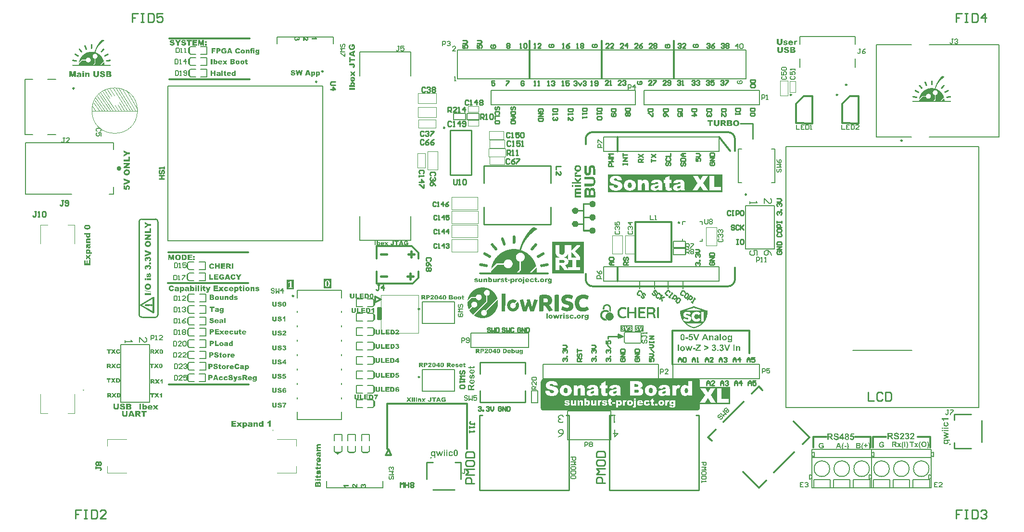
<source format=gto>
G04*
G04 #@! TF.GenerationSoftware,Altium Limited,Altium Designer,24.10.1 (45)*
G04*
G04 Layer_Color=65535*
%FSLAX44Y44*%
%MOMM*%
G71*
G04*
G04 #@! TF.SameCoordinates,98639135-FE56-4FAC-94B5-B9978FB97537*
G04*
G04*
G04 #@! TF.FilePolarity,Positive*
G04*
G01*
G75*
%ADD59C,0.1270*%
%ADD60C,0.3048*%
%ADD61C,0.2032*%
%ADD62C,0.3810*%
%ADD63C,0.2540*%
%ADD154C,0.2500*%
%ADD155C,0.2000*%
%ADD156C,0.4000*%
%ADD157C,0.1000*%
%ADD158C,0.3050*%
%ADD159C,0.3000*%
%ADD160R,3.9622X2.2606*%
%ADD161R,0.4826X5.1911*%
%ADD162R,1.0922X5.1911*%
%ADD163R,4.0640X2.2606*%
G36*
X373364Y1150741D02*
X373505D01*
Y1150670D01*
X373647D01*
Y1150599D01*
X373788D01*
Y1150529D01*
X373859D01*
Y1150458D01*
X373930D01*
Y1150387D01*
X374000D01*
Y1150316D01*
X374071D01*
Y1150175D01*
X374142D01*
Y1150033D01*
X374213D01*
Y1149609D01*
X374283D01*
Y1143737D01*
X374213D01*
Y1143666D01*
Y1143312D01*
X374142D01*
Y1143171D01*
X374071D01*
Y1143100D01*
X374000D01*
Y1142959D01*
X373930D01*
Y1142888D01*
X373859D01*
Y1142817D01*
X373788D01*
Y1142746D01*
X373647D01*
Y1142676D01*
X373576D01*
Y1142605D01*
X373364D01*
Y1142534D01*
X372444D01*
Y1142605D01*
X372302D01*
Y1142676D01*
X372161D01*
Y1142746D01*
X372019D01*
Y1142817D01*
X371949D01*
Y1142888D01*
X371878D01*
Y1142959D01*
X371807D01*
Y1143100D01*
X371736D01*
Y1143171D01*
X371666D01*
Y1143383D01*
X371595D01*
Y1150033D01*
X371666D01*
Y1150175D01*
X371736D01*
Y1150316D01*
X371807D01*
Y1150387D01*
X371878D01*
Y1150458D01*
X371949D01*
Y1150529D01*
X372019D01*
Y1150599D01*
X372161D01*
Y1150670D01*
X372302D01*
Y1150741D01*
X372444D01*
Y1150812D01*
X373364D01*
Y1150741D01*
D02*
G37*
G36*
X361903Y1148831D02*
X362115D01*
Y1148760D01*
X362256D01*
Y1148689D01*
X362398D01*
Y1148618D01*
X362469D01*
Y1148548D01*
X362539D01*
Y1148477D01*
X362610D01*
Y1148406D01*
X362681D01*
Y1148335D01*
X362752D01*
Y1148194D01*
X362822D01*
Y1148053D01*
X362893D01*
Y1147840D01*
X362964D01*
Y1147628D01*
X363035D01*
Y1147486D01*
X363105D01*
Y1147274D01*
X363176D01*
Y1147062D01*
X363247D01*
Y1146850D01*
X363317D01*
Y1146637D01*
X363388D01*
Y1146496D01*
X363459D01*
Y1146284D01*
X363530D01*
Y1146071D01*
X363601D01*
Y1145859D01*
X363671D01*
Y1145647D01*
X363742D01*
Y1145506D01*
X363813D01*
Y1145293D01*
X363884D01*
Y1145081D01*
X363954D01*
Y1144869D01*
X364025D01*
Y1144657D01*
X364096D01*
Y1144515D01*
X364166D01*
Y1144303D01*
X364237D01*
Y1144091D01*
X364308D01*
Y1143878D01*
X364379D01*
Y1143737D01*
X364450D01*
Y1143525D01*
X364520D01*
Y1143312D01*
X364591D01*
Y1143242D01*
Y1143171D01*
Y1143100D01*
X364662D01*
Y1142888D01*
X364733D01*
Y1142746D01*
X364803D01*
Y1142463D01*
X364874D01*
Y1141756D01*
X364803D01*
Y1141615D01*
X364733D01*
Y1141473D01*
X364662D01*
Y1141402D01*
X364591D01*
Y1141331D01*
X364520D01*
Y1141261D01*
X364450D01*
Y1141190D01*
X364379D01*
Y1141119D01*
X364308D01*
Y1141049D01*
X364166D01*
Y1140978D01*
X364025D01*
Y1140907D01*
X363813D01*
Y1140836D01*
X363176D01*
Y1140907D01*
X362964D01*
Y1140978D01*
X362822D01*
Y1141049D01*
X362752D01*
Y1141119D01*
X362610D01*
Y1141190D01*
X362539D01*
Y1141331D01*
X362469D01*
Y1141402D01*
X362398D01*
Y1141544D01*
X362327D01*
Y1141685D01*
X362256D01*
Y1141897D01*
X362186D01*
Y1142039D01*
X362115D01*
Y1142251D01*
X362044D01*
Y1142463D01*
X361973D01*
Y1142676D01*
X361903D01*
Y1142888D01*
X361832D01*
Y1143029D01*
X361761D01*
Y1143242D01*
X361690D01*
Y1143454D01*
X361620D01*
Y1143595D01*
X361549D01*
Y1143808D01*
X361478D01*
Y1144020D01*
X361407D01*
Y1144232D01*
X361337D01*
Y1144444D01*
X361266D01*
Y1144586D01*
X361195D01*
Y1144798D01*
X361124D01*
Y1144940D01*
X361054D01*
Y1145152D01*
X360983D01*
Y1145364D01*
X360912D01*
Y1145576D01*
X360841D01*
Y1145788D01*
X360771D01*
Y1145930D01*
X360700D01*
Y1146142D01*
X360629D01*
Y1146284D01*
X360558D01*
Y1146496D01*
X360488D01*
Y1146708D01*
X360417D01*
Y1146920D01*
X360346D01*
Y1147133D01*
X360275D01*
Y1147416D01*
X360205D01*
Y1147699D01*
X360275D01*
Y1147982D01*
X360346D01*
Y1148194D01*
X360417D01*
Y1148265D01*
X360488D01*
Y1148335D01*
X360558D01*
Y1148406D01*
X360629D01*
Y1148477D01*
X360700D01*
Y1148548D01*
X360771D01*
Y1148618D01*
X360841D01*
Y1148689D01*
X360983D01*
Y1148760D01*
X361195D01*
Y1148831D01*
X361407D01*
Y1148901D01*
X361903D01*
Y1148831D01*
D02*
G37*
G36*
X392607Y1158594D02*
X393102D01*
Y1158523D01*
X393314D01*
Y1158452D01*
X393527D01*
Y1158382D01*
X393739D01*
Y1158311D01*
X393880D01*
Y1158240D01*
X394022D01*
Y1158169D01*
X394163D01*
Y1158099D01*
X394305D01*
Y1158028D01*
X394446D01*
Y1157957D01*
X394517D01*
Y1157886D01*
X394588D01*
Y1157816D01*
X394729D01*
Y1157745D01*
X394800D01*
Y1157674D01*
X394871D01*
Y1157603D01*
X395012D01*
Y1157533D01*
X395083D01*
Y1157462D01*
X395154D01*
Y1157391D01*
X395225D01*
Y1157320D01*
X395295D01*
Y1157250D01*
X395366D01*
Y1157108D01*
X395437D01*
Y1157037D01*
X395508D01*
Y1156967D01*
X395366D01*
Y1156896D01*
X395295D01*
Y1156825D01*
X395225D01*
Y1156754D01*
X395154D01*
Y1156684D01*
X395012D01*
Y1156613D01*
X394942D01*
Y1156542D01*
X394800D01*
Y1156471D01*
X394729D01*
Y1156401D01*
X394659D01*
Y1156330D01*
X394517D01*
Y1156259D01*
X394446D01*
Y1156188D01*
X394376D01*
Y1156118D01*
X394234D01*
Y1156047D01*
X394163D01*
Y1155976D01*
X394022D01*
Y1155905D01*
X393951D01*
Y1155835D01*
X393880D01*
Y1155764D01*
X393739D01*
Y1155693D01*
X393668D01*
Y1155622D01*
X393597D01*
Y1155552D01*
X393527D01*
Y1155481D01*
X393385D01*
Y1155410D01*
X393314D01*
Y1155339D01*
X393244D01*
Y1155269D01*
X393102D01*
Y1155198D01*
X393031D01*
Y1155127D01*
X392961D01*
Y1155056D01*
X392890D01*
Y1154986D01*
X392748D01*
Y1154915D01*
X392678D01*
Y1154844D01*
X392607D01*
Y1154773D01*
X392536D01*
Y1154703D01*
X392395D01*
Y1154632D01*
X392324D01*
Y1154561D01*
X392253D01*
Y1154491D01*
X392182D01*
Y1154420D01*
X392041D01*
Y1154349D01*
X391970D01*
Y1154278D01*
X391899D01*
Y1154208D01*
X391829D01*
Y1154137D01*
X391758D01*
Y1154066D01*
X391616D01*
Y1153995D01*
X391546D01*
Y1153924D01*
X391475D01*
Y1153854D01*
X391404D01*
Y1153783D01*
X391334D01*
Y1153712D01*
X391192D01*
Y1153642D01*
X391121D01*
Y1153571D01*
X391050D01*
Y1153500D01*
X390980D01*
Y1153429D01*
X390909D01*
Y1153359D01*
X390838D01*
Y1153288D01*
X390768D01*
Y1153217D01*
X390626D01*
Y1153146D01*
X390555D01*
Y1153075D01*
X390485D01*
Y1153005D01*
X390414D01*
Y1152934D01*
X390343D01*
Y1152863D01*
X390272D01*
Y1152793D01*
X390201D01*
Y1152722D01*
X390131D01*
Y1152651D01*
X390060D01*
Y1152580D01*
X389919D01*
Y1152510D01*
X389848D01*
Y1152439D01*
X389777D01*
Y1152368D01*
X389706D01*
Y1152297D01*
X389636D01*
Y1152227D01*
X389565D01*
Y1152156D01*
X389494D01*
Y1152085D01*
X389423D01*
Y1152014D01*
X389352D01*
Y1151944D01*
X389282D01*
Y1151873D01*
X389211D01*
Y1151802D01*
X389140D01*
Y1151731D01*
X389070D01*
Y1151661D01*
X388999D01*
Y1151590D01*
X388928D01*
Y1151519D01*
X388787D01*
Y1151378D01*
X388645D01*
Y1151307D01*
X388574D01*
Y1151165D01*
X388433D01*
Y1151024D01*
X388291D01*
Y1150953D01*
X388221D01*
Y1150812D01*
X388150D01*
Y1150741D01*
X388079D01*
Y1150670D01*
X388008D01*
Y1150599D01*
X387938D01*
Y1150529D01*
X387867D01*
Y1150458D01*
X387796D01*
Y1150387D01*
X387725D01*
Y1150316D01*
X387655D01*
Y1150246D01*
X387584D01*
Y1150175D01*
X387513D01*
Y1150104D01*
X387442D01*
Y1150033D01*
X387372D01*
Y1149963D01*
X387301D01*
Y1149892D01*
X387230D01*
Y1149821D01*
X387159D01*
Y1149750D01*
X387089D01*
Y1149609D01*
X387018D01*
Y1149538D01*
X386947D01*
Y1149467D01*
X386876D01*
Y1149397D01*
X386806D01*
Y1149326D01*
X386735D01*
Y1149255D01*
X386664D01*
Y1149114D01*
X386593D01*
Y1149043D01*
X386523D01*
Y1148972D01*
X386452D01*
Y1148901D01*
X386381D01*
Y1148831D01*
X386310D01*
Y1148760D01*
X386240D01*
Y1148618D01*
X386169D01*
Y1148548D01*
X386098D01*
Y1148477D01*
X386027D01*
Y1148406D01*
X385957D01*
Y1148265D01*
X385886D01*
Y1148194D01*
X385815D01*
Y1148123D01*
X385744D01*
Y1148053D01*
X385674D01*
Y1147982D01*
X385603D01*
Y1147840D01*
X385532D01*
Y1147769D01*
X385461D01*
Y1147699D01*
X385391D01*
Y1147628D01*
X385320D01*
Y1147486D01*
X385249D01*
Y1147416D01*
X385178D01*
Y1147345D01*
X385108D01*
Y1147204D01*
X385037D01*
Y1147133D01*
X384966D01*
Y1146991D01*
X384895D01*
Y1146920D01*
X384825D01*
Y1146850D01*
X384754D01*
Y1146708D01*
X384683D01*
Y1146637D01*
X384613D01*
Y1146567D01*
X384542D01*
Y1146425D01*
X384471D01*
Y1146355D01*
X384400D01*
Y1146213D01*
X384329D01*
Y1146142D01*
X384259D01*
Y1146001D01*
X384188D01*
Y1145930D01*
X384117D01*
Y1145788D01*
X384047D01*
Y1145718D01*
X383976D01*
Y1145576D01*
X383905D01*
Y1145506D01*
X383834D01*
Y1145364D01*
X383764D01*
Y1145293D01*
X383693D01*
Y1145152D01*
X383622D01*
Y1145081D01*
X383551D01*
Y1144940D01*
X383480D01*
Y1144798D01*
X383410D01*
Y1144727D01*
X383339D01*
Y1144586D01*
X383268D01*
Y1144444D01*
X383198D01*
Y1144374D01*
X383127D01*
Y1144232D01*
X383056D01*
Y1144091D01*
X382985D01*
Y1144020D01*
X382915D01*
Y1143878D01*
X382844D01*
Y1143737D01*
X382773D01*
Y1143595D01*
X382702D01*
Y1143454D01*
X382631D01*
Y1143383D01*
X382561D01*
Y1143242D01*
X382490D01*
Y1143100D01*
X382419D01*
Y1142959D01*
X382349D01*
Y1142817D01*
X382278D01*
Y1142676D01*
X382207D01*
Y1142534D01*
X382136D01*
Y1142393D01*
X382066D01*
Y1142251D01*
X381995D01*
Y1142110D01*
X381924D01*
Y1141968D01*
X381853D01*
Y1141827D01*
X381783D01*
Y1141685D01*
X381712D01*
Y1141473D01*
X381641D01*
Y1141331D01*
X381570D01*
Y1141190D01*
X381500D01*
Y1141049D01*
X381429D01*
Y1140836D01*
X381358D01*
Y1140695D01*
X381287D01*
Y1140482D01*
X381217D01*
Y1140341D01*
X381146D01*
Y1140129D01*
X381075D01*
Y1139987D01*
X381004D01*
Y1139775D01*
X380934D01*
Y1139633D01*
X380863D01*
Y1139421D01*
X380792D01*
Y1139209D01*
X380721D01*
Y1139068D01*
X380651D01*
Y1138855D01*
X380580D01*
Y1138643D01*
X380509D01*
Y1138431D01*
X380438D01*
Y1138219D01*
X380368D01*
Y1138006D01*
X380297D01*
Y1137723D01*
X380226D01*
Y1137511D01*
X380155D01*
Y1137299D01*
X380085D01*
Y1137016D01*
X380014D01*
Y1136804D01*
X379943D01*
Y1136521D01*
X379872D01*
Y1136379D01*
X379943D01*
Y1136308D01*
X380155D01*
Y1136238D01*
X380368D01*
Y1136167D01*
X380580D01*
Y1136096D01*
X380721D01*
Y1136025D01*
X380934D01*
Y1135955D01*
X381075D01*
Y1135884D01*
X381287D01*
Y1135813D01*
X381429D01*
Y1135742D01*
X381641D01*
Y1135672D01*
X381783D01*
Y1135601D01*
X381924D01*
Y1135530D01*
X382136D01*
Y1135460D01*
X382278D01*
Y1135389D01*
X382419D01*
Y1135318D01*
X382561D01*
Y1135247D01*
X382702D01*
Y1135176D01*
X382844D01*
Y1135106D01*
X382985D01*
Y1135035D01*
X383127D01*
Y1134964D01*
X383268D01*
Y1134893D01*
X383410D01*
Y1134823D01*
X383551D01*
Y1134752D01*
X383693D01*
Y1134681D01*
X383764D01*
Y1134611D01*
X383905D01*
Y1134540D01*
X384047D01*
Y1134469D01*
X384188D01*
Y1134398D01*
X384259D01*
Y1134327D01*
X384400D01*
Y1134257D01*
X384542D01*
Y1134186D01*
X384613D01*
Y1134115D01*
X384754D01*
Y1134044D01*
X384825D01*
Y1133974D01*
X384966D01*
Y1133903D01*
X385108D01*
Y1133832D01*
X385178D01*
Y1133762D01*
X385320D01*
Y1133691D01*
X385391D01*
Y1133620D01*
X385532D01*
Y1133549D01*
X385603D01*
Y1133478D01*
X385744D01*
Y1133408D01*
X385815D01*
Y1133337D01*
X385957D01*
Y1133266D01*
X386027D01*
Y1133195D01*
X386098D01*
Y1133125D01*
X386240D01*
Y1133054D01*
X386310D01*
Y1132983D01*
X386381D01*
Y1132913D01*
X386523D01*
Y1132842D01*
X386593D01*
Y1132771D01*
X386664D01*
Y1132700D01*
X386735D01*
Y1132630D01*
X386876D01*
Y1132559D01*
X386947D01*
Y1132488D01*
X387018D01*
Y1132417D01*
X387089D01*
Y1132347D01*
X387230D01*
Y1132276D01*
X387301D01*
Y1132205D01*
X387372D01*
Y1132134D01*
X387442D01*
Y1132064D01*
X387513D01*
Y1131993D01*
X387584D01*
Y1131922D01*
X387725D01*
Y1131851D01*
X387796D01*
Y1131781D01*
X387867D01*
Y1131710D01*
X387938D01*
Y1131639D01*
X388008D01*
Y1131568D01*
X388079D01*
Y1131498D01*
X388150D01*
Y1131427D01*
X388221D01*
Y1131356D01*
X388362D01*
Y1131285D01*
X388433D01*
Y1131215D01*
X388504D01*
Y1131144D01*
X388574D01*
Y1131073D01*
X388645D01*
Y1131002D01*
X388716D01*
Y1130932D01*
X388787D01*
Y1130861D01*
X388857D01*
Y1130790D01*
X388928D01*
Y1130719D01*
X388999D01*
Y1130649D01*
X389070D01*
Y1130578D01*
X389140D01*
Y1130507D01*
X389211D01*
Y1130436D01*
X389282D01*
Y1130295D01*
X389352D01*
Y1130224D01*
X389423D01*
Y1130153D01*
X389494D01*
Y1130083D01*
X389565D01*
Y1130012D01*
X389636D01*
Y1129941D01*
X389706D01*
Y1129870D01*
X389777D01*
Y1129800D01*
X389848D01*
Y1129658D01*
X389919D01*
Y1129587D01*
X389989D01*
Y1129517D01*
X390060D01*
Y1129446D01*
X390131D01*
Y1129375D01*
X390201D01*
Y1129304D01*
X390272D01*
Y1129163D01*
X390343D01*
Y1129092D01*
X390414D01*
Y1129021D01*
X390485D01*
Y1128951D01*
X390555D01*
Y1128809D01*
X390626D01*
Y1128738D01*
X390697D01*
Y1128668D01*
X390768D01*
Y1128526D01*
X390838D01*
Y1128456D01*
X390909D01*
Y1128385D01*
X390980D01*
Y1128243D01*
X391050D01*
Y1128173D01*
X391121D01*
Y1128102D01*
X391192D01*
Y1127960D01*
X391263D01*
Y1127889D01*
X391334D01*
Y1127748D01*
X391404D01*
Y1127677D01*
X391475D01*
Y1127607D01*
X391546D01*
Y1127465D01*
X391616D01*
Y1127324D01*
X391687D01*
Y1127253D01*
X391758D01*
Y1127111D01*
X391829D01*
Y1127040D01*
X391899D01*
Y1126899D01*
X391970D01*
Y1126828D01*
X392041D01*
Y1126687D01*
X392112D01*
Y1126545D01*
X392182D01*
Y1126475D01*
X392253D01*
Y1126333D01*
X392324D01*
Y1126192D01*
X392395D01*
Y1126050D01*
X392465D01*
Y1125979D01*
X392536D01*
Y1125838D01*
X392607D01*
Y1125696D01*
X392678D01*
Y1125555D01*
X392748D01*
Y1125413D01*
X392819D01*
Y1125343D01*
X392890D01*
Y1125201D01*
X392961D01*
Y1125060D01*
X393031D01*
Y1124918D01*
X393102D01*
Y1124777D01*
X393173D01*
Y1124635D01*
X393244D01*
Y1124494D01*
X393314D01*
Y1124281D01*
X393385D01*
Y1124140D01*
X393456D01*
Y1123998D01*
X393527D01*
Y1123857D01*
X393597D01*
Y1123645D01*
X393668D01*
Y1123503D01*
X393739D01*
Y1123362D01*
X393810D01*
Y1123149D01*
X393880D01*
Y1123008D01*
X393951D01*
Y1122796D01*
X394022D01*
Y1122583D01*
X394093D01*
Y1122371D01*
X394163D01*
Y1122159D01*
X394234D01*
Y1121947D01*
X394305D01*
Y1121734D01*
X394376D01*
Y1121522D01*
X394446D01*
Y1121239D01*
X394517D01*
Y1120956D01*
X394588D01*
Y1120885D01*
X394517D01*
Y1120744D01*
X394446D01*
Y1120673D01*
X394376D01*
Y1120602D01*
X394305D01*
Y1120532D01*
X394163D01*
Y1120390D01*
X394022D01*
Y1120249D01*
X393951D01*
Y1120178D01*
X393880D01*
Y1120107D01*
X393810D01*
Y1120036D01*
X393668D01*
Y1119895D01*
X393597D01*
Y1119824D01*
X393527D01*
Y1119753D01*
X393456D01*
Y1119683D01*
X393314D01*
Y1119541D01*
X393244D01*
Y1119471D01*
X393173D01*
Y1119400D01*
X393102D01*
Y1119329D01*
X392961D01*
Y1119188D01*
X392890D01*
Y1119117D01*
X392819D01*
Y1119046D01*
X392748D01*
Y1118975D01*
X392678D01*
Y1118905D01*
X392607D01*
Y1118834D01*
X392536D01*
Y1118763D01*
X392465D01*
Y1118692D01*
X392395D01*
Y1118622D01*
X392324D01*
Y1118551D01*
X392253D01*
Y1118480D01*
X392112D01*
Y1118339D01*
X392041D01*
Y1118268D01*
X391970D01*
Y1118197D01*
X391899D01*
Y1118126D01*
X391758D01*
Y1117985D01*
X391687D01*
Y1117914D01*
X391616D01*
Y1117843D01*
X391546D01*
Y1117773D01*
X391475D01*
Y1117702D01*
X391404D01*
Y1117631D01*
X391334D01*
Y1117560D01*
X391263D01*
Y1117490D01*
X391192D01*
Y1117419D01*
X391121D01*
Y1117348D01*
X391050D01*
Y1117277D01*
X390980D01*
Y1117207D01*
X390909D01*
Y1117136D01*
X390838D01*
Y1117065D01*
X390768D01*
Y1116994D01*
X390697D01*
Y1116924D01*
X390626D01*
Y1116853D01*
X390555D01*
Y1116782D01*
X390485D01*
Y1116711D01*
X390414D01*
Y1116641D01*
X390343D01*
Y1116570D01*
X390272D01*
Y1116499D01*
X390201D01*
Y1116428D01*
X390131D01*
Y1116358D01*
X390060D01*
Y1116287D01*
X389989D01*
Y1116216D01*
X389919D01*
Y1116145D01*
X389848D01*
Y1116075D01*
X389777D01*
Y1116004D01*
X389706D01*
Y1115933D01*
X389636D01*
Y1115862D01*
X389565D01*
Y1115792D01*
X389494D01*
Y1115721D01*
X389423D01*
Y1115650D01*
X389352D01*
Y1115580D01*
X389282D01*
Y1115509D01*
X389211D01*
Y1115438D01*
X389140D01*
Y1115367D01*
X389070D01*
Y1115296D01*
X388999D01*
Y1115226D01*
X388928D01*
Y1115155D01*
X388857D01*
Y1115084D01*
X388787D01*
Y1115014D01*
X388716D01*
Y1114943D01*
X388645D01*
Y1114872D01*
X388574D01*
Y1114801D01*
X388504D01*
Y1114731D01*
X388433D01*
Y1114660D01*
X390414D01*
Y1114731D01*
X390485D01*
Y1114801D01*
X390555D01*
Y1114872D01*
X390626D01*
Y1114943D01*
X390697D01*
Y1115014D01*
X390768D01*
Y1115084D01*
X390838D01*
Y1115155D01*
X390909D01*
Y1115226D01*
X390980D01*
Y1115296D01*
X391050D01*
Y1115367D01*
X391121D01*
Y1115438D01*
X391192D01*
Y1115509D01*
X391263D01*
Y1115580D01*
X391334D01*
Y1115650D01*
X391404D01*
Y1115721D01*
X391475D01*
Y1115792D01*
X391546D01*
Y1115862D01*
X391616D01*
Y1115933D01*
X391687D01*
Y1116004D01*
X391758D01*
Y1116075D01*
X391829D01*
Y1116145D01*
X391899D01*
Y1116216D01*
X391970D01*
Y1116287D01*
X392041D01*
Y1116358D01*
X392112D01*
Y1116428D01*
X392182D01*
Y1116499D01*
X392253D01*
Y1116570D01*
X392324D01*
Y1116641D01*
X392395D01*
Y1116711D01*
X392465D01*
Y1116782D01*
X392536D01*
Y1116853D01*
X392607D01*
Y1116924D01*
X392678D01*
Y1116994D01*
X392748D01*
Y1117065D01*
X392819D01*
Y1117136D01*
X392890D01*
Y1117207D01*
X392961D01*
Y1117277D01*
X393031D01*
Y1117348D01*
X393102D01*
Y1117419D01*
X393173D01*
Y1117490D01*
X393244D01*
Y1117560D01*
X393314D01*
Y1117631D01*
X393385D01*
Y1117702D01*
X393456D01*
Y1117773D01*
X393527D01*
Y1117843D01*
X393597D01*
Y1117914D01*
X393668D01*
Y1117985D01*
X393739D01*
Y1118056D01*
X393810D01*
Y1118126D01*
X393880D01*
Y1118197D01*
X393951D01*
Y1118268D01*
X394022D01*
Y1118339D01*
X394093D01*
Y1118409D01*
X394163D01*
Y1118480D01*
X394234D01*
Y1118551D01*
X394305D01*
Y1118622D01*
X394376D01*
Y1118692D01*
X394446D01*
Y1118763D01*
X394517D01*
Y1118834D01*
X394588D01*
Y1118905D01*
X394659D01*
Y1118975D01*
X394729D01*
Y1119046D01*
X394800D01*
Y1119117D01*
X394871D01*
Y1119188D01*
X395012D01*
Y1118763D01*
X395083D01*
Y1118409D01*
X395154D01*
Y1117914D01*
X395225D01*
Y1117277D01*
X395295D01*
Y1116570D01*
X395366D01*
Y1114660D01*
X406120D01*
Y1114589D01*
X406332D01*
Y1114518D01*
X406403D01*
Y1114447D01*
X406473D01*
Y1114377D01*
X406544D01*
Y1114306D01*
X406615D01*
Y1114235D01*
X406686D01*
Y1114023D01*
X406756D01*
Y1113528D01*
X406686D01*
Y1113316D01*
X406615D01*
Y1113245D01*
X406544D01*
Y1113174D01*
X406473D01*
Y1113103D01*
X406403D01*
Y1113033D01*
X406332D01*
Y1112962D01*
X406190D01*
Y1112891D01*
X339617D01*
Y1112962D01*
X339476D01*
Y1113033D01*
X339334D01*
Y1113103D01*
X339263D01*
Y1113174D01*
X339193D01*
Y1113316D01*
X339122D01*
Y1113386D01*
X339051D01*
Y1113740D01*
X338980D01*
Y1113882D01*
X339051D01*
Y1114165D01*
X339122D01*
Y1114235D01*
X339193D01*
Y1114377D01*
X339263D01*
Y1114447D01*
X339334D01*
Y1114518D01*
X339476D01*
Y1114589D01*
X339617D01*
Y1114660D01*
X350371D01*
Y1115226D01*
X350442D01*
Y1115792D01*
X350512D01*
Y1115933D01*
X350583D01*
Y1116004D01*
X350654D01*
Y1116075D01*
X350724D01*
Y1116145D01*
X350795D01*
Y1116216D01*
X350866D01*
Y1116287D01*
X350937D01*
Y1116358D01*
X351007D01*
Y1116428D01*
X351078D01*
Y1116499D01*
X351149D01*
Y1116570D01*
X351220D01*
Y1116641D01*
X351291D01*
Y1116711D01*
X351361D01*
Y1116782D01*
X351432D01*
Y1116853D01*
X351503D01*
Y1116924D01*
X351573D01*
Y1116994D01*
X351644D01*
Y1117065D01*
X351715D01*
Y1117136D01*
X351786D01*
Y1117207D01*
X351856D01*
Y1117277D01*
X351927D01*
Y1117348D01*
X351998D01*
Y1117419D01*
X352069D01*
Y1117490D01*
X352140D01*
Y1117560D01*
X352210D01*
Y1117631D01*
X352281D01*
Y1117702D01*
X352352D01*
Y1117773D01*
X352422D01*
Y1117843D01*
X352493D01*
Y1117914D01*
X352564D01*
Y1117985D01*
X352635D01*
Y1118056D01*
X352705D01*
Y1118126D01*
X352776D01*
Y1118197D01*
X352847D01*
Y1118268D01*
X352918D01*
Y1118339D01*
X352988D01*
Y1118409D01*
X353059D01*
Y1118480D01*
X353130D01*
Y1118551D01*
X353201D01*
Y1118622D01*
X353271D01*
Y1118692D01*
X353342D01*
Y1118763D01*
X353413D01*
Y1118834D01*
X353484D01*
Y1118905D01*
X353554D01*
Y1118975D01*
X353625D01*
Y1119046D01*
X353696D01*
Y1119117D01*
X353767D01*
Y1119188D01*
X353837D01*
Y1119258D01*
X353908D01*
Y1119329D01*
X353979D01*
Y1119400D01*
X354050D01*
Y1119471D01*
X354120D01*
Y1119541D01*
X354191D01*
Y1119612D01*
X354262D01*
Y1119683D01*
X354333D01*
Y1119753D01*
X354403D01*
Y1119824D01*
X354474D01*
Y1119895D01*
X354545D01*
Y1119966D01*
X354616D01*
Y1120036D01*
X354686D01*
Y1120107D01*
X354757D01*
Y1120178D01*
X354828D01*
Y1120249D01*
X354899D01*
Y1120320D01*
X354969D01*
Y1120390D01*
X355040D01*
Y1120461D01*
X355111D01*
Y1120532D01*
X355182D01*
Y1120602D01*
X355252D01*
Y1120673D01*
X355323D01*
Y1120744D01*
X355394D01*
Y1120815D01*
X355465D01*
Y1120885D01*
X355535D01*
Y1120956D01*
X355606D01*
Y1121027D01*
X355677D01*
Y1121098D01*
X355748D01*
Y1121169D01*
X355818D01*
Y1121239D01*
X355889D01*
Y1121310D01*
X355960D01*
Y1121381D01*
X356031D01*
Y1121451D01*
X356101D01*
Y1121522D01*
X356172D01*
Y1121593D01*
X356243D01*
Y1121664D01*
X356314D01*
Y1121734D01*
X356384D01*
Y1121805D01*
X356455D01*
Y1121876D01*
X356526D01*
Y1121947D01*
X356596D01*
Y1122018D01*
X356667D01*
Y1122088D01*
X356809D01*
Y1122159D01*
X357021D01*
Y1122230D01*
X357445D01*
Y1122300D01*
X362964D01*
Y1122088D01*
X363035D01*
Y1121876D01*
X363105D01*
Y1121734D01*
X363176D01*
Y1121522D01*
X363247D01*
Y1121310D01*
X363317D01*
Y1121169D01*
X363388D01*
Y1121027D01*
X363459D01*
Y1120885D01*
X363530D01*
Y1120744D01*
X363601D01*
Y1120673D01*
X363671D01*
Y1120532D01*
X363742D01*
Y1120461D01*
X363813D01*
Y1120320D01*
X363884D01*
Y1120249D01*
X363954D01*
Y1120178D01*
X364025D01*
Y1120107D01*
X364096D01*
Y1120036D01*
X364166D01*
Y1119966D01*
X364237D01*
Y1119895D01*
X364308D01*
Y1119824D01*
X364379D01*
Y1119753D01*
X364450D01*
Y1119683D01*
X364520D01*
Y1119612D01*
X364591D01*
Y1119541D01*
X364733D01*
Y1119471D01*
X364803D01*
Y1119400D01*
X364945D01*
Y1119329D01*
X365086D01*
Y1119258D01*
X365157D01*
Y1119188D01*
X365299D01*
Y1119117D01*
X365440D01*
Y1119046D01*
X365652D01*
Y1118975D01*
X365794D01*
Y1118905D01*
X366006D01*
Y1118834D01*
X366360D01*
Y1118763D01*
X366713D01*
Y1118692D01*
X367775D01*
Y1118763D01*
X368128D01*
Y1118834D01*
X368411D01*
Y1118905D01*
X368694D01*
Y1118975D01*
X368836D01*
Y1119046D01*
X368977D01*
Y1119117D01*
X369119D01*
Y1119188D01*
X369260D01*
Y1119258D01*
X369402D01*
Y1119329D01*
X369543D01*
Y1119400D01*
X369614D01*
Y1119471D01*
X369756D01*
Y1119541D01*
X369826D01*
Y1119612D01*
X369897D01*
Y1119683D01*
X369968D01*
Y1119753D01*
X370109D01*
Y1119824D01*
X370180D01*
Y1119895D01*
X370251D01*
Y1119966D01*
X370322D01*
Y1120036D01*
X370392D01*
Y1120107D01*
X370463D01*
Y1120249D01*
X370534D01*
Y1120320D01*
X370605D01*
Y1120390D01*
X370675D01*
Y1120461D01*
X370746D01*
Y1120602D01*
X370817D01*
Y1120673D01*
X370887D01*
Y1120815D01*
X370958D01*
Y1120956D01*
X371029D01*
Y1121098D01*
X371100D01*
Y1121239D01*
X371171D01*
Y1121381D01*
X371241D01*
Y1121593D01*
X371312D01*
Y1121805D01*
X371383D01*
Y1122088D01*
X371454D01*
Y1122583D01*
X371524D01*
Y1123362D01*
X371454D01*
Y1123928D01*
X371383D01*
Y1124211D01*
X371312D01*
Y1124423D01*
X371241D01*
Y1124635D01*
X371171D01*
Y1124777D01*
X371100D01*
Y1124918D01*
X371029D01*
Y1125060D01*
X370958D01*
Y1125201D01*
X370887D01*
Y1125343D01*
X370817D01*
Y1125413D01*
X370746D01*
Y1125555D01*
X370675D01*
Y1125626D01*
X370605D01*
Y1125696D01*
X370534D01*
Y1125838D01*
X370463D01*
Y1125909D01*
X370392D01*
Y1125979D01*
X370322D01*
Y1126050D01*
X370251D01*
Y1126121D01*
X370180D01*
Y1126192D01*
X370109D01*
Y1126262D01*
X370038D01*
Y1126333D01*
X369897D01*
Y1126404D01*
X369826D01*
Y1126475D01*
X369756D01*
Y1126545D01*
X369614D01*
Y1126616D01*
X369473D01*
Y1126687D01*
X369402D01*
Y1126758D01*
X369260D01*
Y1126828D01*
X369119D01*
Y1126899D01*
X368907D01*
Y1126970D01*
X368765D01*
Y1127040D01*
X368553D01*
Y1127111D01*
X368270D01*
Y1127182D01*
X367916D01*
Y1127253D01*
X366572D01*
Y1127182D01*
X366218D01*
Y1127111D01*
X365935D01*
Y1127040D01*
X365723D01*
Y1126970D01*
X365581D01*
Y1126899D01*
X365369D01*
Y1126828D01*
X365228D01*
Y1126758D01*
X365157D01*
Y1126687D01*
X365015D01*
Y1126616D01*
X364874D01*
Y1126545D01*
X364803D01*
Y1126475D01*
X364662D01*
Y1126404D01*
X364591D01*
Y1126333D01*
X364520D01*
Y1126262D01*
X364450D01*
Y1126192D01*
X364379D01*
Y1126121D01*
X364237D01*
Y1126050D01*
X364166D01*
Y1125979D01*
X364096D01*
Y1125909D01*
X364025D01*
Y1125767D01*
X363954D01*
Y1125696D01*
X363884D01*
Y1125626D01*
X363813D01*
Y1125484D01*
X363742D01*
Y1125413D01*
X363671D01*
Y1125343D01*
X363601D01*
Y1125201D01*
X363530D01*
Y1125060D01*
X363459D01*
Y1124918D01*
X363388D01*
Y1124777D01*
X363317D01*
Y1124635D01*
X363247D01*
Y1124494D01*
X363176D01*
Y1124281D01*
X363105D01*
Y1124069D01*
X363035D01*
Y1123857D01*
X362964D01*
Y1123715D01*
X356809D01*
Y1123645D01*
X356526D01*
Y1123574D01*
X356314D01*
Y1123503D01*
X356172D01*
Y1123432D01*
X356031D01*
Y1123362D01*
X355960D01*
Y1123291D01*
X355889D01*
Y1123220D01*
X355748D01*
Y1123149D01*
X355677D01*
Y1123079D01*
X355606D01*
Y1123008D01*
X355535D01*
Y1122937D01*
X355465D01*
Y1122866D01*
X355394D01*
Y1122796D01*
X355323D01*
Y1122725D01*
X355252D01*
Y1122654D01*
X355182D01*
Y1122583D01*
X355111D01*
Y1122513D01*
X355040D01*
Y1122442D01*
X354969D01*
Y1122371D01*
X354899D01*
Y1122300D01*
X354828D01*
Y1122230D01*
X354757D01*
Y1122159D01*
X354686D01*
Y1122088D01*
X354616D01*
Y1122018D01*
X354545D01*
Y1121947D01*
X354474D01*
Y1121876D01*
X354403D01*
Y1121805D01*
X354333D01*
Y1121734D01*
X354262D01*
Y1121664D01*
X354191D01*
Y1121593D01*
X354120D01*
Y1121522D01*
X354050D01*
Y1121451D01*
X353979D01*
Y1121381D01*
X353908D01*
Y1121310D01*
X353837D01*
Y1121239D01*
X353767D01*
Y1121169D01*
X353696D01*
Y1121098D01*
X353625D01*
Y1121027D01*
X353554D01*
Y1120956D01*
X353484D01*
Y1120885D01*
X353413D01*
Y1120815D01*
X353342D01*
Y1120744D01*
X353271D01*
Y1120673D01*
X353201D01*
Y1120602D01*
X353130D01*
Y1120532D01*
X353059D01*
Y1120461D01*
X352988D01*
Y1120390D01*
X352918D01*
Y1120320D01*
X352847D01*
Y1120249D01*
X352776D01*
Y1120178D01*
X352705D01*
Y1120107D01*
X352635D01*
Y1120036D01*
X352564D01*
Y1119966D01*
X352493D01*
Y1119895D01*
X352422D01*
Y1119824D01*
X352352D01*
Y1119753D01*
X352281D01*
Y1119683D01*
X352210D01*
Y1119612D01*
X352140D01*
Y1119541D01*
X352069D01*
Y1119471D01*
X351998D01*
Y1119400D01*
X351927D01*
Y1119329D01*
X351856D01*
Y1119258D01*
X351786D01*
Y1119188D01*
X351715D01*
Y1119117D01*
X351644D01*
Y1119046D01*
X351573D01*
Y1118975D01*
X351503D01*
Y1118905D01*
X351432D01*
Y1118834D01*
X351361D01*
Y1118763D01*
X351291D01*
Y1118692D01*
X351220D01*
Y1118622D01*
X351149D01*
Y1118551D01*
X351078D01*
Y1118480D01*
X351007D01*
Y1118409D01*
X350937D01*
Y1118339D01*
X350866D01*
Y1118268D01*
X350795D01*
Y1118197D01*
X350724D01*
Y1118126D01*
X350654D01*
Y1118268D01*
X350724D01*
Y1118834D01*
X350795D01*
Y1119400D01*
X350866D01*
Y1119683D01*
X350937D01*
Y1120036D01*
X351007D01*
Y1120320D01*
X351078D01*
Y1120602D01*
X351149D01*
Y1120885D01*
X351220D01*
Y1121098D01*
X351291D01*
Y1121310D01*
X351361D01*
Y1121593D01*
X351432D01*
Y1121805D01*
X351503D01*
Y1122018D01*
X351573D01*
Y1122230D01*
X351644D01*
Y1122442D01*
X351715D01*
Y1122654D01*
X351786D01*
Y1122796D01*
X351856D01*
Y1123008D01*
X351927D01*
Y1123149D01*
X351998D01*
Y1123362D01*
X352069D01*
Y1123503D01*
X352140D01*
Y1123715D01*
X352210D01*
Y1123857D01*
X352281D01*
Y1123998D01*
X352352D01*
Y1124211D01*
X352422D01*
Y1124352D01*
X352493D01*
Y1124494D01*
X352564D01*
Y1124635D01*
X352635D01*
Y1124777D01*
X352705D01*
Y1124918D01*
X352776D01*
Y1125060D01*
X352847D01*
Y1125201D01*
X352918D01*
Y1125343D01*
X352988D01*
Y1125484D01*
X353059D01*
Y1125626D01*
X353130D01*
Y1125767D01*
X353201D01*
Y1125909D01*
X353271D01*
Y1126050D01*
X353342D01*
Y1126121D01*
X353413D01*
Y1126262D01*
X353484D01*
Y1126404D01*
X353554D01*
Y1126545D01*
X353625D01*
Y1126616D01*
X353696D01*
Y1126758D01*
X353767D01*
Y1126828D01*
X353837D01*
Y1126970D01*
X353908D01*
Y1127111D01*
X353979D01*
Y1127182D01*
X354050D01*
Y1127324D01*
X354120D01*
Y1127394D01*
X354191D01*
Y1127536D01*
X354262D01*
Y1127607D01*
X354333D01*
Y1127748D01*
X354403D01*
Y1127819D01*
X354474D01*
Y1127960D01*
X354545D01*
Y1128031D01*
X354616D01*
Y1128102D01*
X354686D01*
Y1128243D01*
X354757D01*
Y1128314D01*
X354828D01*
Y1128385D01*
X354899D01*
Y1128526D01*
X354969D01*
Y1128597D01*
X355040D01*
Y1128668D01*
X355111D01*
Y1128809D01*
X355182D01*
Y1128880D01*
X355252D01*
Y1128951D01*
X355323D01*
Y1129021D01*
X355394D01*
Y1129163D01*
X355465D01*
Y1129234D01*
X355535D01*
Y1129304D01*
X355606D01*
Y1129375D01*
X355677D01*
Y1129517D01*
X355748D01*
Y1129587D01*
X355818D01*
Y1129658D01*
X355889D01*
Y1129729D01*
X355960D01*
Y1129800D01*
X356031D01*
Y1129870D01*
X356101D01*
Y1129941D01*
X356172D01*
Y1130012D01*
X356243D01*
Y1130153D01*
X356314D01*
Y1130224D01*
X356384D01*
Y1130295D01*
X356455D01*
Y1130366D01*
X356526D01*
Y1130436D01*
X356596D01*
Y1130507D01*
X356667D01*
Y1130578D01*
X356738D01*
Y1130649D01*
X356809D01*
Y1130719D01*
X356880D01*
Y1130790D01*
X356950D01*
Y1130861D01*
X357021D01*
Y1130932D01*
X357092D01*
Y1131002D01*
X357163D01*
Y1131073D01*
X357233D01*
Y1131144D01*
X357304D01*
Y1131215D01*
X357375D01*
Y1131285D01*
X357445D01*
Y1131356D01*
X357516D01*
Y1131427D01*
X357587D01*
Y1131498D01*
X357658D01*
Y1131568D01*
X357729D01*
Y1131639D01*
X357799D01*
Y1131710D01*
X357941D01*
Y1131781D01*
X358012D01*
Y1131851D01*
X358082D01*
Y1131922D01*
X358153D01*
Y1131993D01*
X358224D01*
Y1132064D01*
X358294D01*
Y1132134D01*
X358436D01*
Y1132205D01*
X358507D01*
Y1132276D01*
X358577D01*
Y1132347D01*
X358648D01*
Y1132417D01*
X358719D01*
Y1132488D01*
X358790D01*
Y1132559D01*
X358931D01*
Y1132630D01*
X359002D01*
Y1132700D01*
X359073D01*
Y1132771D01*
X359214D01*
Y1132842D01*
X359285D01*
Y1132913D01*
X359356D01*
Y1132983D01*
X359497D01*
Y1133054D01*
X359568D01*
Y1133125D01*
X359639D01*
Y1133195D01*
X359780D01*
Y1133266D01*
X359851D01*
Y1133337D01*
X359992D01*
Y1133408D01*
X360063D01*
Y1133478D01*
X360134D01*
Y1133549D01*
X360275D01*
Y1133620D01*
X360346D01*
Y1133691D01*
X360488D01*
Y1133762D01*
X360558D01*
Y1133832D01*
X360700D01*
Y1133903D01*
X360771D01*
Y1133974D01*
X360912D01*
Y1134044D01*
X361054D01*
Y1134115D01*
X361124D01*
Y1134186D01*
X361266D01*
Y1134257D01*
X361337D01*
Y1134327D01*
X361478D01*
Y1134398D01*
X361620D01*
Y1134469D01*
X361761D01*
Y1134540D01*
X361903D01*
Y1134611D01*
X361973D01*
Y1134681D01*
X362115D01*
Y1134752D01*
X362256D01*
Y1134823D01*
X362398D01*
Y1134893D01*
X362539D01*
Y1134964D01*
X362610D01*
Y1135035D01*
X362822D01*
Y1135106D01*
X362893D01*
Y1135176D01*
X363105D01*
Y1135247D01*
X363247D01*
Y1135318D01*
X363388D01*
Y1135389D01*
X363530D01*
Y1135460D01*
X363671D01*
Y1135530D01*
X363813D01*
Y1135601D01*
X363954D01*
Y1135672D01*
X364166D01*
Y1135742D01*
X364308D01*
Y1135813D01*
X364520D01*
Y1135884D01*
X364662D01*
Y1135955D01*
X364874D01*
Y1136025D01*
X365086D01*
Y1136096D01*
X365228D01*
Y1136167D01*
X365440D01*
Y1136238D01*
X365652D01*
Y1136308D01*
X365864D01*
Y1136379D01*
X366077D01*
Y1136450D01*
X366289D01*
Y1136521D01*
X366572D01*
Y1136591D01*
X366784D01*
Y1136662D01*
X367067D01*
Y1136733D01*
X367350D01*
Y1136804D01*
X367562D01*
Y1136874D01*
X367916D01*
Y1136945D01*
X368270D01*
Y1137016D01*
X368553D01*
Y1137087D01*
X368977D01*
Y1137157D01*
X369402D01*
Y1137228D01*
X369897D01*
Y1137299D01*
X370392D01*
Y1137370D01*
X371241D01*
Y1137440D01*
X374566D01*
Y1137370D01*
X375345D01*
Y1137299D01*
X375911D01*
Y1137228D01*
X376406D01*
Y1137157D01*
X376759D01*
Y1137087D01*
X377184D01*
Y1137016D01*
X377467D01*
Y1136945D01*
X377821D01*
Y1136874D01*
X378175D01*
Y1136804D01*
X378316D01*
Y1137087D01*
X378387D01*
Y1137370D01*
X378457D01*
Y1137582D01*
X378528D01*
Y1137865D01*
X378599D01*
Y1138077D01*
X378670D01*
Y1138289D01*
X378740D01*
Y1138572D01*
X378811D01*
Y1138785D01*
X378882D01*
Y1138997D01*
X378953D01*
Y1139209D01*
X379023D01*
Y1139421D01*
X379094D01*
Y1139633D01*
X379165D01*
Y1139846D01*
X379236D01*
Y1140058D01*
X379306D01*
Y1140270D01*
X379377D01*
Y1140482D01*
X379448D01*
Y1140695D01*
X379519D01*
Y1140836D01*
X379589D01*
Y1141049D01*
X379660D01*
Y1141190D01*
X379731D01*
Y1141402D01*
X379802D01*
Y1141615D01*
X379872D01*
Y1141756D01*
X379943D01*
Y1141968D01*
X380014D01*
Y1142110D01*
X380085D01*
Y1142322D01*
X380155D01*
Y1142463D01*
X380226D01*
Y1142676D01*
X380297D01*
Y1142817D01*
X380368D01*
Y1142959D01*
X380438D01*
Y1143171D01*
X380509D01*
Y1143312D01*
X380580D01*
Y1143454D01*
X380651D01*
Y1143666D01*
X380721D01*
Y1143808D01*
X380792D01*
Y1143949D01*
X380863D01*
Y1144091D01*
X380934D01*
Y1144303D01*
X381004D01*
Y1144444D01*
X381075D01*
Y1144586D01*
X381146D01*
Y1144727D01*
X381217D01*
Y1144869D01*
X381287D01*
Y1145010D01*
X381358D01*
Y1145223D01*
X381429D01*
Y1145364D01*
X381500D01*
Y1145506D01*
X381570D01*
Y1145647D01*
X381641D01*
Y1145788D01*
X381712D01*
Y1145930D01*
X381783D01*
Y1146071D01*
X381853D01*
Y1146213D01*
X381924D01*
Y1146355D01*
X381995D01*
Y1146496D01*
X382066D01*
Y1146567D01*
X382136D01*
Y1146708D01*
X382207D01*
Y1146920D01*
X382278D01*
Y1146991D01*
X382349D01*
Y1147133D01*
X382419D01*
Y1147274D01*
X382490D01*
Y1147416D01*
X382561D01*
Y1147557D01*
X382631D01*
Y1147699D01*
X382702D01*
Y1147769D01*
X382773D01*
Y1147911D01*
X382844D01*
Y1148053D01*
X382915D01*
Y1148194D01*
X382985D01*
Y1148265D01*
X383056D01*
Y1148406D01*
X383127D01*
Y1148548D01*
X383198D01*
Y1148689D01*
X383268D01*
Y1148831D01*
X383339D01*
Y1148901D01*
X383410D01*
Y1149043D01*
X383480D01*
Y1149114D01*
X383551D01*
Y1149255D01*
X383622D01*
Y1149397D01*
X383693D01*
Y1149538D01*
X383764D01*
Y1149609D01*
X383834D01*
Y1149750D01*
X383905D01*
Y1149821D01*
X383976D01*
Y1149963D01*
X384047D01*
Y1150104D01*
X384117D01*
Y1150175D01*
X384188D01*
Y1150316D01*
X384259D01*
Y1150458D01*
X384329D01*
Y1150529D01*
X384400D01*
Y1150670D01*
X384471D01*
Y1150741D01*
X384542D01*
Y1150882D01*
X384613D01*
Y1150953D01*
X384683D01*
Y1151095D01*
X384754D01*
Y1151165D01*
X384825D01*
Y1151307D01*
X384895D01*
Y1151378D01*
X384966D01*
Y1151519D01*
X385037D01*
Y1151590D01*
X385108D01*
Y1151731D01*
X385178D01*
Y1151802D01*
X385249D01*
Y1151873D01*
X385320D01*
Y1152014D01*
X385391D01*
Y1152085D01*
X385461D01*
Y1152227D01*
X385532D01*
Y1152297D01*
X385603D01*
Y1152439D01*
X385674D01*
Y1152510D01*
X385744D01*
Y1152580D01*
X385815D01*
Y1152722D01*
X385886D01*
Y1152793D01*
X385957D01*
Y1152934D01*
X386027D01*
Y1153005D01*
X386098D01*
Y1153075D01*
X386169D01*
Y1153217D01*
X386240D01*
Y1153288D01*
X386310D01*
Y1153359D01*
X386381D01*
Y1153500D01*
X386452D01*
Y1153571D01*
X386523D01*
Y1153642D01*
X386593D01*
Y1153712D01*
X386664D01*
Y1153854D01*
X386735D01*
Y1153924D01*
X386806D01*
Y1153995D01*
X386876D01*
Y1154137D01*
X386947D01*
Y1154208D01*
X387018D01*
Y1154278D01*
X387089D01*
Y1154349D01*
X387159D01*
Y1154491D01*
X387230D01*
Y1154561D01*
X387301D01*
Y1154632D01*
X387372D01*
Y1154703D01*
X387442D01*
Y1154773D01*
X387513D01*
Y1154915D01*
X387584D01*
Y1154986D01*
X387655D01*
Y1155056D01*
X387725D01*
Y1155127D01*
X387796D01*
Y1155198D01*
X387867D01*
Y1155269D01*
X387938D01*
Y1155410D01*
X388008D01*
Y1155481D01*
X388079D01*
Y1155552D01*
X388150D01*
Y1155622D01*
X388221D01*
Y1155693D01*
X388291D01*
Y1155764D01*
X388362D01*
Y1155835D01*
X388433D01*
Y1155976D01*
X388504D01*
Y1156047D01*
X388574D01*
Y1156118D01*
X388645D01*
Y1156188D01*
X388716D01*
Y1156259D01*
X388787D01*
Y1156330D01*
X388857D01*
Y1156401D01*
X388928D01*
Y1156471D01*
X388999D01*
Y1156542D01*
X389070D01*
Y1156613D01*
X389140D01*
Y1156684D01*
X389211D01*
Y1156754D01*
X389282D01*
Y1156825D01*
X389352D01*
Y1156896D01*
X389423D01*
Y1156967D01*
X389494D01*
Y1157037D01*
X389565D01*
Y1157108D01*
X389636D01*
Y1157179D01*
X389706D01*
Y1157250D01*
X389777D01*
Y1157320D01*
X389848D01*
Y1157391D01*
X389919D01*
Y1157462D01*
X389989D01*
Y1157533D01*
X390060D01*
Y1157603D01*
X390131D01*
Y1157674D01*
X390201D01*
Y1157745D01*
X390272D01*
Y1157816D01*
X390343D01*
Y1157886D01*
X390414D01*
Y1157957D01*
X390485D01*
Y1158028D01*
X390626D01*
Y1158099D01*
X390697D01*
Y1158169D01*
X390838D01*
Y1158240D01*
X390909D01*
Y1158311D01*
X391050D01*
Y1158382D01*
X391192D01*
Y1158452D01*
X391404D01*
Y1158523D01*
X391616D01*
Y1158594D01*
X392041D01*
Y1158665D01*
X392607D01*
Y1158594D01*
D02*
G37*
G36*
X394305Y1143100D02*
X394588D01*
Y1143029D01*
X394729D01*
Y1142959D01*
X394800D01*
Y1142888D01*
X394942D01*
Y1142817D01*
X395012D01*
Y1142746D01*
X395083D01*
Y1142676D01*
X395154D01*
Y1142605D01*
X395225D01*
Y1142463D01*
X395295D01*
Y1142393D01*
X395366D01*
Y1142180D01*
X395437D01*
Y1141968D01*
X395508D01*
Y1141615D01*
X395437D01*
Y1141402D01*
X395366D01*
Y1141190D01*
X395295D01*
Y1141049D01*
X395225D01*
Y1140978D01*
X395154D01*
Y1140907D01*
X395083D01*
Y1140836D01*
X395012D01*
Y1140695D01*
X394942D01*
Y1140624D01*
X394871D01*
Y1140553D01*
X394800D01*
Y1140482D01*
X394729D01*
Y1140412D01*
X394659D01*
Y1140270D01*
X394588D01*
Y1140200D01*
X394517D01*
Y1140129D01*
X394446D01*
Y1140058D01*
X394376D01*
Y1139987D01*
X394305D01*
Y1139846D01*
X394234D01*
Y1139775D01*
X394163D01*
Y1139704D01*
X394093D01*
Y1139633D01*
X394022D01*
Y1139563D01*
X393951D01*
Y1139421D01*
X393880D01*
Y1139351D01*
X393810D01*
Y1139280D01*
X393739D01*
Y1139209D01*
X393668D01*
Y1139138D01*
X393597D01*
Y1138997D01*
X393527D01*
Y1138926D01*
X393456D01*
Y1138855D01*
X393385D01*
Y1138785D01*
X393314D01*
Y1138643D01*
X393244D01*
Y1138572D01*
X393173D01*
Y1138502D01*
X393102D01*
Y1138431D01*
X393031D01*
Y1138360D01*
X392961D01*
Y1138219D01*
X392890D01*
Y1138148D01*
X392819D01*
Y1138077D01*
X392748D01*
Y1138006D01*
X392678D01*
Y1137936D01*
X392607D01*
Y1137794D01*
X392536D01*
Y1137723D01*
X392465D01*
Y1137653D01*
X392395D01*
Y1137582D01*
X392324D01*
Y1137511D01*
X392253D01*
Y1137370D01*
X392182D01*
Y1137299D01*
X392112D01*
Y1137228D01*
X392041D01*
Y1137157D01*
X391970D01*
Y1137087D01*
X391899D01*
Y1136945D01*
X391829D01*
Y1136874D01*
X391758D01*
Y1136804D01*
X391687D01*
Y1136733D01*
X391616D01*
Y1136662D01*
X391546D01*
Y1136521D01*
X391404D01*
Y1136379D01*
X391263D01*
Y1136308D01*
X391192D01*
Y1136238D01*
X391050D01*
Y1136167D01*
X390838D01*
Y1136096D01*
X390201D01*
Y1136167D01*
X389989D01*
Y1136238D01*
X389848D01*
Y1136308D01*
X389706D01*
Y1136379D01*
X389636D01*
Y1136450D01*
X389565D01*
Y1136521D01*
X389494D01*
Y1136591D01*
X389423D01*
Y1136662D01*
X389352D01*
Y1136733D01*
X389282D01*
Y1136874D01*
X389211D01*
Y1137016D01*
X389140D01*
Y1137228D01*
X389070D01*
Y1137653D01*
X389140D01*
Y1137936D01*
X389211D01*
Y1138077D01*
X389282D01*
Y1138148D01*
X389352D01*
Y1138219D01*
X389423D01*
Y1138360D01*
X389494D01*
Y1138431D01*
X389565D01*
Y1138502D01*
X389636D01*
Y1138572D01*
X389706D01*
Y1138643D01*
X389777D01*
Y1138785D01*
X389848D01*
Y1138855D01*
X389919D01*
Y1138926D01*
X389989D01*
Y1138997D01*
X390060D01*
Y1139068D01*
X390131D01*
Y1139209D01*
X390201D01*
Y1139280D01*
X390272D01*
Y1139351D01*
X390343D01*
Y1139421D01*
X390414D01*
Y1139492D01*
X390485D01*
Y1139633D01*
X390555D01*
Y1139704D01*
X390626D01*
Y1139775D01*
X390697D01*
Y1139846D01*
X390768D01*
Y1139917D01*
X390838D01*
Y1139987D01*
X390909D01*
Y1140129D01*
X390980D01*
Y1140200D01*
X391050D01*
Y1140270D01*
X391121D01*
Y1140341D01*
X391192D01*
Y1140412D01*
X391263D01*
Y1140482D01*
X391334D01*
Y1140624D01*
X391404D01*
Y1140695D01*
X391475D01*
Y1140766D01*
X391546D01*
Y1140836D01*
X391616D01*
Y1140978D01*
X391687D01*
Y1141049D01*
X391758D01*
Y1141119D01*
X391829D01*
Y1141190D01*
X391899D01*
Y1141261D01*
X391970D01*
Y1141331D01*
X392041D01*
Y1141473D01*
X392112D01*
Y1141544D01*
X392182D01*
Y1141615D01*
X392253D01*
Y1141685D01*
X392324D01*
Y1141756D01*
X392395D01*
Y1141897D01*
X392465D01*
Y1141968D01*
X392536D01*
Y1142039D01*
X392607D01*
Y1142110D01*
X392678D01*
Y1142180D01*
X392748D01*
Y1142251D01*
X392819D01*
Y1142393D01*
X392890D01*
Y1142463D01*
X392961D01*
Y1142534D01*
X393031D01*
Y1142605D01*
X393102D01*
Y1142676D01*
X393173D01*
Y1142746D01*
X393244D01*
Y1142817D01*
X393314D01*
Y1142888D01*
X393385D01*
Y1142959D01*
X393527D01*
Y1143029D01*
X393597D01*
Y1143100D01*
X393880D01*
Y1143171D01*
X394305D01*
Y1143100D01*
D02*
G37*
G36*
X351856D02*
X352140D01*
Y1143029D01*
X352281D01*
Y1142959D01*
X352352D01*
Y1142888D01*
X352493D01*
Y1142817D01*
X352564D01*
Y1142746D01*
X352635D01*
Y1142676D01*
X352705D01*
Y1142534D01*
X352776D01*
Y1142463D01*
X352847D01*
Y1142393D01*
X352918D01*
Y1142322D01*
X352988D01*
Y1142251D01*
X353059D01*
Y1142180D01*
X353130D01*
Y1142039D01*
X353201D01*
Y1141968D01*
X353271D01*
Y1141897D01*
X353342D01*
Y1141827D01*
X353413D01*
Y1141756D01*
X353484D01*
Y1141685D01*
X353554D01*
Y1141544D01*
X353625D01*
Y1141473D01*
X353696D01*
Y1141402D01*
X353767D01*
Y1141331D01*
X353837D01*
Y1141190D01*
X353908D01*
Y1141119D01*
X353979D01*
Y1141049D01*
X354050D01*
Y1140978D01*
X354120D01*
Y1140907D01*
X354191D01*
Y1140836D01*
X354262D01*
Y1140695D01*
X354333D01*
Y1140624D01*
X354403D01*
Y1140553D01*
X354474D01*
Y1140482D01*
X354545D01*
Y1140412D01*
X354616D01*
Y1140270D01*
X354686D01*
Y1140200D01*
X354757D01*
Y1140129D01*
X354828D01*
Y1140058D01*
X354899D01*
Y1139987D01*
X354969D01*
Y1139846D01*
X355040D01*
Y1139775D01*
X355111D01*
Y1139704D01*
X355182D01*
Y1139633D01*
X355252D01*
Y1139563D01*
X355323D01*
Y1139421D01*
X355394D01*
Y1139351D01*
X355465D01*
Y1139280D01*
X355535D01*
Y1139209D01*
X355606D01*
Y1139138D01*
X355677D01*
Y1138997D01*
X355748D01*
Y1138926D01*
X355818D01*
Y1138855D01*
X355889D01*
Y1138785D01*
X355960D01*
Y1138714D01*
X356031D01*
Y1138643D01*
X356101D01*
Y1138572D01*
X356172D01*
Y1138431D01*
X356243D01*
Y1138360D01*
X356314D01*
Y1138289D01*
X356384D01*
Y1138148D01*
X356455D01*
Y1138077D01*
X356526D01*
Y1137936D01*
X356596D01*
Y1137794D01*
X356667D01*
Y1137087D01*
X356596D01*
Y1137016D01*
Y1136945D01*
X356526D01*
Y1136804D01*
X356455D01*
Y1136733D01*
X356384D01*
Y1136591D01*
X356314D01*
Y1136521D01*
X356243D01*
Y1136450D01*
X356172D01*
Y1136379D01*
X356031D01*
Y1136308D01*
X355960D01*
Y1136238D01*
X355818D01*
Y1136167D01*
X355606D01*
Y1136096D01*
X354969D01*
Y1136167D01*
X354757D01*
Y1136238D01*
X354616D01*
Y1136308D01*
X354545D01*
Y1136379D01*
X354403D01*
Y1136521D01*
X354262D01*
Y1136662D01*
X354191D01*
Y1136733D01*
X354120D01*
Y1136804D01*
X354050D01*
Y1136874D01*
X353979D01*
Y1136945D01*
X353908D01*
Y1137087D01*
X353837D01*
Y1137157D01*
X353767D01*
Y1137228D01*
X353696D01*
Y1137299D01*
X353625D01*
Y1137370D01*
X353554D01*
Y1137511D01*
X353484D01*
Y1137582D01*
X353413D01*
Y1137653D01*
X353342D01*
Y1137723D01*
X353271D01*
Y1137794D01*
X353201D01*
Y1137936D01*
X353130D01*
Y1138006D01*
X353059D01*
Y1138077D01*
X352988D01*
Y1138148D01*
X352918D01*
Y1138219D01*
X352847D01*
Y1138289D01*
X352776D01*
Y1138431D01*
X352705D01*
Y1138502D01*
X352635D01*
Y1138572D01*
X352564D01*
Y1138643D01*
X352493D01*
Y1138714D01*
X352422D01*
Y1138785D01*
X352352D01*
Y1138926D01*
X352281D01*
Y1138997D01*
X352210D01*
Y1139068D01*
X352140D01*
Y1139138D01*
X352069D01*
Y1139209D01*
X351998D01*
Y1139351D01*
X351927D01*
Y1139421D01*
X351856D01*
Y1139492D01*
X351786D01*
Y1139563D01*
X351715D01*
Y1139633D01*
X351644D01*
Y1139775D01*
X351573D01*
Y1139846D01*
X351503D01*
Y1139917D01*
X351432D01*
Y1139987D01*
X351361D01*
Y1140058D01*
X351291D01*
Y1140200D01*
X351220D01*
Y1140270D01*
X351149D01*
Y1140341D01*
X351078D01*
Y1140412D01*
X351007D01*
Y1140482D01*
X350937D01*
Y1140553D01*
X350866D01*
Y1140695D01*
X350795D01*
Y1140766D01*
X350724D01*
Y1140836D01*
X350654D01*
Y1140907D01*
X350583D01*
Y1141049D01*
X350512D01*
Y1141119D01*
X350442D01*
Y1141261D01*
X350371D01*
Y1141402D01*
X350300D01*
Y1142180D01*
X350371D01*
Y1142322D01*
X350442D01*
Y1142463D01*
X350512D01*
Y1142534D01*
X350583D01*
Y1142676D01*
X350654D01*
Y1142746D01*
X350724D01*
Y1142817D01*
X350795D01*
Y1142888D01*
X350937D01*
Y1142959D01*
X351078D01*
Y1143029D01*
X351220D01*
Y1143100D01*
X351503D01*
Y1143171D01*
X351856D01*
Y1143100D01*
D02*
G37*
G36*
X401946Y1134257D02*
X402087D01*
Y1134186D01*
X402158D01*
Y1134115D01*
X402299D01*
Y1134044D01*
X402370D01*
Y1133974D01*
X402441D01*
Y1133903D01*
X402511D01*
Y1133832D01*
X402582D01*
Y1133691D01*
X402653D01*
Y1133549D01*
X402724D01*
Y1133408D01*
X402794D01*
Y1133125D01*
X402865D01*
Y1132842D01*
X402794D01*
Y1132488D01*
X402724D01*
Y1132347D01*
X402653D01*
Y1132276D01*
X402582D01*
Y1132134D01*
X402511D01*
Y1132064D01*
X402441D01*
Y1131993D01*
X402299D01*
Y1131922D01*
X402229D01*
Y1131851D01*
X402087D01*
Y1131781D01*
X401946D01*
Y1131710D01*
X401875D01*
Y1131639D01*
X401733D01*
Y1131568D01*
X401592D01*
Y1131498D01*
X401521D01*
Y1131427D01*
X401380D01*
Y1131356D01*
X401238D01*
Y1131285D01*
X401097D01*
Y1131215D01*
X401026D01*
Y1131144D01*
X400884D01*
Y1131073D01*
X400743D01*
Y1131002D01*
X400672D01*
Y1130932D01*
X400531D01*
Y1130861D01*
X400389D01*
Y1130790D01*
X400248D01*
Y1130719D01*
X400177D01*
Y1130649D01*
X400035D01*
Y1130578D01*
X399894D01*
Y1130507D01*
X399752D01*
Y1130436D01*
X399682D01*
Y1130366D01*
X399540D01*
Y1130295D01*
X399399D01*
Y1130224D01*
X399328D01*
Y1130153D01*
X399186D01*
Y1130083D01*
X399045D01*
Y1130012D01*
X398903D01*
Y1129941D01*
X398833D01*
Y1129870D01*
X398691D01*
Y1129800D01*
X398550D01*
Y1129729D01*
X398479D01*
Y1129658D01*
X398337D01*
Y1129587D01*
X398196D01*
Y1129517D01*
X398054D01*
Y1129446D01*
X397984D01*
Y1129375D01*
X397842D01*
Y1129304D01*
X397701D01*
Y1129234D01*
X397630D01*
Y1129163D01*
X397489D01*
Y1129092D01*
X397347D01*
Y1129021D01*
X397206D01*
Y1128951D01*
X397064D01*
Y1128880D01*
X396852D01*
Y1128809D01*
X396215D01*
Y1128880D01*
X396073D01*
Y1128951D01*
X395932D01*
Y1129021D01*
X395790D01*
Y1129092D01*
X395720D01*
Y1129163D01*
X395649D01*
Y1129234D01*
X395578D01*
Y1129304D01*
X395508D01*
Y1129375D01*
X395437D01*
Y1129517D01*
X395366D01*
Y1129658D01*
X395295D01*
Y1129729D01*
Y1129800D01*
Y1129870D01*
X395225D01*
Y1130578D01*
X395295D01*
Y1130719D01*
X395366D01*
Y1130861D01*
X395437D01*
Y1130932D01*
X395508D01*
Y1131073D01*
X395578D01*
Y1131144D01*
X395720D01*
Y1131215D01*
X395790D01*
Y1131285D01*
X395861D01*
Y1131356D01*
X396003D01*
Y1131427D01*
X396144D01*
Y1131498D01*
X396286D01*
Y1131568D01*
X396427D01*
Y1131639D01*
X396498D01*
Y1131710D01*
X396640D01*
Y1131781D01*
X396781D01*
Y1131851D01*
X396852D01*
Y1131922D01*
X396993D01*
Y1131993D01*
X397135D01*
Y1132064D01*
X397276D01*
Y1132134D01*
X397418D01*
Y1132205D01*
X397489D01*
Y1132276D01*
X397630D01*
Y1132347D01*
X397771D01*
Y1132417D01*
X397913D01*
Y1132488D01*
X397984D01*
Y1132559D01*
X398125D01*
Y1132630D01*
X398267D01*
Y1132700D01*
X398337D01*
Y1132771D01*
X398479D01*
Y1132842D01*
X398620D01*
Y1132913D01*
X398762D01*
Y1132983D01*
X398833D01*
Y1133054D01*
X398974D01*
Y1133125D01*
X399116D01*
Y1133195D01*
X399186D01*
Y1133266D01*
X399328D01*
Y1133337D01*
X399469D01*
Y1133408D01*
X399611D01*
Y1133478D01*
X399752D01*
Y1133549D01*
X399823D01*
Y1133620D01*
X399965D01*
Y1133691D01*
X400106D01*
Y1133762D01*
X400177D01*
Y1133832D01*
X400318D01*
Y1133903D01*
X400460D01*
Y1133974D01*
X400601D01*
Y1134044D01*
X400672D01*
Y1134115D01*
X400814D01*
Y1134186D01*
X400955D01*
Y1134257D01*
X401097D01*
Y1134327D01*
X401946D01*
Y1134257D01*
D02*
G37*
G36*
X344711D02*
X344852D01*
Y1134186D01*
X344994D01*
Y1134115D01*
X345135D01*
Y1134044D01*
X345206D01*
Y1133974D01*
X345348D01*
Y1133903D01*
X345489D01*
Y1133832D01*
X345560D01*
Y1133762D01*
X345701D01*
Y1133691D01*
X345843D01*
Y1133620D01*
X345984D01*
Y1133549D01*
X346055D01*
Y1133478D01*
X346197D01*
Y1133408D01*
X346338D01*
Y1133337D01*
X346480D01*
Y1133266D01*
X346550D01*
Y1133195D01*
X346692D01*
Y1133125D01*
X346833D01*
Y1133054D01*
X346904D01*
Y1132983D01*
X347046D01*
Y1132913D01*
X347187D01*
Y1132842D01*
X347329D01*
Y1132771D01*
X347399D01*
Y1132700D01*
X347541D01*
Y1132630D01*
X347682D01*
Y1132559D01*
X347824D01*
Y1132488D01*
X347895D01*
Y1132417D01*
X348036D01*
Y1132347D01*
X348178D01*
Y1132276D01*
X348248D01*
Y1132205D01*
X348390D01*
Y1132134D01*
X348531D01*
Y1132064D01*
X348673D01*
Y1131993D01*
X348744D01*
Y1131922D01*
X348885D01*
Y1131851D01*
X349027D01*
Y1131781D01*
X349097D01*
Y1131710D01*
X349239D01*
Y1131639D01*
X349380D01*
Y1131568D01*
X349522D01*
Y1131498D01*
X349593D01*
Y1131427D01*
X349734D01*
Y1131356D01*
X349876D01*
Y1131285D01*
X349946D01*
Y1131215D01*
X350088D01*
Y1131144D01*
X350159D01*
Y1131073D01*
X350229D01*
Y1131002D01*
X350300D01*
Y1130861D01*
X350371D01*
Y1130790D01*
X350442D01*
Y1130578D01*
X350512D01*
Y1130295D01*
X350583D01*
Y1130083D01*
X350512D01*
Y1129800D01*
X350442D01*
Y1129587D01*
X350371D01*
Y1129446D01*
X350300D01*
Y1129375D01*
X350229D01*
Y1129304D01*
X350159D01*
Y1129163D01*
X350088D01*
Y1129092D01*
X349946D01*
Y1129021D01*
X349876D01*
Y1128951D01*
X349734D01*
Y1128880D01*
X349522D01*
Y1128809D01*
X348956D01*
Y1128880D01*
X348744D01*
Y1128951D01*
X348602D01*
Y1129021D01*
X348461D01*
Y1129092D01*
X348319D01*
Y1129163D01*
X348178D01*
Y1129234D01*
X348107D01*
Y1129304D01*
X347965D01*
Y1129375D01*
X347824D01*
Y1129446D01*
X347753D01*
Y1129517D01*
X347612D01*
Y1129587D01*
X347470D01*
Y1129658D01*
X347329D01*
Y1129729D01*
X347187D01*
Y1129800D01*
X347116D01*
Y1129870D01*
X346975D01*
Y1129941D01*
X346833D01*
Y1130012D01*
X346763D01*
Y1130083D01*
X346621D01*
Y1130153D01*
X346480D01*
Y1130224D01*
X346338D01*
Y1130295D01*
X346267D01*
Y1130366D01*
X346126D01*
Y1130436D01*
X345984D01*
Y1130507D01*
X345843D01*
Y1130578D01*
X345772D01*
Y1130649D01*
X345631D01*
Y1130719D01*
X345489D01*
Y1130790D01*
X345419D01*
Y1130861D01*
X345277D01*
Y1130932D01*
X345135D01*
Y1131002D01*
X344994D01*
Y1131073D01*
X344852D01*
Y1131144D01*
X344782D01*
Y1131215D01*
X344640D01*
Y1131285D01*
X344499D01*
Y1131356D01*
X344428D01*
Y1131427D01*
X344286D01*
Y1131498D01*
X344145D01*
Y1131568D01*
X344003D01*
Y1131639D01*
X343933D01*
Y1131710D01*
X343791D01*
Y1131781D01*
X343650D01*
Y1131851D01*
X343508D01*
Y1131922D01*
X343438D01*
Y1131993D01*
X343367D01*
Y1132064D01*
X343296D01*
Y1132134D01*
X343225D01*
Y1132205D01*
X343155D01*
Y1132276D01*
X343084D01*
Y1132417D01*
X343013D01*
Y1132559D01*
X342942D01*
Y1133337D01*
X343013D01*
Y1133549D01*
X343084D01*
Y1133691D01*
X343155D01*
Y1133762D01*
X343225D01*
Y1133832D01*
X343296D01*
Y1133974D01*
X343367D01*
Y1134044D01*
X343508D01*
Y1134115D01*
X343579D01*
Y1134186D01*
X343721D01*
Y1134257D01*
X343862D01*
Y1134327D01*
X344711D01*
Y1134257D01*
D02*
G37*
G36*
X405766Y1123503D02*
X405978D01*
Y1123432D01*
X406120D01*
Y1123362D01*
X406261D01*
Y1123291D01*
X406332D01*
Y1123220D01*
X406403D01*
Y1123149D01*
X406473D01*
Y1123008D01*
X406544D01*
Y1122937D01*
X406615D01*
Y1122725D01*
X406686D01*
Y1122513D01*
X406756D01*
Y1121876D01*
X406686D01*
Y1121664D01*
X406615D01*
Y1121522D01*
X406544D01*
Y1121381D01*
X406473D01*
Y1121310D01*
X406403D01*
Y1121239D01*
X406332D01*
Y1121169D01*
X406261D01*
Y1121098D01*
X406120D01*
Y1121027D01*
X405978D01*
Y1120956D01*
X405695D01*
Y1120885D01*
X405271D01*
Y1120815D01*
X404917D01*
Y1120744D01*
X404492D01*
Y1120673D01*
X404139D01*
Y1120602D01*
X403714D01*
Y1120532D01*
X403290D01*
Y1120461D01*
X402936D01*
Y1120390D01*
X402511D01*
Y1120320D01*
X402158D01*
Y1120249D01*
X401733D01*
Y1120178D01*
X401309D01*
Y1120107D01*
X400884D01*
Y1120036D01*
X400460D01*
Y1119966D01*
X400106D01*
Y1119895D01*
X399399D01*
Y1119966D01*
X399257D01*
Y1120036D01*
X399116D01*
Y1120107D01*
X398974D01*
Y1120178D01*
X398903D01*
Y1120249D01*
X398833D01*
Y1120320D01*
X398762D01*
Y1120461D01*
X398691D01*
Y1120532D01*
X398620D01*
Y1120744D01*
X398550D01*
Y1120956D01*
X398479D01*
Y1121593D01*
X398550D01*
Y1121805D01*
X398620D01*
Y1121947D01*
X398691D01*
Y1122088D01*
X398762D01*
Y1122159D01*
X398833D01*
Y1122230D01*
X398903D01*
Y1122300D01*
X398974D01*
Y1122371D01*
X399116D01*
Y1122442D01*
X399257D01*
Y1122513D01*
X399469D01*
Y1122583D01*
X399823D01*
Y1122654D01*
X400248D01*
Y1122725D01*
X400601D01*
Y1122796D01*
X401026D01*
Y1122866D01*
X401380D01*
Y1122937D01*
X401804D01*
Y1123008D01*
X402299D01*
Y1123079D01*
X402653D01*
Y1123149D01*
X403078D01*
Y1123220D01*
X403431D01*
Y1123291D01*
X403856D01*
Y1123362D01*
X404280D01*
Y1123432D01*
X404705D01*
Y1123503D01*
X405129D01*
Y1123574D01*
X405766D01*
Y1123503D01*
D02*
G37*
G36*
X340678D02*
X341103D01*
Y1123432D01*
X341457D01*
Y1123362D01*
X341952D01*
Y1123291D01*
X342376D01*
Y1123220D01*
X342730D01*
Y1123149D01*
X343155D01*
Y1123079D01*
X343508D01*
Y1123008D01*
X343933D01*
Y1122937D01*
X344357D01*
Y1122866D01*
X344711D01*
Y1122796D01*
X345135D01*
Y1122725D01*
X345560D01*
Y1122654D01*
X345984D01*
Y1122583D01*
X346267D01*
Y1122513D01*
X346480D01*
Y1122442D01*
X346692D01*
Y1122371D01*
X346763D01*
Y1122300D01*
X346833D01*
Y1122230D01*
X346904D01*
Y1122159D01*
X346975D01*
Y1122088D01*
X347046D01*
Y1122018D01*
X347116D01*
Y1121876D01*
X347187D01*
Y1121734D01*
X347258D01*
Y1121451D01*
X347329D01*
Y1121098D01*
X347258D01*
Y1120744D01*
X347187D01*
Y1120602D01*
X347116D01*
Y1120461D01*
X347046D01*
Y1120390D01*
X346975D01*
Y1120249D01*
X346904D01*
Y1120178D01*
X346833D01*
Y1120107D01*
X346692D01*
Y1120036D01*
X346550D01*
Y1119966D01*
X346338D01*
Y1119895D01*
X345701D01*
Y1119966D01*
X345348D01*
Y1120036D01*
X344923D01*
Y1120107D01*
X344499D01*
Y1120178D01*
X344074D01*
Y1120249D01*
X343650D01*
Y1120320D01*
X343296D01*
Y1120390D01*
X342872D01*
Y1120461D01*
X342518D01*
Y1120532D01*
X342093D01*
Y1120602D01*
X341598D01*
Y1120673D01*
X341244D01*
Y1120744D01*
X340820D01*
Y1120815D01*
X340466D01*
Y1120885D01*
X340042D01*
Y1120956D01*
X339829D01*
Y1121027D01*
X339688D01*
Y1121098D01*
X339546D01*
Y1121169D01*
X339476D01*
Y1121239D01*
X339405D01*
Y1121310D01*
X339334D01*
Y1121381D01*
X339263D01*
Y1121451D01*
X339193D01*
Y1121593D01*
X339122D01*
Y1121734D01*
X339051D01*
Y1122654D01*
X339122D01*
Y1122796D01*
X339193D01*
Y1122937D01*
X339263D01*
Y1123079D01*
X339334D01*
Y1123149D01*
X339405D01*
Y1123220D01*
X339476D01*
Y1123291D01*
X339546D01*
Y1123362D01*
X339688D01*
Y1123432D01*
X339829D01*
Y1123503D01*
X340042D01*
Y1123574D01*
X340678D01*
Y1123503D01*
D02*
G37*
G36*
X1852406Y1086733D02*
X1852547D01*
Y1086662D01*
X1852689D01*
Y1086591D01*
X1852830D01*
Y1086521D01*
X1852901D01*
Y1086450D01*
X1852972D01*
Y1086379D01*
X1853042D01*
Y1086308D01*
X1853113D01*
Y1086167D01*
X1853184D01*
Y1086025D01*
X1853255D01*
Y1085601D01*
X1853325D01*
Y1079729D01*
X1853255D01*
Y1079658D01*
Y1079304D01*
X1853184D01*
Y1079163D01*
X1853113D01*
Y1079092D01*
X1853042D01*
Y1078951D01*
X1852972D01*
Y1078880D01*
X1852901D01*
Y1078809D01*
X1852830D01*
Y1078738D01*
X1852689D01*
Y1078668D01*
X1852618D01*
Y1078597D01*
X1852406D01*
Y1078526D01*
X1851486D01*
Y1078597D01*
X1851344D01*
Y1078668D01*
X1851203D01*
Y1078738D01*
X1851061D01*
Y1078809D01*
X1850991D01*
Y1078880D01*
X1850920D01*
Y1078951D01*
X1850849D01*
Y1079092D01*
X1850778D01*
Y1079163D01*
X1850708D01*
Y1079375D01*
X1850637D01*
Y1086025D01*
X1850708D01*
Y1086167D01*
X1850778D01*
Y1086308D01*
X1850849D01*
Y1086379D01*
X1850920D01*
Y1086450D01*
X1850991D01*
Y1086521D01*
X1851061D01*
Y1086591D01*
X1851203D01*
Y1086662D01*
X1851344D01*
Y1086733D01*
X1851486D01*
Y1086804D01*
X1852406D01*
Y1086733D01*
D02*
G37*
G36*
X1840945Y1084823D02*
X1841157D01*
Y1084752D01*
X1841298D01*
Y1084681D01*
X1841440D01*
Y1084610D01*
X1841511D01*
Y1084540D01*
X1841581D01*
Y1084469D01*
X1841652D01*
Y1084398D01*
X1841723D01*
Y1084327D01*
X1841794D01*
Y1084186D01*
X1841864D01*
Y1084044D01*
X1841935D01*
Y1083832D01*
X1842006D01*
Y1083620D01*
X1842077D01*
Y1083478D01*
X1842147D01*
Y1083266D01*
X1842218D01*
Y1083054D01*
X1842289D01*
Y1082842D01*
X1842359D01*
Y1082629D01*
X1842430D01*
Y1082488D01*
X1842501D01*
Y1082276D01*
X1842572D01*
Y1082064D01*
X1842643D01*
Y1081851D01*
X1842713D01*
Y1081639D01*
X1842784D01*
Y1081498D01*
X1842855D01*
Y1081285D01*
X1842926D01*
Y1081073D01*
X1842996D01*
Y1080861D01*
X1843067D01*
Y1080649D01*
X1843138D01*
Y1080507D01*
X1843208D01*
Y1080295D01*
X1843279D01*
Y1080083D01*
X1843350D01*
Y1079870D01*
X1843421D01*
Y1079729D01*
X1843492D01*
Y1079517D01*
X1843562D01*
Y1079304D01*
X1843633D01*
Y1079234D01*
Y1079163D01*
Y1079092D01*
X1843704D01*
Y1078880D01*
X1843775D01*
Y1078738D01*
X1843845D01*
Y1078455D01*
X1843916D01*
Y1077748D01*
X1843845D01*
Y1077607D01*
X1843775D01*
Y1077465D01*
X1843704D01*
Y1077394D01*
X1843633D01*
Y1077324D01*
X1843562D01*
Y1077253D01*
X1843492D01*
Y1077182D01*
X1843421D01*
Y1077111D01*
X1843350D01*
Y1077040D01*
X1843208D01*
Y1076970D01*
X1843067D01*
Y1076899D01*
X1842855D01*
Y1076828D01*
X1842218D01*
Y1076899D01*
X1842006D01*
Y1076970D01*
X1841864D01*
Y1077040D01*
X1841794D01*
Y1077111D01*
X1841652D01*
Y1077182D01*
X1841581D01*
Y1077324D01*
X1841511D01*
Y1077394D01*
X1841440D01*
Y1077536D01*
X1841369D01*
Y1077677D01*
X1841298D01*
Y1077889D01*
X1841228D01*
Y1078031D01*
X1841157D01*
Y1078243D01*
X1841086D01*
Y1078455D01*
X1841015D01*
Y1078668D01*
X1840945D01*
Y1078880D01*
X1840874D01*
Y1079021D01*
X1840803D01*
Y1079234D01*
X1840732D01*
Y1079446D01*
X1840662D01*
Y1079587D01*
X1840591D01*
Y1079800D01*
X1840520D01*
Y1080012D01*
X1840449D01*
Y1080224D01*
X1840379D01*
Y1080436D01*
X1840308D01*
Y1080578D01*
X1840237D01*
Y1080790D01*
X1840166D01*
Y1080932D01*
X1840096D01*
Y1081144D01*
X1840025D01*
Y1081356D01*
X1839954D01*
Y1081568D01*
X1839883D01*
Y1081780D01*
X1839813D01*
Y1081922D01*
X1839742D01*
Y1082134D01*
X1839671D01*
Y1082276D01*
X1839600D01*
Y1082488D01*
X1839530D01*
Y1082700D01*
X1839459D01*
Y1082913D01*
X1839388D01*
Y1083125D01*
X1839317D01*
Y1083408D01*
X1839247D01*
Y1083691D01*
X1839317D01*
Y1083974D01*
X1839388D01*
Y1084186D01*
X1839459D01*
Y1084257D01*
X1839530D01*
Y1084327D01*
X1839600D01*
Y1084398D01*
X1839671D01*
Y1084469D01*
X1839742D01*
Y1084540D01*
X1839813D01*
Y1084610D01*
X1839883D01*
Y1084681D01*
X1840025D01*
Y1084752D01*
X1840237D01*
Y1084823D01*
X1840449D01*
Y1084893D01*
X1840945D01*
Y1084823D01*
D02*
G37*
G36*
X1871649Y1094586D02*
X1872144D01*
Y1094515D01*
X1872356D01*
Y1094444D01*
X1872569D01*
Y1094374D01*
X1872781D01*
Y1094303D01*
X1872922D01*
Y1094232D01*
X1873064D01*
Y1094161D01*
X1873205D01*
Y1094091D01*
X1873347D01*
Y1094020D01*
X1873488D01*
Y1093949D01*
X1873559D01*
Y1093878D01*
X1873630D01*
Y1093808D01*
X1873771D01*
Y1093737D01*
X1873842D01*
Y1093666D01*
X1873913D01*
Y1093595D01*
X1874054D01*
Y1093525D01*
X1874125D01*
Y1093454D01*
X1874196D01*
Y1093383D01*
X1874267D01*
Y1093312D01*
X1874337D01*
Y1093242D01*
X1874408D01*
Y1093100D01*
X1874479D01*
Y1093029D01*
X1874550D01*
Y1092959D01*
X1874408D01*
Y1092888D01*
X1874337D01*
Y1092817D01*
X1874267D01*
Y1092746D01*
X1874196D01*
Y1092676D01*
X1874054D01*
Y1092605D01*
X1873984D01*
Y1092534D01*
X1873842D01*
Y1092463D01*
X1873771D01*
Y1092393D01*
X1873701D01*
Y1092322D01*
X1873559D01*
Y1092251D01*
X1873488D01*
Y1092180D01*
X1873418D01*
Y1092110D01*
X1873276D01*
Y1092039D01*
X1873205D01*
Y1091968D01*
X1873064D01*
Y1091897D01*
X1872993D01*
Y1091827D01*
X1872922D01*
Y1091756D01*
X1872781D01*
Y1091685D01*
X1872710D01*
Y1091614D01*
X1872639D01*
Y1091544D01*
X1872569D01*
Y1091473D01*
X1872427D01*
Y1091402D01*
X1872356D01*
Y1091331D01*
X1872286D01*
Y1091261D01*
X1872144D01*
Y1091190D01*
X1872073D01*
Y1091119D01*
X1872003D01*
Y1091048D01*
X1871932D01*
Y1090978D01*
X1871790D01*
Y1090907D01*
X1871720D01*
Y1090836D01*
X1871649D01*
Y1090766D01*
X1871578D01*
Y1090695D01*
X1871437D01*
Y1090624D01*
X1871366D01*
Y1090553D01*
X1871295D01*
Y1090482D01*
X1871224D01*
Y1090412D01*
X1871083D01*
Y1090341D01*
X1871012D01*
Y1090270D01*
X1870941D01*
Y1090200D01*
X1870871D01*
Y1090129D01*
X1870800D01*
Y1090058D01*
X1870658D01*
Y1089987D01*
X1870588D01*
Y1089917D01*
X1870517D01*
Y1089846D01*
X1870446D01*
Y1089775D01*
X1870376D01*
Y1089704D01*
X1870234D01*
Y1089633D01*
X1870163D01*
Y1089563D01*
X1870092D01*
Y1089492D01*
X1870022D01*
Y1089421D01*
X1869951D01*
Y1089351D01*
X1869880D01*
Y1089280D01*
X1869810D01*
Y1089209D01*
X1869668D01*
Y1089138D01*
X1869597D01*
Y1089068D01*
X1869527D01*
Y1088997D01*
X1869456D01*
Y1088926D01*
X1869385D01*
Y1088855D01*
X1869314D01*
Y1088784D01*
X1869243D01*
Y1088714D01*
X1869173D01*
Y1088643D01*
X1869102D01*
Y1088572D01*
X1868961D01*
Y1088502D01*
X1868890D01*
Y1088431D01*
X1868819D01*
Y1088360D01*
X1868748D01*
Y1088289D01*
X1868678D01*
Y1088219D01*
X1868607D01*
Y1088148D01*
X1868536D01*
Y1088077D01*
X1868465D01*
Y1088006D01*
X1868394D01*
Y1087936D01*
X1868324D01*
Y1087865D01*
X1868253D01*
Y1087794D01*
X1868182D01*
Y1087723D01*
X1868112D01*
Y1087653D01*
X1868041D01*
Y1087582D01*
X1867970D01*
Y1087511D01*
X1867829D01*
Y1087370D01*
X1867687D01*
Y1087299D01*
X1867616D01*
Y1087157D01*
X1867475D01*
Y1087016D01*
X1867333D01*
Y1086945D01*
X1867263D01*
Y1086804D01*
X1867192D01*
Y1086733D01*
X1867121D01*
Y1086662D01*
X1867050D01*
Y1086591D01*
X1866980D01*
Y1086521D01*
X1866909D01*
Y1086450D01*
X1866838D01*
Y1086379D01*
X1866767D01*
Y1086308D01*
X1866697D01*
Y1086238D01*
X1866626D01*
Y1086167D01*
X1866555D01*
Y1086096D01*
X1866484D01*
Y1086025D01*
X1866414D01*
Y1085955D01*
X1866343D01*
Y1085884D01*
X1866272D01*
Y1085813D01*
X1866201D01*
Y1085742D01*
X1866131D01*
Y1085601D01*
X1866060D01*
Y1085530D01*
X1865989D01*
Y1085459D01*
X1865918D01*
Y1085389D01*
X1865848D01*
Y1085318D01*
X1865777D01*
Y1085247D01*
X1865706D01*
Y1085106D01*
X1865635D01*
Y1085035D01*
X1865565D01*
Y1084964D01*
X1865494D01*
Y1084893D01*
X1865423D01*
Y1084823D01*
X1865352D01*
Y1084752D01*
X1865282D01*
Y1084610D01*
X1865211D01*
Y1084540D01*
X1865140D01*
Y1084469D01*
X1865069D01*
Y1084398D01*
X1864999D01*
Y1084257D01*
X1864928D01*
Y1084186D01*
X1864857D01*
Y1084115D01*
X1864786D01*
Y1084044D01*
X1864716D01*
Y1083974D01*
X1864645D01*
Y1083832D01*
X1864574D01*
Y1083762D01*
X1864503D01*
Y1083691D01*
X1864433D01*
Y1083620D01*
X1864362D01*
Y1083478D01*
X1864291D01*
Y1083408D01*
X1864220D01*
Y1083337D01*
X1864150D01*
Y1083195D01*
X1864079D01*
Y1083125D01*
X1864008D01*
Y1082983D01*
X1863937D01*
Y1082913D01*
X1863867D01*
Y1082842D01*
X1863796D01*
Y1082700D01*
X1863725D01*
Y1082629D01*
X1863654D01*
Y1082559D01*
X1863584D01*
Y1082417D01*
X1863513D01*
Y1082346D01*
X1863442D01*
Y1082205D01*
X1863371D01*
Y1082134D01*
X1863301D01*
Y1081993D01*
X1863230D01*
Y1081922D01*
X1863159D01*
Y1081780D01*
X1863089D01*
Y1081710D01*
X1863018D01*
Y1081568D01*
X1862947D01*
Y1081498D01*
X1862876D01*
Y1081356D01*
X1862805D01*
Y1081285D01*
X1862735D01*
Y1081144D01*
X1862664D01*
Y1081073D01*
X1862593D01*
Y1080932D01*
X1862522D01*
Y1080790D01*
X1862452D01*
Y1080719D01*
X1862381D01*
Y1080578D01*
X1862310D01*
Y1080436D01*
X1862240D01*
Y1080366D01*
X1862169D01*
Y1080224D01*
X1862098D01*
Y1080083D01*
X1862027D01*
Y1080012D01*
X1861956D01*
Y1079870D01*
X1861886D01*
Y1079729D01*
X1861815D01*
Y1079587D01*
X1861744D01*
Y1079446D01*
X1861673D01*
Y1079375D01*
X1861603D01*
Y1079234D01*
X1861532D01*
Y1079092D01*
X1861461D01*
Y1078951D01*
X1861391D01*
Y1078809D01*
X1861320D01*
Y1078668D01*
X1861249D01*
Y1078526D01*
X1861178D01*
Y1078385D01*
X1861108D01*
Y1078243D01*
X1861037D01*
Y1078102D01*
X1860966D01*
Y1077960D01*
X1860895D01*
Y1077819D01*
X1860825D01*
Y1077677D01*
X1860754D01*
Y1077465D01*
X1860683D01*
Y1077324D01*
X1860612D01*
Y1077182D01*
X1860542D01*
Y1077040D01*
X1860471D01*
Y1076828D01*
X1860400D01*
Y1076687D01*
X1860329D01*
Y1076475D01*
X1860259D01*
Y1076333D01*
X1860188D01*
Y1076121D01*
X1860117D01*
Y1075979D01*
X1860046D01*
Y1075767D01*
X1859976D01*
Y1075626D01*
X1859905D01*
Y1075413D01*
X1859834D01*
Y1075201D01*
X1859763D01*
Y1075060D01*
X1859693D01*
Y1074847D01*
X1859622D01*
Y1074635D01*
X1859551D01*
Y1074423D01*
X1859480D01*
Y1074211D01*
X1859410D01*
Y1073998D01*
X1859339D01*
Y1073715D01*
X1859268D01*
Y1073503D01*
X1859197D01*
Y1073291D01*
X1859127D01*
Y1073008D01*
X1859056D01*
Y1072796D01*
X1858985D01*
Y1072513D01*
X1858914D01*
Y1072371D01*
X1858985D01*
Y1072300D01*
X1859197D01*
Y1072230D01*
X1859410D01*
Y1072159D01*
X1859622D01*
Y1072088D01*
X1859763D01*
Y1072017D01*
X1859976D01*
Y1071947D01*
X1860117D01*
Y1071876D01*
X1860329D01*
Y1071805D01*
X1860471D01*
Y1071734D01*
X1860683D01*
Y1071664D01*
X1860825D01*
Y1071593D01*
X1860966D01*
Y1071522D01*
X1861178D01*
Y1071451D01*
X1861320D01*
Y1071381D01*
X1861461D01*
Y1071310D01*
X1861603D01*
Y1071239D01*
X1861744D01*
Y1071169D01*
X1861886D01*
Y1071098D01*
X1862027D01*
Y1071027D01*
X1862169D01*
Y1070956D01*
X1862310D01*
Y1070885D01*
X1862452D01*
Y1070815D01*
X1862593D01*
Y1070744D01*
X1862735D01*
Y1070673D01*
X1862805D01*
Y1070602D01*
X1862947D01*
Y1070532D01*
X1863089D01*
Y1070461D01*
X1863230D01*
Y1070390D01*
X1863301D01*
Y1070320D01*
X1863442D01*
Y1070249D01*
X1863584D01*
Y1070178D01*
X1863654D01*
Y1070107D01*
X1863796D01*
Y1070036D01*
X1863867D01*
Y1069966D01*
X1864008D01*
Y1069895D01*
X1864150D01*
Y1069824D01*
X1864220D01*
Y1069753D01*
X1864362D01*
Y1069683D01*
X1864433D01*
Y1069612D01*
X1864574D01*
Y1069541D01*
X1864645D01*
Y1069471D01*
X1864786D01*
Y1069400D01*
X1864857D01*
Y1069329D01*
X1864999D01*
Y1069258D01*
X1865069D01*
Y1069187D01*
X1865140D01*
Y1069117D01*
X1865282D01*
Y1069046D01*
X1865352D01*
Y1068975D01*
X1865423D01*
Y1068904D01*
X1865565D01*
Y1068834D01*
X1865635D01*
Y1068763D01*
X1865706D01*
Y1068692D01*
X1865777D01*
Y1068622D01*
X1865918D01*
Y1068551D01*
X1865989D01*
Y1068480D01*
X1866060D01*
Y1068409D01*
X1866131D01*
Y1068339D01*
X1866272D01*
Y1068268D01*
X1866343D01*
Y1068197D01*
X1866414D01*
Y1068126D01*
X1866484D01*
Y1068056D01*
X1866555D01*
Y1067985D01*
X1866626D01*
Y1067914D01*
X1866767D01*
Y1067843D01*
X1866838D01*
Y1067773D01*
X1866909D01*
Y1067702D01*
X1866980D01*
Y1067631D01*
X1867050D01*
Y1067560D01*
X1867121D01*
Y1067490D01*
X1867192D01*
Y1067419D01*
X1867263D01*
Y1067348D01*
X1867404D01*
Y1067277D01*
X1867475D01*
Y1067207D01*
X1867546D01*
Y1067136D01*
X1867616D01*
Y1067065D01*
X1867687D01*
Y1066994D01*
X1867758D01*
Y1066924D01*
X1867829D01*
Y1066853D01*
X1867899D01*
Y1066782D01*
X1867970D01*
Y1066711D01*
X1868041D01*
Y1066641D01*
X1868112D01*
Y1066570D01*
X1868182D01*
Y1066499D01*
X1868253D01*
Y1066428D01*
X1868324D01*
Y1066287D01*
X1868394D01*
Y1066216D01*
X1868465D01*
Y1066145D01*
X1868536D01*
Y1066075D01*
X1868607D01*
Y1066004D01*
X1868678D01*
Y1065933D01*
X1868748D01*
Y1065862D01*
X1868819D01*
Y1065792D01*
X1868890D01*
Y1065650D01*
X1868961D01*
Y1065579D01*
X1869031D01*
Y1065509D01*
X1869102D01*
Y1065438D01*
X1869173D01*
Y1065367D01*
X1869243D01*
Y1065296D01*
X1869314D01*
Y1065155D01*
X1869385D01*
Y1065084D01*
X1869456D01*
Y1065013D01*
X1869527D01*
Y1064943D01*
X1869597D01*
Y1064801D01*
X1869668D01*
Y1064731D01*
X1869739D01*
Y1064660D01*
X1869810D01*
Y1064518D01*
X1869880D01*
Y1064447D01*
X1869951D01*
Y1064377D01*
X1870022D01*
Y1064235D01*
X1870092D01*
Y1064165D01*
X1870163D01*
Y1064094D01*
X1870234D01*
Y1063952D01*
X1870305D01*
Y1063882D01*
X1870376D01*
Y1063740D01*
X1870446D01*
Y1063669D01*
X1870517D01*
Y1063598D01*
X1870588D01*
Y1063457D01*
X1870658D01*
Y1063316D01*
X1870729D01*
Y1063245D01*
X1870800D01*
Y1063103D01*
X1870871D01*
Y1063033D01*
X1870941D01*
Y1062891D01*
X1871012D01*
Y1062820D01*
X1871083D01*
Y1062679D01*
X1871154D01*
Y1062537D01*
X1871224D01*
Y1062467D01*
X1871295D01*
Y1062325D01*
X1871366D01*
Y1062184D01*
X1871437D01*
Y1062042D01*
X1871507D01*
Y1061971D01*
X1871578D01*
Y1061830D01*
X1871649D01*
Y1061688D01*
X1871720D01*
Y1061547D01*
X1871790D01*
Y1061405D01*
X1871861D01*
Y1061335D01*
X1871932D01*
Y1061193D01*
X1872003D01*
Y1061052D01*
X1872073D01*
Y1060910D01*
X1872144D01*
Y1060769D01*
X1872215D01*
Y1060627D01*
X1872286D01*
Y1060486D01*
X1872356D01*
Y1060273D01*
X1872427D01*
Y1060132D01*
X1872498D01*
Y1059990D01*
X1872569D01*
Y1059849D01*
X1872639D01*
Y1059637D01*
X1872710D01*
Y1059495D01*
X1872781D01*
Y1059354D01*
X1872852D01*
Y1059141D01*
X1872922D01*
Y1059000D01*
X1872993D01*
Y1058788D01*
X1873064D01*
Y1058575D01*
X1873135D01*
Y1058363D01*
X1873205D01*
Y1058151D01*
X1873276D01*
Y1057939D01*
X1873347D01*
Y1057727D01*
X1873418D01*
Y1057514D01*
X1873488D01*
Y1057231D01*
X1873559D01*
Y1056948D01*
X1873630D01*
Y1056878D01*
X1873559D01*
Y1056736D01*
X1873488D01*
Y1056665D01*
X1873418D01*
Y1056594D01*
X1873347D01*
Y1056524D01*
X1873205D01*
Y1056382D01*
X1873064D01*
Y1056241D01*
X1872993D01*
Y1056170D01*
X1872922D01*
Y1056099D01*
X1872852D01*
Y1056029D01*
X1872710D01*
Y1055887D01*
X1872639D01*
Y1055816D01*
X1872569D01*
Y1055745D01*
X1872498D01*
Y1055675D01*
X1872356D01*
Y1055533D01*
X1872286D01*
Y1055463D01*
X1872215D01*
Y1055392D01*
X1872144D01*
Y1055321D01*
X1872003D01*
Y1055180D01*
X1871932D01*
Y1055109D01*
X1871861D01*
Y1055038D01*
X1871790D01*
Y1054967D01*
X1871720D01*
Y1054897D01*
X1871649D01*
Y1054826D01*
X1871578D01*
Y1054755D01*
X1871507D01*
Y1054684D01*
X1871437D01*
Y1054614D01*
X1871366D01*
Y1054543D01*
X1871295D01*
Y1054472D01*
X1871154D01*
Y1054331D01*
X1871083D01*
Y1054260D01*
X1871012D01*
Y1054189D01*
X1870941D01*
Y1054118D01*
X1870800D01*
Y1053977D01*
X1870729D01*
Y1053906D01*
X1870658D01*
Y1053835D01*
X1870588D01*
Y1053765D01*
X1870517D01*
Y1053694D01*
X1870446D01*
Y1053623D01*
X1870376D01*
Y1053552D01*
X1870305D01*
Y1053482D01*
X1870234D01*
Y1053411D01*
X1870163D01*
Y1053340D01*
X1870092D01*
Y1053269D01*
X1870022D01*
Y1053199D01*
X1869951D01*
Y1053128D01*
X1869880D01*
Y1053057D01*
X1869810D01*
Y1052986D01*
X1869739D01*
Y1052916D01*
X1869668D01*
Y1052845D01*
X1869597D01*
Y1052774D01*
X1869527D01*
Y1052703D01*
X1869456D01*
Y1052633D01*
X1869385D01*
Y1052562D01*
X1869314D01*
Y1052491D01*
X1869243D01*
Y1052420D01*
X1869173D01*
Y1052350D01*
X1869102D01*
Y1052279D01*
X1869031D01*
Y1052208D01*
X1868961D01*
Y1052137D01*
X1868890D01*
Y1052067D01*
X1868819D01*
Y1051996D01*
X1868748D01*
Y1051925D01*
X1868678D01*
Y1051854D01*
X1868607D01*
Y1051784D01*
X1868536D01*
Y1051713D01*
X1868465D01*
Y1051642D01*
X1868394D01*
Y1051572D01*
X1868324D01*
Y1051501D01*
X1868253D01*
Y1051430D01*
X1868182D01*
Y1051359D01*
X1868112D01*
Y1051289D01*
X1868041D01*
Y1051218D01*
X1867970D01*
Y1051147D01*
X1867899D01*
Y1051076D01*
X1867829D01*
Y1051005D01*
X1867758D01*
Y1050935D01*
X1867687D01*
Y1050864D01*
X1867616D01*
Y1050793D01*
X1867546D01*
Y1050723D01*
X1867475D01*
Y1050652D01*
X1869456D01*
Y1050723D01*
X1869527D01*
Y1050793D01*
X1869597D01*
Y1050864D01*
X1869668D01*
Y1050935D01*
X1869739D01*
Y1051005D01*
X1869810D01*
Y1051076D01*
X1869880D01*
Y1051147D01*
X1869951D01*
Y1051218D01*
X1870022D01*
Y1051289D01*
X1870092D01*
Y1051359D01*
X1870163D01*
Y1051430D01*
X1870234D01*
Y1051501D01*
X1870305D01*
Y1051572D01*
X1870376D01*
Y1051642D01*
X1870446D01*
Y1051713D01*
X1870517D01*
Y1051784D01*
X1870588D01*
Y1051854D01*
X1870658D01*
Y1051925D01*
X1870729D01*
Y1051996D01*
X1870800D01*
Y1052067D01*
X1870871D01*
Y1052137D01*
X1870941D01*
Y1052208D01*
X1871012D01*
Y1052279D01*
X1871083D01*
Y1052350D01*
X1871154D01*
Y1052420D01*
X1871224D01*
Y1052491D01*
X1871295D01*
Y1052562D01*
X1871366D01*
Y1052633D01*
X1871437D01*
Y1052703D01*
X1871507D01*
Y1052774D01*
X1871578D01*
Y1052845D01*
X1871649D01*
Y1052916D01*
X1871720D01*
Y1052986D01*
X1871790D01*
Y1053057D01*
X1871861D01*
Y1053128D01*
X1871932D01*
Y1053199D01*
X1872003D01*
Y1053269D01*
X1872073D01*
Y1053340D01*
X1872144D01*
Y1053411D01*
X1872215D01*
Y1053482D01*
X1872286D01*
Y1053552D01*
X1872356D01*
Y1053623D01*
X1872427D01*
Y1053694D01*
X1872498D01*
Y1053765D01*
X1872569D01*
Y1053835D01*
X1872639D01*
Y1053906D01*
X1872710D01*
Y1053977D01*
X1872781D01*
Y1054048D01*
X1872852D01*
Y1054118D01*
X1872922D01*
Y1054189D01*
X1872993D01*
Y1054260D01*
X1873064D01*
Y1054331D01*
X1873135D01*
Y1054401D01*
X1873205D01*
Y1054472D01*
X1873276D01*
Y1054543D01*
X1873347D01*
Y1054614D01*
X1873418D01*
Y1054684D01*
X1873488D01*
Y1054755D01*
X1873559D01*
Y1054826D01*
X1873630D01*
Y1054897D01*
X1873701D01*
Y1054967D01*
X1873771D01*
Y1055038D01*
X1873842D01*
Y1055109D01*
X1873913D01*
Y1055180D01*
X1874054D01*
Y1054755D01*
X1874125D01*
Y1054401D01*
X1874196D01*
Y1053906D01*
X1874267D01*
Y1053269D01*
X1874337D01*
Y1052562D01*
X1874408D01*
Y1050652D01*
X1885162D01*
Y1050581D01*
X1885374D01*
Y1050510D01*
X1885445D01*
Y1050440D01*
X1885515D01*
Y1050369D01*
X1885586D01*
Y1050298D01*
X1885657D01*
Y1050227D01*
X1885728D01*
Y1050015D01*
X1885798D01*
Y1049520D01*
X1885728D01*
Y1049308D01*
X1885657D01*
Y1049237D01*
X1885586D01*
Y1049166D01*
X1885515D01*
Y1049095D01*
X1885445D01*
Y1049025D01*
X1885374D01*
Y1048954D01*
X1885232D01*
Y1048883D01*
X1818659D01*
Y1048954D01*
X1818518D01*
Y1049025D01*
X1818376D01*
Y1049095D01*
X1818306D01*
Y1049166D01*
X1818235D01*
Y1049308D01*
X1818164D01*
Y1049378D01*
X1818093D01*
Y1049732D01*
X1818022D01*
Y1049874D01*
X1818093D01*
Y1050156D01*
X1818164D01*
Y1050227D01*
X1818235D01*
Y1050369D01*
X1818306D01*
Y1050440D01*
X1818376D01*
Y1050510D01*
X1818518D01*
Y1050581D01*
X1818659D01*
Y1050652D01*
X1829413D01*
Y1051218D01*
X1829483D01*
Y1051784D01*
X1829554D01*
Y1051925D01*
X1829625D01*
Y1051996D01*
X1829696D01*
Y1052067D01*
X1829767D01*
Y1052137D01*
X1829837D01*
Y1052208D01*
X1829908D01*
Y1052279D01*
X1829979D01*
Y1052350D01*
X1830049D01*
Y1052420D01*
X1830120D01*
Y1052491D01*
X1830191D01*
Y1052562D01*
X1830262D01*
Y1052633D01*
X1830332D01*
Y1052703D01*
X1830403D01*
Y1052774D01*
X1830474D01*
Y1052845D01*
X1830545D01*
Y1052916D01*
X1830616D01*
Y1052986D01*
X1830686D01*
Y1053057D01*
X1830757D01*
Y1053128D01*
X1830828D01*
Y1053199D01*
X1830898D01*
Y1053269D01*
X1830969D01*
Y1053340D01*
X1831040D01*
Y1053411D01*
X1831111D01*
Y1053482D01*
X1831181D01*
Y1053552D01*
X1831252D01*
Y1053623D01*
X1831323D01*
Y1053694D01*
X1831394D01*
Y1053765D01*
X1831464D01*
Y1053835D01*
X1831535D01*
Y1053906D01*
X1831606D01*
Y1053977D01*
X1831677D01*
Y1054048D01*
X1831747D01*
Y1054118D01*
X1831818D01*
Y1054189D01*
X1831889D01*
Y1054260D01*
X1831960D01*
Y1054331D01*
X1832030D01*
Y1054401D01*
X1832101D01*
Y1054472D01*
X1832172D01*
Y1054543D01*
X1832243D01*
Y1054614D01*
X1832313D01*
Y1054684D01*
X1832384D01*
Y1054755D01*
X1832455D01*
Y1054826D01*
X1832526D01*
Y1054897D01*
X1832596D01*
Y1054967D01*
X1832667D01*
Y1055038D01*
X1832738D01*
Y1055109D01*
X1832809D01*
Y1055180D01*
X1832879D01*
Y1055250D01*
X1832950D01*
Y1055321D01*
X1833021D01*
Y1055392D01*
X1833092D01*
Y1055463D01*
X1833162D01*
Y1055533D01*
X1833233D01*
Y1055604D01*
X1833304D01*
Y1055675D01*
X1833375D01*
Y1055745D01*
X1833445D01*
Y1055816D01*
X1833516D01*
Y1055887D01*
X1833587D01*
Y1055958D01*
X1833658D01*
Y1056029D01*
X1833728D01*
Y1056099D01*
X1833799D01*
Y1056170D01*
X1833870D01*
Y1056241D01*
X1833941D01*
Y1056311D01*
X1834011D01*
Y1056382D01*
X1834082D01*
Y1056453D01*
X1834153D01*
Y1056524D01*
X1834224D01*
Y1056594D01*
X1834294D01*
Y1056665D01*
X1834365D01*
Y1056736D01*
X1834436D01*
Y1056807D01*
X1834507D01*
Y1056878D01*
X1834577D01*
Y1056948D01*
X1834648D01*
Y1057019D01*
X1834719D01*
Y1057090D01*
X1834790D01*
Y1057160D01*
X1834860D01*
Y1057231D01*
X1834931D01*
Y1057302D01*
X1835002D01*
Y1057373D01*
X1835073D01*
Y1057443D01*
X1835143D01*
Y1057514D01*
X1835214D01*
Y1057585D01*
X1835285D01*
Y1057656D01*
X1835356D01*
Y1057727D01*
X1835426D01*
Y1057797D01*
X1835497D01*
Y1057868D01*
X1835568D01*
Y1057939D01*
X1835638D01*
Y1058009D01*
X1835709D01*
Y1058080D01*
X1835851D01*
Y1058151D01*
X1836063D01*
Y1058222D01*
X1836487D01*
Y1058292D01*
X1842006D01*
Y1058080D01*
X1842077D01*
Y1057868D01*
X1842147D01*
Y1057727D01*
X1842218D01*
Y1057514D01*
X1842289D01*
Y1057302D01*
X1842359D01*
Y1057160D01*
X1842430D01*
Y1057019D01*
X1842501D01*
Y1056878D01*
X1842572D01*
Y1056736D01*
X1842643D01*
Y1056665D01*
X1842713D01*
Y1056524D01*
X1842784D01*
Y1056453D01*
X1842855D01*
Y1056311D01*
X1842926D01*
Y1056241D01*
X1842996D01*
Y1056170D01*
X1843067D01*
Y1056099D01*
X1843138D01*
Y1056029D01*
X1843208D01*
Y1055958D01*
X1843279D01*
Y1055887D01*
X1843350D01*
Y1055816D01*
X1843421D01*
Y1055745D01*
X1843492D01*
Y1055675D01*
X1843562D01*
Y1055604D01*
X1843633D01*
Y1055533D01*
X1843775D01*
Y1055463D01*
X1843845D01*
Y1055392D01*
X1843987D01*
Y1055321D01*
X1844128D01*
Y1055250D01*
X1844199D01*
Y1055180D01*
X1844341D01*
Y1055109D01*
X1844482D01*
Y1055038D01*
X1844694D01*
Y1054967D01*
X1844836D01*
Y1054897D01*
X1845048D01*
Y1054826D01*
X1845402D01*
Y1054755D01*
X1845755D01*
Y1054684D01*
X1846817D01*
Y1054755D01*
X1847170D01*
Y1054826D01*
X1847453D01*
Y1054897D01*
X1847736D01*
Y1054967D01*
X1847878D01*
Y1055038D01*
X1848019D01*
Y1055109D01*
X1848161D01*
Y1055180D01*
X1848302D01*
Y1055250D01*
X1848444D01*
Y1055321D01*
X1848585D01*
Y1055392D01*
X1848656D01*
Y1055463D01*
X1848797D01*
Y1055533D01*
X1848868D01*
Y1055604D01*
X1848939D01*
Y1055675D01*
X1849010D01*
Y1055745D01*
X1849151D01*
Y1055816D01*
X1849222D01*
Y1055887D01*
X1849293D01*
Y1055958D01*
X1849364D01*
Y1056029D01*
X1849434D01*
Y1056099D01*
X1849505D01*
Y1056241D01*
X1849576D01*
Y1056311D01*
X1849646D01*
Y1056382D01*
X1849717D01*
Y1056453D01*
X1849788D01*
Y1056594D01*
X1849859D01*
Y1056665D01*
X1849930D01*
Y1056807D01*
X1850000D01*
Y1056948D01*
X1850071D01*
Y1057090D01*
X1850142D01*
Y1057231D01*
X1850213D01*
Y1057373D01*
X1850283D01*
Y1057585D01*
X1850354D01*
Y1057797D01*
X1850425D01*
Y1058080D01*
X1850495D01*
Y1058575D01*
X1850566D01*
Y1059354D01*
X1850495D01*
Y1059920D01*
X1850425D01*
Y1060203D01*
X1850354D01*
Y1060415D01*
X1850283D01*
Y1060627D01*
X1850213D01*
Y1060769D01*
X1850142D01*
Y1060910D01*
X1850071D01*
Y1061052D01*
X1850000D01*
Y1061193D01*
X1849930D01*
Y1061335D01*
X1849859D01*
Y1061405D01*
X1849788D01*
Y1061547D01*
X1849717D01*
Y1061618D01*
X1849646D01*
Y1061688D01*
X1849576D01*
Y1061830D01*
X1849505D01*
Y1061901D01*
X1849434D01*
Y1061971D01*
X1849364D01*
Y1062042D01*
X1849293D01*
Y1062113D01*
X1849222D01*
Y1062184D01*
X1849151D01*
Y1062254D01*
X1849081D01*
Y1062325D01*
X1848939D01*
Y1062396D01*
X1848868D01*
Y1062467D01*
X1848797D01*
Y1062537D01*
X1848656D01*
Y1062608D01*
X1848515D01*
Y1062679D01*
X1848444D01*
Y1062749D01*
X1848302D01*
Y1062820D01*
X1848161D01*
Y1062891D01*
X1847949D01*
Y1062962D01*
X1847807D01*
Y1063033D01*
X1847595D01*
Y1063103D01*
X1847312D01*
Y1063174D01*
X1846958D01*
Y1063245D01*
X1845614D01*
Y1063174D01*
X1845260D01*
Y1063103D01*
X1844977D01*
Y1063033D01*
X1844765D01*
Y1062962D01*
X1844623D01*
Y1062891D01*
X1844411D01*
Y1062820D01*
X1844270D01*
Y1062749D01*
X1844199D01*
Y1062679D01*
X1844057D01*
Y1062608D01*
X1843916D01*
Y1062537D01*
X1843845D01*
Y1062467D01*
X1843704D01*
Y1062396D01*
X1843633D01*
Y1062325D01*
X1843562D01*
Y1062254D01*
X1843492D01*
Y1062184D01*
X1843421D01*
Y1062113D01*
X1843279D01*
Y1062042D01*
X1843208D01*
Y1061971D01*
X1843138D01*
Y1061901D01*
X1843067D01*
Y1061759D01*
X1842996D01*
Y1061688D01*
X1842926D01*
Y1061618D01*
X1842855D01*
Y1061476D01*
X1842784D01*
Y1061405D01*
X1842713D01*
Y1061335D01*
X1842643D01*
Y1061193D01*
X1842572D01*
Y1061052D01*
X1842501D01*
Y1060910D01*
X1842430D01*
Y1060769D01*
X1842359D01*
Y1060627D01*
X1842289D01*
Y1060486D01*
X1842218D01*
Y1060273D01*
X1842147D01*
Y1060061D01*
X1842077D01*
Y1059849D01*
X1842006D01*
Y1059707D01*
X1835851D01*
Y1059637D01*
X1835568D01*
Y1059566D01*
X1835356D01*
Y1059495D01*
X1835214D01*
Y1059424D01*
X1835073D01*
Y1059354D01*
X1835002D01*
Y1059283D01*
X1834931D01*
Y1059212D01*
X1834790D01*
Y1059141D01*
X1834719D01*
Y1059071D01*
X1834648D01*
Y1059000D01*
X1834577D01*
Y1058929D01*
X1834507D01*
Y1058858D01*
X1834436D01*
Y1058788D01*
X1834365D01*
Y1058717D01*
X1834294D01*
Y1058646D01*
X1834224D01*
Y1058575D01*
X1834153D01*
Y1058505D01*
X1834082D01*
Y1058434D01*
X1834011D01*
Y1058363D01*
X1833941D01*
Y1058292D01*
X1833870D01*
Y1058222D01*
X1833799D01*
Y1058151D01*
X1833728D01*
Y1058080D01*
X1833658D01*
Y1058009D01*
X1833587D01*
Y1057939D01*
X1833516D01*
Y1057868D01*
X1833445D01*
Y1057797D01*
X1833375D01*
Y1057727D01*
X1833304D01*
Y1057656D01*
X1833233D01*
Y1057585D01*
X1833162D01*
Y1057514D01*
X1833092D01*
Y1057443D01*
X1833021D01*
Y1057373D01*
X1832950D01*
Y1057302D01*
X1832879D01*
Y1057231D01*
X1832809D01*
Y1057160D01*
X1832738D01*
Y1057090D01*
X1832667D01*
Y1057019D01*
X1832596D01*
Y1056948D01*
X1832526D01*
Y1056878D01*
X1832455D01*
Y1056807D01*
X1832384D01*
Y1056736D01*
X1832313D01*
Y1056665D01*
X1832243D01*
Y1056594D01*
X1832172D01*
Y1056524D01*
X1832101D01*
Y1056453D01*
X1832030D01*
Y1056382D01*
X1831960D01*
Y1056311D01*
X1831889D01*
Y1056241D01*
X1831818D01*
Y1056170D01*
X1831747D01*
Y1056099D01*
X1831677D01*
Y1056029D01*
X1831606D01*
Y1055958D01*
X1831535D01*
Y1055887D01*
X1831464D01*
Y1055816D01*
X1831394D01*
Y1055745D01*
X1831323D01*
Y1055675D01*
X1831252D01*
Y1055604D01*
X1831181D01*
Y1055533D01*
X1831111D01*
Y1055463D01*
X1831040D01*
Y1055392D01*
X1830969D01*
Y1055321D01*
X1830898D01*
Y1055250D01*
X1830828D01*
Y1055180D01*
X1830757D01*
Y1055109D01*
X1830686D01*
Y1055038D01*
X1830616D01*
Y1054967D01*
X1830545D01*
Y1054897D01*
X1830474D01*
Y1054826D01*
X1830403D01*
Y1054755D01*
X1830332D01*
Y1054684D01*
X1830262D01*
Y1054614D01*
X1830191D01*
Y1054543D01*
X1830120D01*
Y1054472D01*
X1830049D01*
Y1054401D01*
X1829979D01*
Y1054331D01*
X1829908D01*
Y1054260D01*
X1829837D01*
Y1054189D01*
X1829767D01*
Y1054118D01*
X1829696D01*
Y1054260D01*
X1829767D01*
Y1054826D01*
X1829837D01*
Y1055392D01*
X1829908D01*
Y1055675D01*
X1829979D01*
Y1056029D01*
X1830049D01*
Y1056311D01*
X1830120D01*
Y1056594D01*
X1830191D01*
Y1056878D01*
X1830262D01*
Y1057090D01*
X1830332D01*
Y1057302D01*
X1830403D01*
Y1057585D01*
X1830474D01*
Y1057797D01*
X1830545D01*
Y1058009D01*
X1830616D01*
Y1058222D01*
X1830686D01*
Y1058434D01*
X1830757D01*
Y1058646D01*
X1830828D01*
Y1058788D01*
X1830898D01*
Y1059000D01*
X1830969D01*
Y1059141D01*
X1831040D01*
Y1059354D01*
X1831111D01*
Y1059495D01*
X1831181D01*
Y1059707D01*
X1831252D01*
Y1059849D01*
X1831323D01*
Y1059990D01*
X1831394D01*
Y1060203D01*
X1831464D01*
Y1060344D01*
X1831535D01*
Y1060486D01*
X1831606D01*
Y1060627D01*
X1831677D01*
Y1060769D01*
X1831747D01*
Y1060910D01*
X1831818D01*
Y1061052D01*
X1831889D01*
Y1061193D01*
X1831960D01*
Y1061335D01*
X1832030D01*
Y1061476D01*
X1832101D01*
Y1061618D01*
X1832172D01*
Y1061759D01*
X1832243D01*
Y1061901D01*
X1832313D01*
Y1062042D01*
X1832384D01*
Y1062113D01*
X1832455D01*
Y1062254D01*
X1832526D01*
Y1062396D01*
X1832596D01*
Y1062537D01*
X1832667D01*
Y1062608D01*
X1832738D01*
Y1062749D01*
X1832809D01*
Y1062820D01*
X1832879D01*
Y1062962D01*
X1832950D01*
Y1063103D01*
X1833021D01*
Y1063174D01*
X1833092D01*
Y1063316D01*
X1833162D01*
Y1063386D01*
X1833233D01*
Y1063528D01*
X1833304D01*
Y1063598D01*
X1833375D01*
Y1063740D01*
X1833445D01*
Y1063811D01*
X1833516D01*
Y1063952D01*
X1833587D01*
Y1064023D01*
X1833658D01*
Y1064094D01*
X1833728D01*
Y1064235D01*
X1833799D01*
Y1064306D01*
X1833870D01*
Y1064377D01*
X1833941D01*
Y1064518D01*
X1834011D01*
Y1064589D01*
X1834082D01*
Y1064660D01*
X1834153D01*
Y1064801D01*
X1834224D01*
Y1064872D01*
X1834294D01*
Y1064943D01*
X1834365D01*
Y1065013D01*
X1834436D01*
Y1065155D01*
X1834507D01*
Y1065226D01*
X1834577D01*
Y1065296D01*
X1834648D01*
Y1065367D01*
X1834719D01*
Y1065509D01*
X1834790D01*
Y1065579D01*
X1834860D01*
Y1065650D01*
X1834931D01*
Y1065721D01*
X1835002D01*
Y1065792D01*
X1835073D01*
Y1065862D01*
X1835143D01*
Y1065933D01*
X1835214D01*
Y1066004D01*
X1835285D01*
Y1066145D01*
X1835356D01*
Y1066216D01*
X1835426D01*
Y1066287D01*
X1835497D01*
Y1066358D01*
X1835568D01*
Y1066428D01*
X1835638D01*
Y1066499D01*
X1835709D01*
Y1066570D01*
X1835780D01*
Y1066641D01*
X1835851D01*
Y1066711D01*
X1835921D01*
Y1066782D01*
X1835992D01*
Y1066853D01*
X1836063D01*
Y1066924D01*
X1836134D01*
Y1066994D01*
X1836205D01*
Y1067065D01*
X1836275D01*
Y1067136D01*
X1836346D01*
Y1067207D01*
X1836417D01*
Y1067277D01*
X1836487D01*
Y1067348D01*
X1836558D01*
Y1067419D01*
X1836629D01*
Y1067490D01*
X1836700D01*
Y1067560D01*
X1836770D01*
Y1067631D01*
X1836841D01*
Y1067702D01*
X1836983D01*
Y1067773D01*
X1837054D01*
Y1067843D01*
X1837124D01*
Y1067914D01*
X1837195D01*
Y1067985D01*
X1837266D01*
Y1068056D01*
X1837336D01*
Y1068126D01*
X1837478D01*
Y1068197D01*
X1837549D01*
Y1068268D01*
X1837619D01*
Y1068339D01*
X1837690D01*
Y1068409D01*
X1837761D01*
Y1068480D01*
X1837832D01*
Y1068551D01*
X1837973D01*
Y1068622D01*
X1838044D01*
Y1068692D01*
X1838115D01*
Y1068763D01*
X1838256D01*
Y1068834D01*
X1838327D01*
Y1068904D01*
X1838398D01*
Y1068975D01*
X1838539D01*
Y1069046D01*
X1838610D01*
Y1069117D01*
X1838681D01*
Y1069187D01*
X1838822D01*
Y1069258D01*
X1838893D01*
Y1069329D01*
X1839034D01*
Y1069400D01*
X1839105D01*
Y1069471D01*
X1839176D01*
Y1069541D01*
X1839317D01*
Y1069612D01*
X1839388D01*
Y1069683D01*
X1839530D01*
Y1069753D01*
X1839600D01*
Y1069824D01*
X1839742D01*
Y1069895D01*
X1839813D01*
Y1069966D01*
X1839954D01*
Y1070036D01*
X1840096D01*
Y1070107D01*
X1840166D01*
Y1070178D01*
X1840308D01*
Y1070249D01*
X1840379D01*
Y1070320D01*
X1840520D01*
Y1070390D01*
X1840662D01*
Y1070461D01*
X1840803D01*
Y1070532D01*
X1840945D01*
Y1070602D01*
X1841015D01*
Y1070673D01*
X1841157D01*
Y1070744D01*
X1841298D01*
Y1070815D01*
X1841440D01*
Y1070885D01*
X1841581D01*
Y1070956D01*
X1841652D01*
Y1071027D01*
X1841864D01*
Y1071098D01*
X1841935D01*
Y1071169D01*
X1842147D01*
Y1071239D01*
X1842289D01*
Y1071310D01*
X1842430D01*
Y1071381D01*
X1842572D01*
Y1071451D01*
X1842713D01*
Y1071522D01*
X1842855D01*
Y1071593D01*
X1842996D01*
Y1071664D01*
X1843208D01*
Y1071734D01*
X1843350D01*
Y1071805D01*
X1843562D01*
Y1071876D01*
X1843704D01*
Y1071947D01*
X1843916D01*
Y1072017D01*
X1844128D01*
Y1072088D01*
X1844270D01*
Y1072159D01*
X1844482D01*
Y1072230D01*
X1844694D01*
Y1072300D01*
X1844906D01*
Y1072371D01*
X1845119D01*
Y1072442D01*
X1845331D01*
Y1072513D01*
X1845614D01*
Y1072583D01*
X1845826D01*
Y1072654D01*
X1846109D01*
Y1072725D01*
X1846392D01*
Y1072796D01*
X1846604D01*
Y1072866D01*
X1846958D01*
Y1072937D01*
X1847312D01*
Y1073008D01*
X1847595D01*
Y1073079D01*
X1848019D01*
Y1073149D01*
X1848444D01*
Y1073220D01*
X1848939D01*
Y1073291D01*
X1849434D01*
Y1073362D01*
X1850283D01*
Y1073432D01*
X1853608D01*
Y1073362D01*
X1854387D01*
Y1073291D01*
X1854953D01*
Y1073220D01*
X1855448D01*
Y1073149D01*
X1855802D01*
Y1073079D01*
X1856226D01*
Y1073008D01*
X1856509D01*
Y1072937D01*
X1856863D01*
Y1072866D01*
X1857216D01*
Y1072796D01*
X1857358D01*
Y1073079D01*
X1857429D01*
Y1073362D01*
X1857499D01*
Y1073574D01*
X1857570D01*
Y1073857D01*
X1857641D01*
Y1074069D01*
X1857712D01*
Y1074281D01*
X1857782D01*
Y1074564D01*
X1857853D01*
Y1074777D01*
X1857924D01*
Y1074989D01*
X1857995D01*
Y1075201D01*
X1858065D01*
Y1075413D01*
X1858136D01*
Y1075626D01*
X1858207D01*
Y1075838D01*
X1858278D01*
Y1076050D01*
X1858348D01*
Y1076262D01*
X1858419D01*
Y1076475D01*
X1858490D01*
Y1076687D01*
X1858561D01*
Y1076828D01*
X1858631D01*
Y1077040D01*
X1858702D01*
Y1077182D01*
X1858773D01*
Y1077394D01*
X1858844D01*
Y1077607D01*
X1858914D01*
Y1077748D01*
X1858985D01*
Y1077960D01*
X1859056D01*
Y1078102D01*
X1859127D01*
Y1078314D01*
X1859197D01*
Y1078455D01*
X1859268D01*
Y1078668D01*
X1859339D01*
Y1078809D01*
X1859410D01*
Y1078951D01*
X1859480D01*
Y1079163D01*
X1859551D01*
Y1079304D01*
X1859622D01*
Y1079446D01*
X1859693D01*
Y1079658D01*
X1859763D01*
Y1079800D01*
X1859834D01*
Y1079941D01*
X1859905D01*
Y1080083D01*
X1859976D01*
Y1080295D01*
X1860046D01*
Y1080436D01*
X1860117D01*
Y1080578D01*
X1860188D01*
Y1080719D01*
X1860259D01*
Y1080861D01*
X1860329D01*
Y1081002D01*
X1860400D01*
Y1081215D01*
X1860471D01*
Y1081356D01*
X1860542D01*
Y1081498D01*
X1860612D01*
Y1081639D01*
X1860683D01*
Y1081780D01*
X1860754D01*
Y1081922D01*
X1860825D01*
Y1082064D01*
X1860895D01*
Y1082205D01*
X1860966D01*
Y1082346D01*
X1861037D01*
Y1082488D01*
X1861108D01*
Y1082559D01*
X1861178D01*
Y1082700D01*
X1861249D01*
Y1082913D01*
X1861320D01*
Y1082983D01*
X1861391D01*
Y1083125D01*
X1861461D01*
Y1083266D01*
X1861532D01*
Y1083408D01*
X1861603D01*
Y1083549D01*
X1861673D01*
Y1083691D01*
X1861744D01*
Y1083762D01*
X1861815D01*
Y1083903D01*
X1861886D01*
Y1084044D01*
X1861956D01*
Y1084186D01*
X1862027D01*
Y1084257D01*
X1862098D01*
Y1084398D01*
X1862169D01*
Y1084540D01*
X1862240D01*
Y1084681D01*
X1862310D01*
Y1084823D01*
X1862381D01*
Y1084893D01*
X1862452D01*
Y1085035D01*
X1862522D01*
Y1085106D01*
X1862593D01*
Y1085247D01*
X1862664D01*
Y1085389D01*
X1862735D01*
Y1085530D01*
X1862805D01*
Y1085601D01*
X1862876D01*
Y1085742D01*
X1862947D01*
Y1085813D01*
X1863018D01*
Y1085955D01*
X1863089D01*
Y1086096D01*
X1863159D01*
Y1086167D01*
X1863230D01*
Y1086308D01*
X1863301D01*
Y1086450D01*
X1863371D01*
Y1086521D01*
X1863442D01*
Y1086662D01*
X1863513D01*
Y1086733D01*
X1863584D01*
Y1086874D01*
X1863654D01*
Y1086945D01*
X1863725D01*
Y1087087D01*
X1863796D01*
Y1087157D01*
X1863867D01*
Y1087299D01*
X1863937D01*
Y1087370D01*
X1864008D01*
Y1087511D01*
X1864079D01*
Y1087582D01*
X1864150D01*
Y1087723D01*
X1864220D01*
Y1087794D01*
X1864291D01*
Y1087865D01*
X1864362D01*
Y1088006D01*
X1864433D01*
Y1088077D01*
X1864503D01*
Y1088219D01*
X1864574D01*
Y1088289D01*
X1864645D01*
Y1088431D01*
X1864716D01*
Y1088502D01*
X1864786D01*
Y1088572D01*
X1864857D01*
Y1088714D01*
X1864928D01*
Y1088784D01*
X1864999D01*
Y1088926D01*
X1865069D01*
Y1088997D01*
X1865140D01*
Y1089068D01*
X1865211D01*
Y1089209D01*
X1865282D01*
Y1089280D01*
X1865352D01*
Y1089351D01*
X1865423D01*
Y1089492D01*
X1865494D01*
Y1089563D01*
X1865565D01*
Y1089633D01*
X1865635D01*
Y1089704D01*
X1865706D01*
Y1089846D01*
X1865777D01*
Y1089917D01*
X1865848D01*
Y1089987D01*
X1865918D01*
Y1090129D01*
X1865989D01*
Y1090200D01*
X1866060D01*
Y1090270D01*
X1866131D01*
Y1090341D01*
X1866201D01*
Y1090482D01*
X1866272D01*
Y1090553D01*
X1866343D01*
Y1090624D01*
X1866414D01*
Y1090695D01*
X1866484D01*
Y1090766D01*
X1866555D01*
Y1090907D01*
X1866626D01*
Y1090978D01*
X1866697D01*
Y1091048D01*
X1866767D01*
Y1091119D01*
X1866838D01*
Y1091190D01*
X1866909D01*
Y1091261D01*
X1866980D01*
Y1091402D01*
X1867050D01*
Y1091473D01*
X1867121D01*
Y1091544D01*
X1867192D01*
Y1091614D01*
X1867263D01*
Y1091685D01*
X1867333D01*
Y1091756D01*
X1867404D01*
Y1091827D01*
X1867475D01*
Y1091968D01*
X1867546D01*
Y1092039D01*
X1867616D01*
Y1092110D01*
X1867687D01*
Y1092180D01*
X1867758D01*
Y1092251D01*
X1867829D01*
Y1092322D01*
X1867899D01*
Y1092393D01*
X1867970D01*
Y1092463D01*
X1868041D01*
Y1092534D01*
X1868112D01*
Y1092605D01*
X1868182D01*
Y1092676D01*
X1868253D01*
Y1092746D01*
X1868324D01*
Y1092817D01*
X1868394D01*
Y1092888D01*
X1868465D01*
Y1092959D01*
X1868536D01*
Y1093029D01*
X1868607D01*
Y1093100D01*
X1868678D01*
Y1093171D01*
X1868748D01*
Y1093242D01*
X1868819D01*
Y1093312D01*
X1868890D01*
Y1093383D01*
X1868961D01*
Y1093454D01*
X1869031D01*
Y1093525D01*
X1869102D01*
Y1093595D01*
X1869173D01*
Y1093666D01*
X1869243D01*
Y1093737D01*
X1869314D01*
Y1093808D01*
X1869385D01*
Y1093878D01*
X1869456D01*
Y1093949D01*
X1869527D01*
Y1094020D01*
X1869668D01*
Y1094091D01*
X1869739D01*
Y1094161D01*
X1869880D01*
Y1094232D01*
X1869951D01*
Y1094303D01*
X1870092D01*
Y1094374D01*
X1870234D01*
Y1094444D01*
X1870446D01*
Y1094515D01*
X1870658D01*
Y1094586D01*
X1871083D01*
Y1094657D01*
X1871649D01*
Y1094586D01*
D02*
G37*
G36*
X1873347Y1079092D02*
X1873630D01*
Y1079021D01*
X1873771D01*
Y1078951D01*
X1873842D01*
Y1078880D01*
X1873984D01*
Y1078809D01*
X1874054D01*
Y1078738D01*
X1874125D01*
Y1078668D01*
X1874196D01*
Y1078597D01*
X1874267D01*
Y1078455D01*
X1874337D01*
Y1078385D01*
X1874408D01*
Y1078172D01*
X1874479D01*
Y1077960D01*
X1874550D01*
Y1077607D01*
X1874479D01*
Y1077394D01*
X1874408D01*
Y1077182D01*
X1874337D01*
Y1077040D01*
X1874267D01*
Y1076970D01*
X1874196D01*
Y1076899D01*
X1874125D01*
Y1076828D01*
X1874054D01*
Y1076687D01*
X1873984D01*
Y1076616D01*
X1873913D01*
Y1076545D01*
X1873842D01*
Y1076475D01*
X1873771D01*
Y1076404D01*
X1873701D01*
Y1076262D01*
X1873630D01*
Y1076191D01*
X1873559D01*
Y1076121D01*
X1873488D01*
Y1076050D01*
X1873418D01*
Y1075979D01*
X1873347D01*
Y1075838D01*
X1873276D01*
Y1075767D01*
X1873205D01*
Y1075696D01*
X1873135D01*
Y1075626D01*
X1873064D01*
Y1075555D01*
X1872993D01*
Y1075413D01*
X1872922D01*
Y1075343D01*
X1872852D01*
Y1075272D01*
X1872781D01*
Y1075201D01*
X1872710D01*
Y1075130D01*
X1872639D01*
Y1074989D01*
X1872569D01*
Y1074918D01*
X1872498D01*
Y1074847D01*
X1872427D01*
Y1074777D01*
X1872356D01*
Y1074635D01*
X1872286D01*
Y1074564D01*
X1872215D01*
Y1074494D01*
X1872144D01*
Y1074423D01*
X1872073D01*
Y1074352D01*
X1872003D01*
Y1074211D01*
X1871932D01*
Y1074140D01*
X1871861D01*
Y1074069D01*
X1871790D01*
Y1073998D01*
X1871720D01*
Y1073928D01*
X1871649D01*
Y1073786D01*
X1871578D01*
Y1073715D01*
X1871507D01*
Y1073645D01*
X1871437D01*
Y1073574D01*
X1871366D01*
Y1073503D01*
X1871295D01*
Y1073362D01*
X1871224D01*
Y1073291D01*
X1871154D01*
Y1073220D01*
X1871083D01*
Y1073149D01*
X1871012D01*
Y1073079D01*
X1870941D01*
Y1072937D01*
X1870871D01*
Y1072866D01*
X1870800D01*
Y1072796D01*
X1870729D01*
Y1072725D01*
X1870658D01*
Y1072654D01*
X1870588D01*
Y1072513D01*
X1870446D01*
Y1072371D01*
X1870305D01*
Y1072300D01*
X1870234D01*
Y1072230D01*
X1870092D01*
Y1072159D01*
X1869880D01*
Y1072088D01*
X1869243D01*
Y1072159D01*
X1869031D01*
Y1072230D01*
X1868890D01*
Y1072300D01*
X1868748D01*
Y1072371D01*
X1868678D01*
Y1072442D01*
X1868607D01*
Y1072513D01*
X1868536D01*
Y1072583D01*
X1868465D01*
Y1072654D01*
X1868394D01*
Y1072725D01*
X1868324D01*
Y1072866D01*
X1868253D01*
Y1073008D01*
X1868182D01*
Y1073220D01*
X1868112D01*
Y1073645D01*
X1868182D01*
Y1073928D01*
X1868253D01*
Y1074069D01*
X1868324D01*
Y1074140D01*
X1868394D01*
Y1074211D01*
X1868465D01*
Y1074352D01*
X1868536D01*
Y1074423D01*
X1868607D01*
Y1074494D01*
X1868678D01*
Y1074564D01*
X1868748D01*
Y1074635D01*
X1868819D01*
Y1074777D01*
X1868890D01*
Y1074847D01*
X1868961D01*
Y1074918D01*
X1869031D01*
Y1074989D01*
X1869102D01*
Y1075060D01*
X1869173D01*
Y1075201D01*
X1869243D01*
Y1075272D01*
X1869314D01*
Y1075343D01*
X1869385D01*
Y1075413D01*
X1869456D01*
Y1075484D01*
X1869527D01*
Y1075626D01*
X1869597D01*
Y1075696D01*
X1869668D01*
Y1075767D01*
X1869739D01*
Y1075838D01*
X1869810D01*
Y1075909D01*
X1869880D01*
Y1075979D01*
X1869951D01*
Y1076121D01*
X1870022D01*
Y1076191D01*
X1870092D01*
Y1076262D01*
X1870163D01*
Y1076333D01*
X1870234D01*
Y1076404D01*
X1870305D01*
Y1076475D01*
X1870376D01*
Y1076616D01*
X1870446D01*
Y1076687D01*
X1870517D01*
Y1076758D01*
X1870588D01*
Y1076828D01*
X1870658D01*
Y1076970D01*
X1870729D01*
Y1077040D01*
X1870800D01*
Y1077111D01*
X1870871D01*
Y1077182D01*
X1870941D01*
Y1077253D01*
X1871012D01*
Y1077324D01*
X1871083D01*
Y1077465D01*
X1871154D01*
Y1077536D01*
X1871224D01*
Y1077607D01*
X1871295D01*
Y1077677D01*
X1871366D01*
Y1077748D01*
X1871437D01*
Y1077889D01*
X1871507D01*
Y1077960D01*
X1871578D01*
Y1078031D01*
X1871649D01*
Y1078102D01*
X1871720D01*
Y1078172D01*
X1871790D01*
Y1078243D01*
X1871861D01*
Y1078385D01*
X1871932D01*
Y1078455D01*
X1872003D01*
Y1078526D01*
X1872073D01*
Y1078597D01*
X1872144D01*
Y1078668D01*
X1872215D01*
Y1078738D01*
X1872286D01*
Y1078809D01*
X1872356D01*
Y1078880D01*
X1872427D01*
Y1078951D01*
X1872569D01*
Y1079021D01*
X1872639D01*
Y1079092D01*
X1872922D01*
Y1079163D01*
X1873347D01*
Y1079092D01*
D02*
G37*
G36*
X1830898D02*
X1831181D01*
Y1079021D01*
X1831323D01*
Y1078951D01*
X1831394D01*
Y1078880D01*
X1831535D01*
Y1078809D01*
X1831606D01*
Y1078738D01*
X1831677D01*
Y1078668D01*
X1831747D01*
Y1078526D01*
X1831818D01*
Y1078455D01*
X1831889D01*
Y1078385D01*
X1831960D01*
Y1078314D01*
X1832030D01*
Y1078243D01*
X1832101D01*
Y1078172D01*
X1832172D01*
Y1078031D01*
X1832243D01*
Y1077960D01*
X1832313D01*
Y1077889D01*
X1832384D01*
Y1077819D01*
X1832455D01*
Y1077748D01*
X1832526D01*
Y1077677D01*
X1832596D01*
Y1077536D01*
X1832667D01*
Y1077465D01*
X1832738D01*
Y1077394D01*
X1832809D01*
Y1077324D01*
X1832879D01*
Y1077182D01*
X1832950D01*
Y1077111D01*
X1833021D01*
Y1077040D01*
X1833092D01*
Y1076970D01*
X1833162D01*
Y1076899D01*
X1833233D01*
Y1076828D01*
X1833304D01*
Y1076687D01*
X1833375D01*
Y1076616D01*
X1833445D01*
Y1076545D01*
X1833516D01*
Y1076475D01*
X1833587D01*
Y1076404D01*
X1833658D01*
Y1076262D01*
X1833728D01*
Y1076191D01*
X1833799D01*
Y1076121D01*
X1833870D01*
Y1076050D01*
X1833941D01*
Y1075979D01*
X1834011D01*
Y1075838D01*
X1834082D01*
Y1075767D01*
X1834153D01*
Y1075696D01*
X1834224D01*
Y1075626D01*
X1834294D01*
Y1075555D01*
X1834365D01*
Y1075413D01*
X1834436D01*
Y1075343D01*
X1834507D01*
Y1075272D01*
X1834577D01*
Y1075201D01*
X1834648D01*
Y1075130D01*
X1834719D01*
Y1074989D01*
X1834790D01*
Y1074918D01*
X1834860D01*
Y1074847D01*
X1834931D01*
Y1074777D01*
X1835002D01*
Y1074706D01*
X1835073D01*
Y1074635D01*
X1835143D01*
Y1074564D01*
X1835214D01*
Y1074423D01*
X1835285D01*
Y1074352D01*
X1835356D01*
Y1074281D01*
X1835426D01*
Y1074140D01*
X1835497D01*
Y1074069D01*
X1835568D01*
Y1073928D01*
X1835638D01*
Y1073786D01*
X1835709D01*
Y1073079D01*
X1835638D01*
Y1073008D01*
Y1072937D01*
X1835568D01*
Y1072796D01*
X1835497D01*
Y1072725D01*
X1835426D01*
Y1072583D01*
X1835356D01*
Y1072513D01*
X1835285D01*
Y1072442D01*
X1835214D01*
Y1072371D01*
X1835073D01*
Y1072300D01*
X1835002D01*
Y1072230D01*
X1834860D01*
Y1072159D01*
X1834648D01*
Y1072088D01*
X1834011D01*
Y1072159D01*
X1833799D01*
Y1072230D01*
X1833658D01*
Y1072300D01*
X1833587D01*
Y1072371D01*
X1833445D01*
Y1072513D01*
X1833304D01*
Y1072654D01*
X1833233D01*
Y1072725D01*
X1833162D01*
Y1072796D01*
X1833092D01*
Y1072866D01*
X1833021D01*
Y1072937D01*
X1832950D01*
Y1073079D01*
X1832879D01*
Y1073149D01*
X1832809D01*
Y1073220D01*
X1832738D01*
Y1073291D01*
X1832667D01*
Y1073362D01*
X1832596D01*
Y1073503D01*
X1832526D01*
Y1073574D01*
X1832455D01*
Y1073645D01*
X1832384D01*
Y1073715D01*
X1832313D01*
Y1073786D01*
X1832243D01*
Y1073928D01*
X1832172D01*
Y1073998D01*
X1832101D01*
Y1074069D01*
X1832030D01*
Y1074140D01*
X1831960D01*
Y1074211D01*
X1831889D01*
Y1074281D01*
X1831818D01*
Y1074423D01*
X1831747D01*
Y1074494D01*
X1831677D01*
Y1074564D01*
X1831606D01*
Y1074635D01*
X1831535D01*
Y1074706D01*
X1831464D01*
Y1074777D01*
X1831394D01*
Y1074918D01*
X1831323D01*
Y1074989D01*
X1831252D01*
Y1075060D01*
X1831181D01*
Y1075130D01*
X1831111D01*
Y1075201D01*
X1831040D01*
Y1075343D01*
X1830969D01*
Y1075413D01*
X1830898D01*
Y1075484D01*
X1830828D01*
Y1075555D01*
X1830757D01*
Y1075626D01*
X1830686D01*
Y1075767D01*
X1830616D01*
Y1075838D01*
X1830545D01*
Y1075909D01*
X1830474D01*
Y1075979D01*
X1830403D01*
Y1076050D01*
X1830332D01*
Y1076191D01*
X1830262D01*
Y1076262D01*
X1830191D01*
Y1076333D01*
X1830120D01*
Y1076404D01*
X1830049D01*
Y1076475D01*
X1829979D01*
Y1076545D01*
X1829908D01*
Y1076687D01*
X1829837D01*
Y1076758D01*
X1829767D01*
Y1076828D01*
X1829696D01*
Y1076899D01*
X1829625D01*
Y1077040D01*
X1829554D01*
Y1077111D01*
X1829483D01*
Y1077253D01*
X1829413D01*
Y1077394D01*
X1829342D01*
Y1078172D01*
X1829413D01*
Y1078314D01*
X1829483D01*
Y1078455D01*
X1829554D01*
Y1078526D01*
X1829625D01*
Y1078668D01*
X1829696D01*
Y1078738D01*
X1829767D01*
Y1078809D01*
X1829837D01*
Y1078880D01*
X1829979D01*
Y1078951D01*
X1830120D01*
Y1079021D01*
X1830262D01*
Y1079092D01*
X1830545D01*
Y1079163D01*
X1830898D01*
Y1079092D01*
D02*
G37*
G36*
X1880988Y1070249D02*
X1881129D01*
Y1070178D01*
X1881200D01*
Y1070107D01*
X1881341D01*
Y1070036D01*
X1881412D01*
Y1069966D01*
X1881483D01*
Y1069895D01*
X1881553D01*
Y1069824D01*
X1881624D01*
Y1069683D01*
X1881695D01*
Y1069541D01*
X1881766D01*
Y1069400D01*
X1881837D01*
Y1069117D01*
X1881907D01*
Y1068834D01*
X1881837D01*
Y1068480D01*
X1881766D01*
Y1068339D01*
X1881695D01*
Y1068268D01*
X1881624D01*
Y1068126D01*
X1881553D01*
Y1068056D01*
X1881483D01*
Y1067985D01*
X1881341D01*
Y1067914D01*
X1881270D01*
Y1067843D01*
X1881129D01*
Y1067773D01*
X1880988D01*
Y1067702D01*
X1880917D01*
Y1067631D01*
X1880775D01*
Y1067560D01*
X1880634D01*
Y1067490D01*
X1880563D01*
Y1067419D01*
X1880422D01*
Y1067348D01*
X1880280D01*
Y1067277D01*
X1880139D01*
Y1067207D01*
X1880068D01*
Y1067136D01*
X1879926D01*
Y1067065D01*
X1879785D01*
Y1066994D01*
X1879714D01*
Y1066924D01*
X1879573D01*
Y1066853D01*
X1879431D01*
Y1066782D01*
X1879290D01*
Y1066711D01*
X1879219D01*
Y1066641D01*
X1879077D01*
Y1066570D01*
X1878936D01*
Y1066499D01*
X1878794D01*
Y1066428D01*
X1878724D01*
Y1066358D01*
X1878582D01*
Y1066287D01*
X1878441D01*
Y1066216D01*
X1878370D01*
Y1066145D01*
X1878228D01*
Y1066075D01*
X1878087D01*
Y1066004D01*
X1877945D01*
Y1065933D01*
X1877875D01*
Y1065862D01*
X1877733D01*
Y1065792D01*
X1877592D01*
Y1065721D01*
X1877521D01*
Y1065650D01*
X1877379D01*
Y1065579D01*
X1877238D01*
Y1065509D01*
X1877096D01*
Y1065438D01*
X1877026D01*
Y1065367D01*
X1876884D01*
Y1065296D01*
X1876743D01*
Y1065226D01*
X1876672D01*
Y1065155D01*
X1876530D01*
Y1065084D01*
X1876389D01*
Y1065013D01*
X1876248D01*
Y1064943D01*
X1876106D01*
Y1064872D01*
X1875894D01*
Y1064801D01*
X1875257D01*
Y1064872D01*
X1875116D01*
Y1064943D01*
X1874974D01*
Y1065013D01*
X1874832D01*
Y1065084D01*
X1874762D01*
Y1065155D01*
X1874691D01*
Y1065226D01*
X1874620D01*
Y1065296D01*
X1874550D01*
Y1065367D01*
X1874479D01*
Y1065509D01*
X1874408D01*
Y1065650D01*
X1874337D01*
Y1065721D01*
Y1065792D01*
Y1065862D01*
X1874267D01*
Y1066570D01*
X1874337D01*
Y1066711D01*
X1874408D01*
Y1066853D01*
X1874479D01*
Y1066924D01*
X1874550D01*
Y1067065D01*
X1874620D01*
Y1067136D01*
X1874762D01*
Y1067207D01*
X1874832D01*
Y1067277D01*
X1874903D01*
Y1067348D01*
X1875045D01*
Y1067419D01*
X1875186D01*
Y1067490D01*
X1875328D01*
Y1067560D01*
X1875469D01*
Y1067631D01*
X1875540D01*
Y1067702D01*
X1875681D01*
Y1067773D01*
X1875823D01*
Y1067843D01*
X1875894D01*
Y1067914D01*
X1876035D01*
Y1067985D01*
X1876177D01*
Y1068056D01*
X1876318D01*
Y1068126D01*
X1876460D01*
Y1068197D01*
X1876530D01*
Y1068268D01*
X1876672D01*
Y1068339D01*
X1876813D01*
Y1068409D01*
X1876955D01*
Y1068480D01*
X1877026D01*
Y1068551D01*
X1877167D01*
Y1068622D01*
X1877309D01*
Y1068692D01*
X1877379D01*
Y1068763D01*
X1877521D01*
Y1068834D01*
X1877662D01*
Y1068904D01*
X1877804D01*
Y1068975D01*
X1877875D01*
Y1069046D01*
X1878016D01*
Y1069117D01*
X1878158D01*
Y1069187D01*
X1878228D01*
Y1069258D01*
X1878370D01*
Y1069329D01*
X1878511D01*
Y1069400D01*
X1878653D01*
Y1069471D01*
X1878794D01*
Y1069541D01*
X1878865D01*
Y1069612D01*
X1879007D01*
Y1069683D01*
X1879148D01*
Y1069753D01*
X1879219D01*
Y1069824D01*
X1879360D01*
Y1069895D01*
X1879502D01*
Y1069966D01*
X1879643D01*
Y1070036D01*
X1879714D01*
Y1070107D01*
X1879856D01*
Y1070178D01*
X1879997D01*
Y1070249D01*
X1880139D01*
Y1070320D01*
X1880988D01*
Y1070249D01*
D02*
G37*
G36*
X1823753D02*
X1823895D01*
Y1070178D01*
X1824036D01*
Y1070107D01*
X1824178D01*
Y1070036D01*
X1824248D01*
Y1069966D01*
X1824390D01*
Y1069895D01*
X1824531D01*
Y1069824D01*
X1824602D01*
Y1069753D01*
X1824743D01*
Y1069683D01*
X1824885D01*
Y1069612D01*
X1825026D01*
Y1069541D01*
X1825097D01*
Y1069471D01*
X1825239D01*
Y1069400D01*
X1825380D01*
Y1069329D01*
X1825522D01*
Y1069258D01*
X1825592D01*
Y1069187D01*
X1825734D01*
Y1069117D01*
X1825875D01*
Y1069046D01*
X1825946D01*
Y1068975D01*
X1826088D01*
Y1068904D01*
X1826229D01*
Y1068834D01*
X1826371D01*
Y1068763D01*
X1826441D01*
Y1068692D01*
X1826583D01*
Y1068622D01*
X1826724D01*
Y1068551D01*
X1826866D01*
Y1068480D01*
X1826937D01*
Y1068409D01*
X1827078D01*
Y1068339D01*
X1827220D01*
Y1068268D01*
X1827290D01*
Y1068197D01*
X1827432D01*
Y1068126D01*
X1827573D01*
Y1068056D01*
X1827715D01*
Y1067985D01*
X1827786D01*
Y1067914D01*
X1827927D01*
Y1067843D01*
X1828069D01*
Y1067773D01*
X1828139D01*
Y1067702D01*
X1828281D01*
Y1067631D01*
X1828422D01*
Y1067560D01*
X1828564D01*
Y1067490D01*
X1828634D01*
Y1067419D01*
X1828776D01*
Y1067348D01*
X1828918D01*
Y1067277D01*
X1828988D01*
Y1067207D01*
X1829130D01*
Y1067136D01*
X1829200D01*
Y1067065D01*
X1829271D01*
Y1066994D01*
X1829342D01*
Y1066853D01*
X1829413D01*
Y1066782D01*
X1829483D01*
Y1066570D01*
X1829554D01*
Y1066287D01*
X1829625D01*
Y1066075D01*
X1829554D01*
Y1065792D01*
X1829483D01*
Y1065579D01*
X1829413D01*
Y1065438D01*
X1829342D01*
Y1065367D01*
X1829271D01*
Y1065296D01*
X1829200D01*
Y1065155D01*
X1829130D01*
Y1065084D01*
X1828988D01*
Y1065013D01*
X1828918D01*
Y1064943D01*
X1828776D01*
Y1064872D01*
X1828564D01*
Y1064801D01*
X1827998D01*
Y1064872D01*
X1827786D01*
Y1064943D01*
X1827644D01*
Y1065013D01*
X1827503D01*
Y1065084D01*
X1827361D01*
Y1065155D01*
X1827220D01*
Y1065226D01*
X1827149D01*
Y1065296D01*
X1827007D01*
Y1065367D01*
X1826866D01*
Y1065438D01*
X1826795D01*
Y1065509D01*
X1826654D01*
Y1065579D01*
X1826512D01*
Y1065650D01*
X1826371D01*
Y1065721D01*
X1826229D01*
Y1065792D01*
X1826158D01*
Y1065862D01*
X1826017D01*
Y1065933D01*
X1825875D01*
Y1066004D01*
X1825805D01*
Y1066075D01*
X1825663D01*
Y1066145D01*
X1825522D01*
Y1066216D01*
X1825380D01*
Y1066287D01*
X1825309D01*
Y1066358D01*
X1825168D01*
Y1066428D01*
X1825026D01*
Y1066499D01*
X1824885D01*
Y1066570D01*
X1824814D01*
Y1066641D01*
X1824673D01*
Y1066711D01*
X1824531D01*
Y1066782D01*
X1824460D01*
Y1066853D01*
X1824319D01*
Y1066924D01*
X1824178D01*
Y1066994D01*
X1824036D01*
Y1067065D01*
X1823895D01*
Y1067136D01*
X1823824D01*
Y1067207D01*
X1823682D01*
Y1067277D01*
X1823541D01*
Y1067348D01*
X1823470D01*
Y1067419D01*
X1823329D01*
Y1067490D01*
X1823187D01*
Y1067560D01*
X1823046D01*
Y1067631D01*
X1822975D01*
Y1067702D01*
X1822833D01*
Y1067773D01*
X1822692D01*
Y1067843D01*
X1822550D01*
Y1067914D01*
X1822480D01*
Y1067985D01*
X1822409D01*
Y1068056D01*
X1822338D01*
Y1068126D01*
X1822267D01*
Y1068197D01*
X1822197D01*
Y1068268D01*
X1822126D01*
Y1068409D01*
X1822055D01*
Y1068551D01*
X1821984D01*
Y1069329D01*
X1822055D01*
Y1069541D01*
X1822126D01*
Y1069683D01*
X1822197D01*
Y1069753D01*
X1822267D01*
Y1069824D01*
X1822338D01*
Y1069966D01*
X1822409D01*
Y1070036D01*
X1822550D01*
Y1070107D01*
X1822621D01*
Y1070178D01*
X1822762D01*
Y1070249D01*
X1822904D01*
Y1070320D01*
X1823753D01*
Y1070249D01*
D02*
G37*
G36*
X1884808Y1059495D02*
X1885020D01*
Y1059424D01*
X1885162D01*
Y1059354D01*
X1885303D01*
Y1059283D01*
X1885374D01*
Y1059212D01*
X1885445D01*
Y1059141D01*
X1885515D01*
Y1059000D01*
X1885586D01*
Y1058929D01*
X1885657D01*
Y1058717D01*
X1885728D01*
Y1058505D01*
X1885798D01*
Y1057868D01*
X1885728D01*
Y1057656D01*
X1885657D01*
Y1057514D01*
X1885586D01*
Y1057373D01*
X1885515D01*
Y1057302D01*
X1885445D01*
Y1057231D01*
X1885374D01*
Y1057160D01*
X1885303D01*
Y1057090D01*
X1885162D01*
Y1057019D01*
X1885020D01*
Y1056948D01*
X1884737D01*
Y1056878D01*
X1884313D01*
Y1056807D01*
X1883959D01*
Y1056736D01*
X1883534D01*
Y1056665D01*
X1883181D01*
Y1056594D01*
X1882756D01*
Y1056524D01*
X1882332D01*
Y1056453D01*
X1881978D01*
Y1056382D01*
X1881553D01*
Y1056311D01*
X1881200D01*
Y1056241D01*
X1880775D01*
Y1056170D01*
X1880351D01*
Y1056099D01*
X1879926D01*
Y1056029D01*
X1879502D01*
Y1055958D01*
X1879148D01*
Y1055887D01*
X1878441D01*
Y1055958D01*
X1878299D01*
Y1056029D01*
X1878158D01*
Y1056099D01*
X1878016D01*
Y1056170D01*
X1877945D01*
Y1056241D01*
X1877875D01*
Y1056311D01*
X1877804D01*
Y1056453D01*
X1877733D01*
Y1056524D01*
X1877662D01*
Y1056736D01*
X1877592D01*
Y1056948D01*
X1877521D01*
Y1057585D01*
X1877592D01*
Y1057797D01*
X1877662D01*
Y1057939D01*
X1877733D01*
Y1058080D01*
X1877804D01*
Y1058151D01*
X1877875D01*
Y1058222D01*
X1877945D01*
Y1058292D01*
X1878016D01*
Y1058363D01*
X1878158D01*
Y1058434D01*
X1878299D01*
Y1058505D01*
X1878511D01*
Y1058575D01*
X1878865D01*
Y1058646D01*
X1879290D01*
Y1058717D01*
X1879643D01*
Y1058788D01*
X1880068D01*
Y1058858D01*
X1880422D01*
Y1058929D01*
X1880846D01*
Y1059000D01*
X1881341D01*
Y1059071D01*
X1881695D01*
Y1059141D01*
X1882119D01*
Y1059212D01*
X1882473D01*
Y1059283D01*
X1882898D01*
Y1059354D01*
X1883322D01*
Y1059424D01*
X1883747D01*
Y1059495D01*
X1884171D01*
Y1059566D01*
X1884808D01*
Y1059495D01*
D02*
G37*
G36*
X1819720D02*
X1820145D01*
Y1059424D01*
X1820499D01*
Y1059354D01*
X1820994D01*
Y1059283D01*
X1821418D01*
Y1059212D01*
X1821772D01*
Y1059141D01*
X1822197D01*
Y1059071D01*
X1822550D01*
Y1059000D01*
X1822975D01*
Y1058929D01*
X1823399D01*
Y1058858D01*
X1823753D01*
Y1058788D01*
X1824178D01*
Y1058717D01*
X1824602D01*
Y1058646D01*
X1825026D01*
Y1058575D01*
X1825309D01*
Y1058505D01*
X1825522D01*
Y1058434D01*
X1825734D01*
Y1058363D01*
X1825805D01*
Y1058292D01*
X1825875D01*
Y1058222D01*
X1825946D01*
Y1058151D01*
X1826017D01*
Y1058080D01*
X1826088D01*
Y1058009D01*
X1826158D01*
Y1057868D01*
X1826229D01*
Y1057727D01*
X1826300D01*
Y1057443D01*
X1826371D01*
Y1057090D01*
X1826300D01*
Y1056736D01*
X1826229D01*
Y1056594D01*
X1826158D01*
Y1056453D01*
X1826088D01*
Y1056382D01*
X1826017D01*
Y1056241D01*
X1825946D01*
Y1056170D01*
X1825875D01*
Y1056099D01*
X1825734D01*
Y1056029D01*
X1825592D01*
Y1055958D01*
X1825380D01*
Y1055887D01*
X1824743D01*
Y1055958D01*
X1824390D01*
Y1056029D01*
X1823965D01*
Y1056099D01*
X1823541D01*
Y1056170D01*
X1823116D01*
Y1056241D01*
X1822692D01*
Y1056311D01*
X1822338D01*
Y1056382D01*
X1821914D01*
Y1056453D01*
X1821560D01*
Y1056524D01*
X1821135D01*
Y1056594D01*
X1820640D01*
Y1056665D01*
X1820286D01*
Y1056736D01*
X1819862D01*
Y1056807D01*
X1819508D01*
Y1056878D01*
X1819084D01*
Y1056948D01*
X1818871D01*
Y1057019D01*
X1818730D01*
Y1057090D01*
X1818588D01*
Y1057160D01*
X1818518D01*
Y1057231D01*
X1818447D01*
Y1057302D01*
X1818376D01*
Y1057373D01*
X1818306D01*
Y1057443D01*
X1818235D01*
Y1057585D01*
X1818164D01*
Y1057727D01*
X1818093D01*
Y1058646D01*
X1818164D01*
Y1058788D01*
X1818235D01*
Y1058929D01*
X1818306D01*
Y1059071D01*
X1818376D01*
Y1059141D01*
X1818447D01*
Y1059212D01*
X1818518D01*
Y1059283D01*
X1818588D01*
Y1059354D01*
X1818730D01*
Y1059424D01*
X1818871D01*
Y1059495D01*
X1819084D01*
Y1059566D01*
X1819720D01*
Y1059495D01*
D02*
G37*
G36*
X1231176Y937194D02*
X1232199D01*
Y936682D01*
X1233223D01*
Y935658D01*
X1233735D01*
Y935146D01*
X1234247D01*
Y933611D01*
X1234759D01*
Y930027D01*
X1234247D01*
Y929003D01*
X1233735D01*
Y927979D01*
X1233223D01*
Y927467D01*
X1232711D01*
Y926955D01*
X1231688D01*
Y926443D01*
X1230152D01*
Y925932D01*
X1228104D01*
Y926443D01*
X1226056D01*
Y926955D01*
X1225544D01*
Y927467D01*
X1225033D01*
Y927979D01*
X1224521D01*
Y928491D01*
X1224009D01*
Y929515D01*
X1223497D01*
Y931051D01*
X1222985D01*
Y932587D01*
X1223497D01*
Y934634D01*
X1224009D01*
Y935658D01*
X1224521D01*
Y936170D01*
X1225033D01*
Y936682D01*
X1225544D01*
Y937194D01*
X1226568D01*
Y937706D01*
X1231176D01*
Y937194D01*
D02*
G37*
G36*
X1254212D02*
X1256772D01*
Y936682D01*
X1257284D01*
Y936170D01*
X1258308D01*
Y935146D01*
X1258820D01*
Y934122D01*
X1259332D01*
Y931051D01*
X1259844D01*
Y920300D01*
X1255748D01*
Y932587D01*
X1255236D01*
Y933099D01*
X1252677D01*
Y932587D01*
X1252165D01*
Y932075D01*
Y924396D01*
X1251653D01*
Y922348D01*
X1251141D01*
Y921324D01*
X1250629D01*
Y920812D01*
X1250117D01*
Y920300D01*
X1249093D01*
Y919788D01*
X1247557D01*
Y919277D01*
X1245510D01*
Y919788D01*
X1243462D01*
Y920300D01*
X1242950D01*
Y920812D01*
X1241926D01*
Y921836D01*
X1241414D01*
Y922860D01*
X1240902D01*
Y936682D01*
X1243974D01*
Y936170D01*
X1244486D01*
Y924396D01*
X1245510D01*
Y923884D01*
X1247557D01*
Y924396D01*
X1248069D01*
Y924908D01*
X1248581D01*
Y934122D01*
X1249093D01*
Y935658D01*
X1249605D01*
Y936170D01*
X1250117D01*
Y936682D01*
X1251141D01*
Y937194D01*
X1253189D01*
Y937706D01*
X1254212D01*
Y937194D01*
D02*
G37*
G36*
X1228104Y922348D02*
X1226056D01*
Y921836D01*
X1225544D01*
Y920300D01*
X1234247D01*
Y919788D01*
X1234759D01*
Y917229D01*
X1223497D01*
Y923884D01*
X1224009D01*
Y924396D01*
X1224521D01*
Y924908D01*
X1226056D01*
Y925420D01*
X1228104D01*
Y922348D01*
D02*
G37*
G36*
X1234759Y912110D02*
X1234247D01*
Y911598D01*
X1233735D01*
Y911086D01*
X1233223D01*
Y910574D01*
X1232199D01*
Y910062D01*
X1231688D01*
Y909550D01*
X1231176D01*
Y909038D01*
X1230664D01*
Y908526D01*
X1230152D01*
Y908014D01*
X1234247D01*
Y907502D01*
X1234759D01*
Y904942D01*
X1218377D01*
Y908014D01*
X1228104D01*
Y908526D01*
X1227592D01*
Y909038D01*
X1226568D01*
Y909550D01*
X1226056D01*
Y910062D01*
X1225544D01*
Y910574D01*
X1225033D01*
Y911086D01*
X1224521D01*
Y911598D01*
X1224009D01*
Y912110D01*
X1223497D01*
Y915693D01*
X1224009D01*
Y915181D01*
X1224521D01*
Y914669D01*
X1225544D01*
Y914157D01*
X1226056D01*
Y913645D01*
X1226568D01*
Y913133D01*
X1227080D01*
Y912621D01*
X1227592D01*
Y912110D01*
X1228104D01*
Y911598D01*
X1228616D01*
Y911086D01*
X1229128D01*
Y911598D01*
X1229640D01*
Y912110D01*
X1230152D01*
Y912621D01*
X1230664D01*
Y913133D01*
X1231176D01*
Y913645D01*
X1232199D01*
Y914157D01*
X1232711D01*
Y914669D01*
X1233223D01*
Y915181D01*
X1233735D01*
Y915693D01*
X1234759D01*
Y912110D01*
D02*
G37*
G36*
X1252677Y916717D02*
X1256260D01*
Y916205D01*
X1257284D01*
Y915693D01*
X1257796D01*
Y915181D01*
X1258308D01*
Y914157D01*
X1258820D01*
Y913133D01*
X1259332D01*
Y911086D01*
X1259844D01*
Y906478D01*
X1259332D01*
Y904430D01*
X1258820D01*
Y903407D01*
X1258308D01*
Y902383D01*
X1257796D01*
Y901871D01*
X1257284D01*
Y901359D01*
X1256260D01*
Y900847D01*
X1253701D01*
Y900335D01*
X1240902D01*
Y904942D01*
X1254724D01*
Y905454D01*
X1255748D01*
Y905966D01*
X1256260D01*
Y908014D01*
X1256772D01*
Y909550D01*
X1256260D01*
Y911598D01*
X1255748D01*
Y912110D01*
X1254724D01*
Y912621D01*
X1240902D01*
Y917229D01*
X1252677D01*
Y916717D01*
D02*
G37*
G36*
X1234247Y901871D02*
X1234759D01*
Y900335D01*
Y899823D01*
Y899311D01*
X1223497D01*
Y902383D01*
X1234247D01*
Y901871D01*
D02*
G37*
G36*
X1220937D02*
X1221449D01*
Y901359D01*
Y899311D01*
X1218377D01*
Y902383D01*
X1220937D01*
Y901871D01*
D02*
G37*
G36*
X1255748Y897263D02*
X1257284D01*
Y896752D01*
X1257796D01*
Y896240D01*
X1258308D01*
Y895728D01*
X1258820D01*
Y894704D01*
X1259332D01*
Y891120D01*
X1259844D01*
Y881394D01*
X1259332D01*
Y880882D01*
X1240902D01*
Y894192D01*
X1241414D01*
Y895728D01*
X1241926D01*
Y896240D01*
X1242438D01*
Y896752D01*
X1242950D01*
Y897263D01*
X1244486D01*
Y897775D01*
X1247046D01*
Y897263D01*
X1248069D01*
Y896752D01*
X1249093D01*
Y896240D01*
X1249605D01*
Y895216D01*
X1250117D01*
Y895728D01*
X1250629D01*
Y896240D01*
X1251141D01*
Y896752D01*
X1251653D01*
Y897263D01*
X1252677D01*
Y897775D01*
X1255748D01*
Y897263D01*
D02*
G37*
G36*
X1234759Y893680D02*
X1226568D01*
Y893168D01*
X1226056D01*
Y890608D01*
X1234247D01*
Y890097D01*
X1234759D01*
Y887537D01*
X1234247D01*
Y887025D01*
X1226056D01*
Y883953D01*
X1234759D01*
Y881394D01*
X1234247D01*
Y880882D01*
X1223497D01*
Y894192D01*
X1224009D01*
Y895728D01*
X1224521D01*
Y896240D01*
X1225544D01*
Y896752D01*
X1234759D01*
Y893680D01*
D02*
G37*
G36*
X1256772Y874227D02*
X1257796D01*
Y873715D01*
X1258308D01*
Y873203D01*
X1258820D01*
Y872691D01*
X1259332D01*
Y872179D01*
X1259844D01*
Y871155D01*
X1260356D01*
Y867572D01*
X1259844D01*
Y866036D01*
X1259332D01*
Y865524D01*
X1258820D01*
Y865012D01*
X1258308D01*
Y864500D01*
X1257284D01*
Y863988D01*
X1255748D01*
Y863476D01*
X1253701D01*
Y863988D01*
X1252165D01*
Y864500D01*
X1251653D01*
Y865012D01*
X1250629D01*
Y866036D01*
X1250117D01*
Y866548D01*
X1249605D01*
Y868083D01*
X1240902D01*
Y846582D01*
X1249093D01*
Y847094D01*
X1249605D01*
Y848630D01*
X1250117D01*
Y849142D01*
X1250629D01*
Y849654D01*
X1251141D01*
Y850166D01*
X1251653D01*
Y850678D01*
X1252677D01*
Y851190D01*
X1256772D01*
Y850678D01*
X1257796D01*
Y850166D01*
X1258820D01*
Y849142D01*
X1259332D01*
Y848630D01*
X1259844D01*
Y847606D01*
X1260356D01*
Y844023D01*
X1259844D01*
Y842999D01*
X1259332D01*
Y841975D01*
X1258820D01*
Y841463D01*
X1257796D01*
Y840951D01*
X1257284D01*
Y840439D01*
X1255236D01*
Y839927D01*
X1254724D01*
Y840439D01*
X1252677D01*
Y840951D01*
X1251653D01*
Y841463D01*
X1251141D01*
Y841975D01*
X1250629D01*
Y842487D01*
X1250117D01*
Y842999D01*
X1249605D01*
Y844535D01*
X1240902D01*
Y823546D01*
X1249605D01*
Y825081D01*
X1250117D01*
Y825593D01*
X1250629D01*
Y826105D01*
X1251141D01*
Y826617D01*
X1251653D01*
Y827129D01*
X1252677D01*
Y827641D01*
X1254212D01*
Y828153D01*
X1255236D01*
Y827641D01*
X1257284D01*
Y827129D01*
X1258308D01*
Y826617D01*
X1258820D01*
Y826105D01*
X1259332D01*
Y825081D01*
X1259844D01*
Y824058D01*
X1260356D01*
Y820474D01*
X1259844D01*
Y819450D01*
X1259332D01*
Y818938D01*
X1258820D01*
Y818426D01*
X1258308D01*
Y817915D01*
X1257796D01*
Y817402D01*
X1256772D01*
Y816891D01*
X1252677D01*
Y817402D01*
X1251653D01*
Y817915D01*
X1251141D01*
Y818426D01*
X1250629D01*
Y818938D01*
X1250117D01*
Y819450D01*
X1249605D01*
Y820986D01*
X1238855D01*
Y821498D01*
X1238343D01*
Y832760D01*
X1229640D01*
Y831225D01*
X1229128D01*
Y830713D01*
X1228616D01*
Y830201D01*
X1228104D01*
Y829689D01*
X1227592D01*
Y829177D01*
X1226568D01*
Y828665D01*
X1221961D01*
Y829177D01*
X1221449D01*
Y829689D01*
X1220425D01*
Y830201D01*
X1219913D01*
Y831225D01*
X1219401D01*
Y832249D01*
X1218889D01*
Y835832D01*
X1219401D01*
Y836856D01*
X1219913D01*
Y837880D01*
X1220425D01*
Y838392D01*
X1221449D01*
Y838904D01*
X1221961D01*
Y839416D01*
X1226568D01*
Y838904D01*
X1227592D01*
Y838392D01*
X1228104D01*
Y837880D01*
X1228616D01*
Y837368D01*
X1229128D01*
Y836856D01*
X1229640D01*
Y835320D01*
X1230152D01*
Y834808D01*
X1238343D01*
Y847094D01*
Y847606D01*
Y856309D01*
X1229640D01*
Y854773D01*
X1229128D01*
Y854261D01*
X1228616D01*
Y853749D01*
X1228104D01*
Y853238D01*
X1227592D01*
Y852726D01*
X1227080D01*
Y852214D01*
X1225544D01*
Y851702D01*
X1223497D01*
Y852214D01*
X1221961D01*
Y852726D01*
X1220937D01*
Y853238D01*
X1220425D01*
Y853749D01*
X1219913D01*
Y854261D01*
X1219401D01*
Y855797D01*
X1218889D01*
Y859381D01*
X1219401D01*
Y860405D01*
X1219913D01*
Y860917D01*
X1220425D01*
Y861429D01*
X1220937D01*
Y861940D01*
X1221449D01*
Y862452D01*
X1222473D01*
Y862964D01*
X1226568D01*
Y862452D01*
X1227592D01*
Y861940D01*
X1228104D01*
Y861429D01*
X1228616D01*
Y860917D01*
X1229128D01*
Y859893D01*
X1229640D01*
Y858357D01*
X1238343D01*
Y870131D01*
X1249093D01*
Y870643D01*
X1249605D01*
Y871667D01*
X1250117D01*
Y872691D01*
X1250629D01*
Y873203D01*
X1251141D01*
Y873715D01*
X1251653D01*
Y874227D01*
X1253189D01*
Y874739D01*
X1256772D01*
Y874227D01*
D02*
G37*
G36*
X1117424Y813803D02*
X1117680D01*
Y813676D01*
X1117935D01*
Y813548D01*
X1118190D01*
Y813420D01*
X1118318D01*
Y813293D01*
X1118445D01*
Y813165D01*
X1118573D01*
Y813038D01*
X1118701D01*
Y812782D01*
X1118828D01*
Y812527D01*
X1118956D01*
Y811761D01*
X1119083D01*
Y801171D01*
X1118956D01*
Y801043D01*
Y800405D01*
X1118828D01*
Y800150D01*
X1118701D01*
Y800022D01*
X1118573D01*
Y799767D01*
X1118445D01*
Y799639D01*
X1118318D01*
Y799512D01*
X1118190D01*
Y799384D01*
X1117935D01*
Y799257D01*
X1117807D01*
Y799129D01*
X1117424D01*
Y799001D01*
X1115766D01*
Y799129D01*
X1115510D01*
Y799257D01*
X1115255D01*
Y799384D01*
X1115000D01*
Y799512D01*
X1114873D01*
Y799639D01*
X1114745D01*
Y799767D01*
X1114617D01*
Y800022D01*
X1114490D01*
Y800150D01*
X1114362D01*
Y800533D01*
X1114234D01*
Y812527D01*
X1114362D01*
Y812782D01*
X1114490D01*
Y813038D01*
X1114617D01*
Y813165D01*
X1114745D01*
Y813293D01*
X1114873D01*
Y813420D01*
X1115000D01*
Y813548D01*
X1115255D01*
Y813676D01*
X1115510D01*
Y813803D01*
X1115766D01*
Y813931D01*
X1117424D01*
Y813803D01*
D02*
G37*
G36*
X1096753Y810358D02*
X1097136D01*
Y810230D01*
X1097391D01*
Y810103D01*
X1097646D01*
Y809975D01*
X1097774D01*
Y809847D01*
X1097902D01*
Y809720D01*
X1098029D01*
Y809592D01*
X1098157D01*
Y809465D01*
X1098284D01*
Y809210D01*
X1098412D01*
Y808954D01*
X1098540D01*
Y808571D01*
X1098667D01*
Y808189D01*
X1098795D01*
Y807934D01*
X1098922D01*
Y807551D01*
X1099050D01*
Y807168D01*
X1099177D01*
Y806785D01*
X1099305D01*
Y806402D01*
X1099433D01*
Y806147D01*
X1099560D01*
Y805764D01*
X1099688D01*
Y805381D01*
X1099816D01*
Y804999D01*
X1099943D01*
Y804616D01*
X1100071D01*
Y804361D01*
X1100198D01*
Y803978D01*
X1100326D01*
Y803595D01*
X1100454D01*
Y803212D01*
X1100581D01*
Y802829D01*
X1100709D01*
Y802574D01*
X1100836D01*
Y802191D01*
X1100964D01*
Y801809D01*
X1101092D01*
Y801426D01*
X1101219D01*
Y801171D01*
X1101347D01*
Y800788D01*
X1101474D01*
Y800405D01*
X1101602D01*
Y800277D01*
Y800150D01*
Y800022D01*
X1101730D01*
Y799639D01*
X1101857D01*
Y799384D01*
X1101985D01*
Y798874D01*
X1102112D01*
Y797598D01*
X1101985D01*
Y797343D01*
X1101857D01*
Y797087D01*
X1101730D01*
Y796960D01*
X1101602D01*
Y796832D01*
X1101474D01*
Y796705D01*
X1101347D01*
Y796577D01*
X1101219D01*
Y796449D01*
X1101092D01*
Y796322D01*
X1100836D01*
Y796194D01*
X1100581D01*
Y796067D01*
X1100198D01*
Y795939D01*
X1099050D01*
Y796067D01*
X1098667D01*
Y796194D01*
X1098412D01*
Y796322D01*
X1098284D01*
Y796449D01*
X1098029D01*
Y796577D01*
X1097902D01*
Y796832D01*
X1097774D01*
Y796960D01*
X1097646D01*
Y797215D01*
X1097519D01*
Y797470D01*
X1097391D01*
Y797853D01*
X1097263D01*
Y798108D01*
X1097136D01*
Y798491D01*
X1097008D01*
Y798874D01*
X1096881D01*
Y799257D01*
X1096753D01*
Y799639D01*
X1096626D01*
Y799895D01*
X1096498D01*
Y800277D01*
X1096370D01*
Y800660D01*
X1096243D01*
Y800915D01*
X1096115D01*
Y801298D01*
X1095987D01*
Y801681D01*
X1095860D01*
Y802064D01*
X1095732D01*
Y802447D01*
X1095605D01*
Y802702D01*
X1095477D01*
Y803085D01*
X1095350D01*
Y803340D01*
X1095222D01*
Y803723D01*
X1095094D01*
Y804105D01*
X1094967D01*
Y804488D01*
X1094839D01*
Y804871D01*
X1094712D01*
Y805126D01*
X1094584D01*
Y805509D01*
X1094456D01*
Y805764D01*
X1094329D01*
Y806147D01*
X1094201D01*
Y806530D01*
X1094073D01*
Y806913D01*
X1093946D01*
Y807296D01*
X1093818D01*
Y807806D01*
X1093691D01*
Y808316D01*
X1093818D01*
Y808827D01*
X1093946D01*
Y809210D01*
X1094073D01*
Y809337D01*
X1094201D01*
Y809465D01*
X1094329D01*
Y809592D01*
X1094456D01*
Y809720D01*
X1094584D01*
Y809847D01*
X1094712D01*
Y809975D01*
X1094839D01*
Y810103D01*
X1095094D01*
Y810230D01*
X1095477D01*
Y810358D01*
X1095860D01*
Y810486D01*
X1096753D01*
Y810358D01*
D02*
G37*
G36*
X1152132Y827967D02*
X1153025D01*
Y827839D01*
X1153408D01*
Y827712D01*
X1153791D01*
Y827584D01*
X1154174D01*
Y827457D01*
X1154429D01*
Y827329D01*
X1154684D01*
Y827201D01*
X1154939D01*
Y827074D01*
X1155195D01*
Y826946D01*
X1155450D01*
Y826818D01*
X1155577D01*
Y826691D01*
X1155705D01*
Y826563D01*
X1155960D01*
Y826436D01*
X1156088D01*
Y826308D01*
X1156216D01*
Y826180D01*
X1156471D01*
Y826053D01*
X1156598D01*
Y825925D01*
X1156726D01*
Y825798D01*
X1156853D01*
Y825670D01*
X1156981D01*
Y825543D01*
X1157109D01*
Y825287D01*
X1157236D01*
Y825160D01*
X1157364D01*
Y825032D01*
X1157109D01*
Y824904D01*
X1156981D01*
Y824777D01*
X1156853D01*
Y824649D01*
X1156726D01*
Y824522D01*
X1156471D01*
Y824394D01*
X1156343D01*
Y824267D01*
X1156088D01*
Y824139D01*
X1155960D01*
Y824011D01*
X1155833D01*
Y823884D01*
X1155577D01*
Y823756D01*
X1155450D01*
Y823628D01*
X1155322D01*
Y823501D01*
X1155067D01*
Y823373D01*
X1154939D01*
Y823246D01*
X1154684D01*
Y823118D01*
X1154557D01*
Y822990D01*
X1154429D01*
Y822863D01*
X1154174D01*
Y822735D01*
X1154046D01*
Y822608D01*
X1153919D01*
Y822480D01*
X1153791D01*
Y822353D01*
X1153536D01*
Y822225D01*
X1153408D01*
Y822097D01*
X1153281D01*
Y821970D01*
X1153025D01*
Y821842D01*
X1152898D01*
Y821714D01*
X1152770D01*
Y821587D01*
X1152643D01*
Y821459D01*
X1152387D01*
Y821332D01*
X1152260D01*
Y821204D01*
X1152132D01*
Y821077D01*
X1152005D01*
Y820949D01*
X1151749D01*
Y820821D01*
X1151622D01*
Y820694D01*
X1151494D01*
Y820566D01*
X1151367D01*
Y820438D01*
X1151111D01*
Y820311D01*
X1150984D01*
Y820183D01*
X1150856D01*
Y820056D01*
X1150729D01*
Y819928D01*
X1150601D01*
Y819800D01*
X1150346D01*
Y819673D01*
X1150218D01*
Y819545D01*
X1150091D01*
Y819418D01*
X1149963D01*
Y819290D01*
X1149835D01*
Y819162D01*
X1149580D01*
Y819035D01*
X1149453D01*
Y818907D01*
X1149325D01*
Y818780D01*
X1149197D01*
Y818652D01*
X1149070D01*
Y818524D01*
X1148942D01*
Y818397D01*
X1148814D01*
Y818269D01*
X1148559D01*
Y818142D01*
X1148432D01*
Y818014D01*
X1148304D01*
Y817886D01*
X1148177D01*
Y817759D01*
X1148049D01*
Y817631D01*
X1147921D01*
Y817504D01*
X1147794D01*
Y817376D01*
X1147666D01*
Y817248D01*
X1147539D01*
Y817121D01*
X1147283D01*
Y816993D01*
X1147156D01*
Y816866D01*
X1147028D01*
Y816738D01*
X1146900D01*
Y816610D01*
X1146773D01*
Y816483D01*
X1146645D01*
Y816355D01*
X1146518D01*
Y816228D01*
X1146390D01*
Y816100D01*
X1146263D01*
Y815972D01*
X1146135D01*
Y815845D01*
X1146007D01*
Y815717D01*
X1145880D01*
Y815590D01*
X1145752D01*
Y815462D01*
X1145624D01*
Y815334D01*
X1145497D01*
Y815207D01*
X1145242D01*
Y814952D01*
X1144986D01*
Y814824D01*
X1144859D01*
Y814569D01*
X1144604D01*
Y814314D01*
X1144349D01*
Y814186D01*
X1144221D01*
Y813931D01*
X1144093D01*
Y813803D01*
X1143966D01*
Y813676D01*
X1143838D01*
Y813548D01*
X1143710D01*
Y813420D01*
X1143583D01*
Y813293D01*
X1143455D01*
Y813165D01*
X1143328D01*
Y813038D01*
X1143200D01*
Y812910D01*
X1143073D01*
Y812782D01*
X1142945D01*
Y812655D01*
X1142817D01*
Y812527D01*
X1142690D01*
Y812400D01*
X1142562D01*
Y812272D01*
X1142434D01*
Y812144D01*
X1142307D01*
Y812017D01*
X1142179D01*
Y811761D01*
X1142052D01*
Y811634D01*
X1141924D01*
Y811506D01*
X1141796D01*
Y811379D01*
X1141669D01*
Y811251D01*
X1141541D01*
Y811124D01*
X1141414D01*
Y810868D01*
X1141286D01*
Y810741D01*
X1141159D01*
Y810613D01*
X1141031D01*
Y810486D01*
X1140903D01*
Y810358D01*
X1140776D01*
Y810230D01*
X1140648D01*
Y809975D01*
X1140520D01*
Y809847D01*
X1140393D01*
Y809720D01*
X1140265D01*
Y809592D01*
X1140138D01*
Y809337D01*
X1140010D01*
Y809210D01*
X1139883D01*
Y809082D01*
X1139755D01*
Y808954D01*
X1139627D01*
Y808827D01*
X1139500D01*
Y808571D01*
X1139372D01*
Y808444D01*
X1139245D01*
Y808316D01*
X1139117D01*
Y808189D01*
X1138989D01*
Y807934D01*
X1138862D01*
Y807806D01*
X1138734D01*
Y807678D01*
X1138606D01*
Y807423D01*
X1138479D01*
Y807296D01*
X1138351D01*
Y807040D01*
X1138224D01*
Y806913D01*
X1138096D01*
Y806785D01*
X1137968D01*
Y806530D01*
X1137841D01*
Y806402D01*
X1137713D01*
Y806275D01*
X1137586D01*
Y806020D01*
X1137458D01*
Y805892D01*
X1137330D01*
Y805637D01*
X1137203D01*
Y805509D01*
X1137075D01*
Y805254D01*
X1136948D01*
Y805126D01*
X1136820D01*
Y804871D01*
X1136692D01*
Y804743D01*
X1136565D01*
Y804488D01*
X1136437D01*
Y804361D01*
X1136310D01*
Y804105D01*
X1136182D01*
Y803978D01*
X1136054D01*
Y803723D01*
X1135927D01*
Y803595D01*
X1135799D01*
Y803340D01*
X1135672D01*
Y803085D01*
X1135544D01*
Y802957D01*
X1135416D01*
Y802702D01*
X1135289D01*
Y802447D01*
X1135161D01*
Y802319D01*
X1135034D01*
Y802064D01*
X1134906D01*
Y801809D01*
X1134778D01*
Y801681D01*
X1134651D01*
Y801426D01*
X1134523D01*
Y801171D01*
X1134396D01*
Y800915D01*
X1134268D01*
Y800660D01*
X1134140D01*
Y800533D01*
X1134013D01*
Y800277D01*
X1133885D01*
Y800022D01*
X1133757D01*
Y799767D01*
X1133630D01*
Y799512D01*
X1133502D01*
Y799257D01*
X1133375D01*
Y799001D01*
X1133247D01*
Y798746D01*
X1133120D01*
Y798491D01*
X1132992D01*
Y798236D01*
X1132864D01*
Y797981D01*
X1132737D01*
Y797725D01*
X1132609D01*
Y797470D01*
X1132482D01*
Y797087D01*
X1132354D01*
Y796832D01*
X1132226D01*
Y796577D01*
X1132099D01*
Y796322D01*
X1131971D01*
Y795939D01*
X1131844D01*
Y795684D01*
X1131716D01*
Y795301D01*
X1131588D01*
Y795046D01*
X1131461D01*
Y794663D01*
X1131333D01*
Y794408D01*
X1131206D01*
Y794025D01*
X1131078D01*
Y793770D01*
X1130950D01*
Y793387D01*
X1130823D01*
Y793004D01*
X1130695D01*
Y792749D01*
X1130567D01*
Y792366D01*
X1130440D01*
Y791983D01*
X1130312D01*
Y791600D01*
X1130185D01*
Y791218D01*
X1130057D01*
Y790835D01*
X1129930D01*
Y790324D01*
X1129802D01*
Y789942D01*
X1129674D01*
Y789559D01*
X1129547D01*
Y789048D01*
X1129419D01*
Y788666D01*
X1129292D01*
Y788155D01*
X1129164D01*
Y787900D01*
X1129292D01*
Y787772D01*
X1129674D01*
Y787645D01*
X1130057D01*
Y787517D01*
X1130440D01*
Y787390D01*
X1130695D01*
Y787262D01*
X1131078D01*
Y787134D01*
X1131333D01*
Y787007D01*
X1131716D01*
Y786879D01*
X1131971D01*
Y786752D01*
X1132354D01*
Y786624D01*
X1132609D01*
Y786496D01*
X1132864D01*
Y786369D01*
X1133247D01*
Y786241D01*
X1133502D01*
Y786114D01*
X1133757D01*
Y785986D01*
X1134013D01*
Y785858D01*
X1134268D01*
Y785731D01*
X1134523D01*
Y785603D01*
X1134778D01*
Y785476D01*
X1135034D01*
Y785348D01*
X1135289D01*
Y785220D01*
X1135544D01*
Y785093D01*
X1135799D01*
Y784965D01*
X1136054D01*
Y784838D01*
X1136182D01*
Y784710D01*
X1136437D01*
Y784582D01*
X1136692D01*
Y784455D01*
X1136948D01*
Y784327D01*
X1137075D01*
Y784200D01*
X1137330D01*
Y784072D01*
X1137586D01*
Y783944D01*
X1137713D01*
Y783817D01*
X1137968D01*
Y783689D01*
X1138096D01*
Y783562D01*
X1138351D01*
Y783434D01*
X1138606D01*
Y783306D01*
X1138734D01*
Y783179D01*
X1138989D01*
Y783051D01*
X1139117D01*
Y782924D01*
X1139372D01*
Y782796D01*
X1139500D01*
Y782668D01*
X1139755D01*
Y782541D01*
X1139883D01*
Y782413D01*
X1140138D01*
Y782286D01*
X1140265D01*
Y782158D01*
X1140393D01*
Y782030D01*
X1140648D01*
Y781903D01*
X1140776D01*
Y781775D01*
X1140903D01*
Y781648D01*
X1141159D01*
Y781520D01*
X1141286D01*
Y781392D01*
X1141414D01*
Y781265D01*
X1141541D01*
Y781137D01*
X1141796D01*
Y781010D01*
X1141924D01*
Y780882D01*
X1142052D01*
Y780754D01*
X1142179D01*
Y780627D01*
X1142434D01*
Y780499D01*
X1142562D01*
Y780372D01*
X1142690D01*
Y780244D01*
X1142817D01*
Y780116D01*
X1142945D01*
Y779989D01*
X1143073D01*
Y779861D01*
X1143328D01*
Y779734D01*
X1143455D01*
Y779606D01*
X1143583D01*
Y779478D01*
X1143710D01*
Y779351D01*
X1143838D01*
Y779223D01*
X1143966D01*
Y779096D01*
X1144093D01*
Y778968D01*
X1144221D01*
Y778840D01*
X1144476D01*
Y778713D01*
X1144604D01*
Y778585D01*
X1144731D01*
Y778457D01*
X1144859D01*
Y778330D01*
X1144986D01*
Y778202D01*
X1145114D01*
Y778075D01*
X1145242D01*
Y777947D01*
X1145369D01*
Y777820D01*
X1145497D01*
Y777692D01*
X1145624D01*
Y777564D01*
X1145752D01*
Y777437D01*
X1145880D01*
Y777309D01*
X1146007D01*
Y777181D01*
X1146135D01*
Y776926D01*
X1146263D01*
Y776799D01*
X1146390D01*
Y776671D01*
X1146518D01*
Y776544D01*
X1146645D01*
Y776416D01*
X1146773D01*
Y776288D01*
X1146900D01*
Y776161D01*
X1147028D01*
Y776033D01*
X1147156D01*
Y775778D01*
X1147283D01*
Y775650D01*
X1147411D01*
Y775523D01*
X1147539D01*
Y775395D01*
X1147666D01*
Y775267D01*
X1147794D01*
Y775140D01*
X1147921D01*
Y774885D01*
X1148049D01*
Y774757D01*
X1148177D01*
Y774630D01*
X1148304D01*
Y774502D01*
X1148432D01*
Y774247D01*
X1148559D01*
Y774119D01*
X1148687D01*
Y773991D01*
X1148814D01*
Y773736D01*
X1148942D01*
Y773609D01*
X1149070D01*
Y773481D01*
X1149197D01*
Y773226D01*
X1149325D01*
Y773098D01*
X1149453D01*
Y772971D01*
X1149580D01*
Y772716D01*
X1149708D01*
Y772588D01*
X1149835D01*
Y772333D01*
X1149963D01*
Y772205D01*
X1150091D01*
Y772077D01*
X1150218D01*
Y771822D01*
X1150346D01*
Y771567D01*
X1150473D01*
Y771440D01*
X1150601D01*
Y771184D01*
X1150729D01*
Y771057D01*
X1150856D01*
Y770801D01*
X1150984D01*
Y770674D01*
X1151111D01*
Y770419D01*
X1151239D01*
Y770163D01*
X1151367D01*
Y770036D01*
X1151494D01*
Y769781D01*
X1151622D01*
Y769525D01*
X1151749D01*
Y769270D01*
X1151877D01*
Y769143D01*
X1152005D01*
Y768887D01*
X1152132D01*
Y768632D01*
X1152260D01*
Y768377D01*
X1152387D01*
Y768122D01*
X1152515D01*
Y767994D01*
X1152643D01*
Y767739D01*
X1152770D01*
Y767484D01*
X1152898D01*
Y767229D01*
X1153025D01*
Y766973D01*
X1153153D01*
Y766718D01*
X1153281D01*
Y766463D01*
X1153408D01*
Y766080D01*
X1153536D01*
Y765825D01*
X1153663D01*
Y765570D01*
X1153791D01*
Y765314D01*
X1153919D01*
Y764932D01*
X1154046D01*
Y764677D01*
X1154174D01*
Y764421D01*
X1154302D01*
Y764039D01*
X1154429D01*
Y763783D01*
X1154557D01*
Y763400D01*
X1154684D01*
Y763018D01*
X1154812D01*
Y762635D01*
X1154939D01*
Y762252D01*
X1155067D01*
Y761869D01*
X1155195D01*
Y761487D01*
X1155322D01*
Y761104D01*
X1155450D01*
Y760593D01*
X1155577D01*
Y760083D01*
X1155705D01*
Y759955D01*
X1155577D01*
Y759700D01*
X1155450D01*
Y759573D01*
X1155322D01*
Y759445D01*
X1155195D01*
Y759317D01*
X1154939D01*
Y759062D01*
X1154684D01*
Y758807D01*
X1154557D01*
Y758679D01*
X1154429D01*
Y758552D01*
X1154302D01*
Y758424D01*
X1154046D01*
Y758169D01*
X1153919D01*
Y758041D01*
X1153791D01*
Y757914D01*
X1153663D01*
Y757786D01*
X1153408D01*
Y757531D01*
X1153281D01*
Y757403D01*
X1153153D01*
Y757276D01*
X1153025D01*
Y757148D01*
X1152770D01*
Y756893D01*
X1152643D01*
Y756765D01*
X1152515D01*
Y756638D01*
X1152387D01*
Y756510D01*
X1152260D01*
Y756383D01*
X1152132D01*
Y756255D01*
X1152005D01*
Y756127D01*
X1151877D01*
Y756000D01*
X1151749D01*
Y755872D01*
X1151622D01*
Y755744D01*
X1151494D01*
Y755617D01*
X1151239D01*
Y755362D01*
X1151111D01*
Y755234D01*
X1150984D01*
Y755106D01*
X1150856D01*
Y754979D01*
X1150601D01*
Y754724D01*
X1150473D01*
Y754596D01*
X1150346D01*
Y754468D01*
X1150218D01*
Y754341D01*
X1150091D01*
Y754213D01*
X1149963D01*
Y754086D01*
X1149835D01*
Y753958D01*
X1149708D01*
Y753830D01*
X1149580D01*
Y753703D01*
X1149453D01*
Y753575D01*
X1149325D01*
Y753448D01*
X1149197D01*
Y753320D01*
X1149070D01*
Y753192D01*
X1148942D01*
Y753065D01*
X1148814D01*
Y752937D01*
X1148687D01*
Y752810D01*
X1148559D01*
Y752682D01*
X1148432D01*
Y752554D01*
X1148304D01*
Y752427D01*
X1148177D01*
Y752299D01*
X1148049D01*
Y752172D01*
X1147921D01*
Y752044D01*
X1147794D01*
Y751916D01*
X1147666D01*
Y751789D01*
X1147539D01*
Y751661D01*
X1147411D01*
Y751534D01*
X1147283D01*
Y751406D01*
X1147156D01*
Y751278D01*
X1147028D01*
Y751151D01*
X1146900D01*
Y751023D01*
X1146773D01*
Y750896D01*
X1146645D01*
Y750768D01*
X1146518D01*
Y750640D01*
X1146390D01*
Y750513D01*
X1146263D01*
Y750385D01*
X1146135D01*
Y750258D01*
X1146007D01*
Y750130D01*
X1145880D01*
Y750002D01*
X1145752D01*
Y749875D01*
X1145624D01*
Y749747D01*
X1145497D01*
Y749620D01*
X1145369D01*
Y749492D01*
X1145242D01*
Y749364D01*
X1145114D01*
Y749237D01*
X1144986D01*
Y749109D01*
X1144859D01*
Y748981D01*
X1144731D01*
Y748854D01*
X1144604D01*
Y748726D01*
X1148177D01*
Y748854D01*
X1148304D01*
Y748981D01*
X1148432D01*
Y749109D01*
X1148559D01*
Y749237D01*
X1148687D01*
Y749364D01*
X1148814D01*
Y749492D01*
X1148942D01*
Y749620D01*
X1149070D01*
Y749747D01*
X1149197D01*
Y749875D01*
X1149325D01*
Y750002D01*
X1149453D01*
Y750130D01*
X1149580D01*
Y750258D01*
X1149708D01*
Y750385D01*
X1149835D01*
Y750513D01*
X1149963D01*
Y750640D01*
X1150091D01*
Y750768D01*
X1150218D01*
Y750896D01*
X1150346D01*
Y751023D01*
X1150473D01*
Y751151D01*
X1150601D01*
Y751278D01*
X1150729D01*
Y751406D01*
X1150856D01*
Y751534D01*
X1150984D01*
Y751661D01*
X1151111D01*
Y751789D01*
X1151239D01*
Y751916D01*
X1151367D01*
Y752044D01*
X1151494D01*
Y752172D01*
X1151622D01*
Y752299D01*
X1151749D01*
Y752427D01*
X1151877D01*
Y752554D01*
X1152005D01*
Y752682D01*
X1152132D01*
Y752810D01*
X1152260D01*
Y752937D01*
X1152387D01*
Y753065D01*
X1152515D01*
Y753192D01*
X1152643D01*
Y753320D01*
X1152770D01*
Y753448D01*
X1152898D01*
Y753575D01*
X1153025D01*
Y753703D01*
X1153153D01*
Y753830D01*
X1153281D01*
Y753958D01*
X1153408D01*
Y754086D01*
X1153536D01*
Y754213D01*
X1153663D01*
Y754341D01*
X1153791D01*
Y754468D01*
X1153919D01*
Y754596D01*
X1154046D01*
Y754724D01*
X1154174D01*
Y754851D01*
X1154302D01*
Y754979D01*
X1154429D01*
Y755106D01*
X1154557D01*
Y755234D01*
X1154684D01*
Y755362D01*
X1154812D01*
Y755489D01*
X1154939D01*
Y755617D01*
X1155067D01*
Y755744D01*
X1155195D01*
Y755872D01*
X1155322D01*
Y756000D01*
X1155450D01*
Y756127D01*
X1155577D01*
Y756255D01*
X1155705D01*
Y756383D01*
X1155833D01*
Y756510D01*
X1155960D01*
Y756638D01*
X1156088D01*
Y756765D01*
X1156216D01*
Y756893D01*
X1156471D01*
Y756127D01*
X1156598D01*
Y755489D01*
X1156726D01*
Y754596D01*
X1156853D01*
Y753448D01*
X1156981D01*
Y752172D01*
X1157109D01*
Y748726D01*
X1176504D01*
Y748599D01*
X1176887D01*
Y748471D01*
X1177014D01*
Y748344D01*
X1177142D01*
Y748216D01*
X1177270D01*
Y748088D01*
X1177397D01*
Y747961D01*
X1177525D01*
Y747578D01*
X1177653D01*
Y746685D01*
X1177525D01*
Y746302D01*
X1177397D01*
Y746174D01*
X1177270D01*
Y746047D01*
X1177142D01*
Y745919D01*
X1177014D01*
Y745791D01*
X1176887D01*
Y745664D01*
X1176632D01*
Y745536D01*
X1056559D01*
Y745664D01*
X1056303D01*
Y745791D01*
X1056048D01*
Y745919D01*
X1055921D01*
Y746047D01*
X1055793D01*
Y746302D01*
X1055665D01*
Y746430D01*
X1055538D01*
Y747067D01*
X1055410D01*
Y747323D01*
X1055538D01*
Y747833D01*
X1055665D01*
Y747961D01*
X1055793D01*
Y748216D01*
X1055921D01*
Y748344D01*
X1056048D01*
Y748471D01*
X1056303D01*
Y748599D01*
X1056559D01*
Y748726D01*
X1075954D01*
Y749747D01*
X1076082D01*
Y750768D01*
X1076209D01*
Y751023D01*
X1076337D01*
Y751151D01*
X1076464D01*
Y751278D01*
X1076592D01*
Y751406D01*
X1076720D01*
Y751534D01*
X1076847D01*
Y751661D01*
X1076975D01*
Y751789D01*
X1077102D01*
Y751916D01*
X1077230D01*
Y752044D01*
X1077358D01*
Y752172D01*
X1077485D01*
Y752299D01*
X1077613D01*
Y752427D01*
X1077740D01*
Y752554D01*
X1077868D01*
Y752682D01*
X1077996D01*
Y752810D01*
X1078123D01*
Y752937D01*
X1078251D01*
Y753065D01*
X1078379D01*
Y753192D01*
X1078506D01*
Y753320D01*
X1078634D01*
Y753448D01*
X1078761D01*
Y753575D01*
X1078889D01*
Y753703D01*
X1079016D01*
Y753830D01*
X1079144D01*
Y753958D01*
X1079272D01*
Y754086D01*
X1079399D01*
Y754213D01*
X1079527D01*
Y754341D01*
X1079654D01*
Y754468D01*
X1079782D01*
Y754596D01*
X1079910D01*
Y754724D01*
X1080037D01*
Y754851D01*
X1080165D01*
Y754979D01*
X1080293D01*
Y755106D01*
X1080420D01*
Y755234D01*
X1080548D01*
Y755362D01*
X1080675D01*
Y755489D01*
X1080803D01*
Y755617D01*
X1080930D01*
Y755744D01*
X1081058D01*
Y755872D01*
X1081186D01*
Y756000D01*
X1081313D01*
Y756127D01*
X1081441D01*
Y756255D01*
X1081569D01*
Y756383D01*
X1081696D01*
Y756510D01*
X1081824D01*
Y756638D01*
X1081951D01*
Y756765D01*
X1082079D01*
Y756893D01*
X1082206D01*
Y757020D01*
X1082334D01*
Y757148D01*
X1082462D01*
Y757276D01*
X1082589D01*
Y757403D01*
X1082717D01*
Y757531D01*
X1082844D01*
Y757658D01*
X1082972D01*
Y757786D01*
X1083100D01*
Y757914D01*
X1083227D01*
Y758041D01*
X1083355D01*
Y758169D01*
X1083483D01*
Y758297D01*
X1083610D01*
Y758424D01*
X1083738D01*
Y758552D01*
X1083865D01*
Y758679D01*
X1083993D01*
Y758807D01*
X1084120D01*
Y758934D01*
X1084248D01*
Y759062D01*
X1084376D01*
Y759190D01*
X1084503D01*
Y759317D01*
X1084631D01*
Y759445D01*
X1084759D01*
Y759573D01*
X1084886D01*
Y759700D01*
X1085014D01*
Y759828D01*
X1085141D01*
Y759955D01*
X1085269D01*
Y760083D01*
X1085397D01*
Y760210D01*
X1085524D01*
Y760338D01*
X1085652D01*
Y760466D01*
X1085779D01*
Y760593D01*
X1085907D01*
Y760721D01*
X1086035D01*
Y760848D01*
X1086162D01*
Y760976D01*
X1086290D01*
Y761104D01*
X1086417D01*
Y761231D01*
X1086545D01*
Y761359D01*
X1086673D01*
Y761487D01*
X1086800D01*
Y761614D01*
X1086928D01*
Y761742D01*
X1087055D01*
Y761869D01*
X1087183D01*
Y761997D01*
X1087311D01*
Y762124D01*
X1087566D01*
Y762252D01*
X1087949D01*
Y762380D01*
X1088714D01*
Y762507D01*
X1098667D01*
Y762124D01*
X1098795D01*
Y761742D01*
X1098922D01*
Y761487D01*
X1099050D01*
Y761104D01*
X1099177D01*
Y760721D01*
X1099305D01*
Y760466D01*
X1099433D01*
Y760210D01*
X1099560D01*
Y759955D01*
X1099688D01*
Y759700D01*
X1099816D01*
Y759573D01*
X1099943D01*
Y759317D01*
X1100071D01*
Y759190D01*
X1100198D01*
Y758934D01*
X1100326D01*
Y758807D01*
X1100454D01*
Y758679D01*
X1100581D01*
Y758552D01*
X1100709D01*
Y758424D01*
X1100836D01*
Y758297D01*
X1100964D01*
Y758169D01*
X1101092D01*
Y758041D01*
X1101219D01*
Y757914D01*
X1101347D01*
Y757786D01*
X1101474D01*
Y757658D01*
X1101602D01*
Y757531D01*
X1101857D01*
Y757403D01*
X1101985D01*
Y757276D01*
X1102240D01*
Y757148D01*
X1102495D01*
Y757020D01*
X1102623D01*
Y756893D01*
X1102878D01*
Y756765D01*
X1103133D01*
Y756638D01*
X1103516D01*
Y756510D01*
X1103771D01*
Y756383D01*
X1104154D01*
Y756255D01*
X1104792D01*
Y756127D01*
X1105430D01*
Y756000D01*
X1107344D01*
Y756127D01*
X1107982D01*
Y756255D01*
X1108492D01*
Y756383D01*
X1109003D01*
Y756510D01*
X1109258D01*
Y756638D01*
X1109513D01*
Y756765D01*
X1109769D01*
Y756893D01*
X1110024D01*
Y757020D01*
X1110279D01*
Y757148D01*
X1110534D01*
Y757276D01*
X1110662D01*
Y757403D01*
X1110917D01*
Y757531D01*
X1111044D01*
Y757658D01*
X1111172D01*
Y757786D01*
X1111300D01*
Y757914D01*
X1111555D01*
Y758041D01*
X1111683D01*
Y758169D01*
X1111810D01*
Y758297D01*
X1111938D01*
Y758424D01*
X1112065D01*
Y758552D01*
X1112193D01*
Y758807D01*
X1112320D01*
Y758934D01*
X1112448D01*
Y759062D01*
X1112576D01*
Y759190D01*
X1112703D01*
Y759445D01*
X1112831D01*
Y759573D01*
X1112959D01*
Y759828D01*
X1113086D01*
Y760083D01*
X1113214D01*
Y760338D01*
X1113341D01*
Y760593D01*
X1113469D01*
Y760848D01*
X1113596D01*
Y761231D01*
X1113724D01*
Y761614D01*
X1113852D01*
Y762124D01*
X1113979D01*
Y763018D01*
X1114107D01*
Y764421D01*
X1113979D01*
Y765442D01*
X1113852D01*
Y765953D01*
X1113724D01*
Y766335D01*
X1113596D01*
Y766718D01*
X1113469D01*
Y766973D01*
X1113341D01*
Y767229D01*
X1113214D01*
Y767484D01*
X1113086D01*
Y767739D01*
X1112959D01*
Y767994D01*
X1112831D01*
Y768122D01*
X1112703D01*
Y768377D01*
X1112576D01*
Y768505D01*
X1112448D01*
Y768632D01*
X1112320D01*
Y768887D01*
X1112193D01*
Y769015D01*
X1112065D01*
Y769143D01*
X1111938D01*
Y769270D01*
X1111810D01*
Y769398D01*
X1111683D01*
Y769525D01*
X1111555D01*
Y769653D01*
X1111427D01*
Y769781D01*
X1111172D01*
Y769908D01*
X1111044D01*
Y770036D01*
X1110917D01*
Y770163D01*
X1110662D01*
Y770291D01*
X1110406D01*
Y770419D01*
X1110279D01*
Y770546D01*
X1110024D01*
Y770674D01*
X1109769D01*
Y770801D01*
X1109386D01*
Y770929D01*
X1109130D01*
Y771057D01*
X1108748D01*
Y771184D01*
X1108237D01*
Y771312D01*
X1107599D01*
Y771440D01*
X1105175D01*
Y771312D01*
X1104537D01*
Y771184D01*
X1104026D01*
Y771057D01*
X1103644D01*
Y770929D01*
X1103388D01*
Y770801D01*
X1103006D01*
Y770674D01*
X1102750D01*
Y770546D01*
X1102623D01*
Y770419D01*
X1102368D01*
Y770291D01*
X1102112D01*
Y770163D01*
X1101985D01*
Y770036D01*
X1101730D01*
Y769908D01*
X1101602D01*
Y769781D01*
X1101474D01*
Y769653D01*
X1101347D01*
Y769525D01*
X1101219D01*
Y769398D01*
X1100964D01*
Y769270D01*
X1100836D01*
Y769143D01*
X1100709D01*
Y769015D01*
X1100581D01*
Y768760D01*
X1100454D01*
Y768632D01*
X1100326D01*
Y768505D01*
X1100198D01*
Y768249D01*
X1100071D01*
Y768122D01*
X1099943D01*
Y767994D01*
X1099816D01*
Y767739D01*
X1099688D01*
Y767484D01*
X1099560D01*
Y767229D01*
X1099433D01*
Y766973D01*
X1099305D01*
Y766718D01*
X1099177D01*
Y766463D01*
X1099050D01*
Y766080D01*
X1098922D01*
Y765697D01*
X1098795D01*
Y765314D01*
X1098667D01*
Y765059D01*
X1087566D01*
Y764932D01*
X1087055D01*
Y764804D01*
X1086673D01*
Y764677D01*
X1086417D01*
Y764549D01*
X1086162D01*
Y764421D01*
X1086035D01*
Y764294D01*
X1085907D01*
Y764166D01*
X1085652D01*
Y764039D01*
X1085524D01*
Y763911D01*
X1085397D01*
Y763783D01*
X1085269D01*
Y763656D01*
X1085141D01*
Y763528D01*
X1085014D01*
Y763400D01*
X1084886D01*
Y763273D01*
X1084759D01*
Y763145D01*
X1084631D01*
Y763018D01*
X1084503D01*
Y762890D01*
X1084376D01*
Y762763D01*
X1084248D01*
Y762635D01*
X1084120D01*
Y762507D01*
X1083993D01*
Y762380D01*
X1083865D01*
Y762252D01*
X1083738D01*
Y762124D01*
X1083610D01*
Y761997D01*
X1083483D01*
Y761869D01*
X1083355D01*
Y761742D01*
X1083227D01*
Y761614D01*
X1083100D01*
Y761487D01*
X1082972D01*
Y761359D01*
X1082844D01*
Y761231D01*
X1082717D01*
Y761104D01*
X1082589D01*
Y760976D01*
X1082462D01*
Y760848D01*
X1082334D01*
Y760721D01*
X1082206D01*
Y760593D01*
X1082079D01*
Y760466D01*
X1081951D01*
Y760338D01*
X1081824D01*
Y760210D01*
X1081696D01*
Y760083D01*
X1081569D01*
Y759955D01*
X1081441D01*
Y759828D01*
X1081313D01*
Y759700D01*
X1081186D01*
Y759573D01*
X1081058D01*
Y759445D01*
X1080930D01*
Y759317D01*
X1080803D01*
Y759190D01*
X1080675D01*
Y759062D01*
X1080548D01*
Y758934D01*
X1080420D01*
Y758807D01*
X1080293D01*
Y758679D01*
X1080165D01*
Y758552D01*
X1080037D01*
Y758424D01*
X1079910D01*
Y758297D01*
X1079782D01*
Y758169D01*
X1079654D01*
Y758041D01*
X1079527D01*
Y757914D01*
X1079399D01*
Y757786D01*
X1079272D01*
Y757658D01*
X1079144D01*
Y757531D01*
X1079016D01*
Y757403D01*
X1078889D01*
Y757276D01*
X1078761D01*
Y757148D01*
X1078634D01*
Y757020D01*
X1078506D01*
Y756893D01*
X1078379D01*
Y756765D01*
X1078251D01*
Y756638D01*
X1078123D01*
Y756510D01*
X1077996D01*
Y756383D01*
X1077868D01*
Y756255D01*
X1077740D01*
Y756127D01*
X1077613D01*
Y756000D01*
X1077485D01*
Y755872D01*
X1077358D01*
Y755744D01*
X1077230D01*
Y755617D01*
X1077102D01*
Y755489D01*
X1076975D01*
Y755362D01*
X1076847D01*
Y755234D01*
X1076720D01*
Y755106D01*
X1076592D01*
Y754979D01*
X1076464D01*
Y755234D01*
X1076592D01*
Y756255D01*
X1076720D01*
Y757276D01*
X1076847D01*
Y757786D01*
X1076975D01*
Y758424D01*
X1077102D01*
Y758934D01*
X1077230D01*
Y759445D01*
X1077358D01*
Y759955D01*
X1077485D01*
Y760338D01*
X1077613D01*
Y760721D01*
X1077740D01*
Y761231D01*
X1077868D01*
Y761614D01*
X1077996D01*
Y761997D01*
X1078123D01*
Y762380D01*
X1078251D01*
Y762763D01*
X1078379D01*
Y763145D01*
X1078506D01*
Y763400D01*
X1078634D01*
Y763783D01*
X1078761D01*
Y764039D01*
X1078889D01*
Y764421D01*
X1079016D01*
Y764677D01*
X1079144D01*
Y765059D01*
X1079272D01*
Y765314D01*
X1079399D01*
Y765570D01*
X1079527D01*
Y765953D01*
X1079654D01*
Y766208D01*
X1079782D01*
Y766463D01*
X1079910D01*
Y766718D01*
X1080037D01*
Y766973D01*
X1080165D01*
Y767229D01*
X1080293D01*
Y767484D01*
X1080420D01*
Y767739D01*
X1080548D01*
Y767994D01*
X1080675D01*
Y768249D01*
X1080803D01*
Y768505D01*
X1080930D01*
Y768760D01*
X1081058D01*
Y769015D01*
X1081186D01*
Y769270D01*
X1081313D01*
Y769398D01*
X1081441D01*
Y769653D01*
X1081569D01*
Y769908D01*
X1081696D01*
Y770163D01*
X1081824D01*
Y770291D01*
X1081951D01*
Y770546D01*
X1082079D01*
Y770674D01*
X1082206D01*
Y770929D01*
X1082334D01*
Y771184D01*
X1082462D01*
Y771312D01*
X1082589D01*
Y771567D01*
X1082717D01*
Y771695D01*
X1082844D01*
Y771950D01*
X1082972D01*
Y772077D01*
X1083100D01*
Y772333D01*
X1083227D01*
Y772460D01*
X1083355D01*
Y772716D01*
X1083483D01*
Y772843D01*
X1083610D01*
Y772971D01*
X1083738D01*
Y773226D01*
X1083865D01*
Y773353D01*
X1083993D01*
Y773481D01*
X1084120D01*
Y773736D01*
X1084248D01*
Y773864D01*
X1084376D01*
Y773991D01*
X1084503D01*
Y774247D01*
X1084631D01*
Y774374D01*
X1084759D01*
Y774502D01*
X1084886D01*
Y774630D01*
X1085014D01*
Y774885D01*
X1085141D01*
Y775012D01*
X1085269D01*
Y775140D01*
X1085397D01*
Y775267D01*
X1085524D01*
Y775523D01*
X1085652D01*
Y775650D01*
X1085779D01*
Y775778D01*
X1085907D01*
Y775906D01*
X1086035D01*
Y776033D01*
X1086162D01*
Y776161D01*
X1086290D01*
Y776288D01*
X1086417D01*
Y776416D01*
X1086545D01*
Y776671D01*
X1086673D01*
Y776799D01*
X1086800D01*
Y776926D01*
X1086928D01*
Y777054D01*
X1087055D01*
Y777181D01*
X1087183D01*
Y777309D01*
X1087311D01*
Y777437D01*
X1087438D01*
Y777564D01*
X1087566D01*
Y777692D01*
X1087693D01*
Y777820D01*
X1087821D01*
Y777947D01*
X1087949D01*
Y778075D01*
X1088076D01*
Y778202D01*
X1088204D01*
Y778330D01*
X1088331D01*
Y778457D01*
X1088459D01*
Y778585D01*
X1088587D01*
Y778713D01*
X1088714D01*
Y778840D01*
X1088842D01*
Y778968D01*
X1088969D01*
Y779096D01*
X1089097D01*
Y779223D01*
X1089225D01*
Y779351D01*
X1089352D01*
Y779478D01*
X1089607D01*
Y779606D01*
X1089735D01*
Y779734D01*
X1089863D01*
Y779861D01*
X1089990D01*
Y779989D01*
X1090118D01*
Y780116D01*
X1090245D01*
Y780244D01*
X1090501D01*
Y780372D01*
X1090628D01*
Y780499D01*
X1090756D01*
Y780627D01*
X1090883D01*
Y780754D01*
X1091011D01*
Y780882D01*
X1091139D01*
Y781010D01*
X1091394D01*
Y781137D01*
X1091521D01*
Y781265D01*
X1091649D01*
Y781392D01*
X1091904D01*
Y781520D01*
X1092032D01*
Y781648D01*
X1092159D01*
Y781775D01*
X1092415D01*
Y781903D01*
X1092542D01*
Y782030D01*
X1092670D01*
Y782158D01*
X1092925D01*
Y782286D01*
X1093053D01*
Y782413D01*
X1093308D01*
Y782541D01*
X1093436D01*
Y782668D01*
X1093563D01*
Y782796D01*
X1093818D01*
Y782924D01*
X1093946D01*
Y783051D01*
X1094201D01*
Y783179D01*
X1094329D01*
Y783306D01*
X1094584D01*
Y783434D01*
X1094712D01*
Y783562D01*
X1094967D01*
Y783689D01*
X1095222D01*
Y783817D01*
X1095350D01*
Y783944D01*
X1095605D01*
Y784072D01*
X1095732D01*
Y784200D01*
X1095987D01*
Y784327D01*
X1096243D01*
Y784455D01*
X1096498D01*
Y784582D01*
X1096753D01*
Y784710D01*
X1096881D01*
Y784838D01*
X1097136D01*
Y784965D01*
X1097391D01*
Y785093D01*
X1097646D01*
Y785220D01*
X1097902D01*
Y785348D01*
X1098029D01*
Y785476D01*
X1098412D01*
Y785603D01*
X1098540D01*
Y785731D01*
X1098922D01*
Y785858D01*
X1099177D01*
Y785986D01*
X1099433D01*
Y786114D01*
X1099688D01*
Y786241D01*
X1099943D01*
Y786369D01*
X1100198D01*
Y786496D01*
X1100454D01*
Y786624D01*
X1100836D01*
Y786752D01*
X1101092D01*
Y786879D01*
X1101474D01*
Y787007D01*
X1101730D01*
Y787134D01*
X1102112D01*
Y787262D01*
X1102495D01*
Y787390D01*
X1102750D01*
Y787517D01*
X1103133D01*
Y787645D01*
X1103516D01*
Y787772D01*
X1103899D01*
Y787900D01*
X1104282D01*
Y788028D01*
X1104664D01*
Y788155D01*
X1105175D01*
Y788283D01*
X1105558D01*
Y788410D01*
X1106068D01*
Y788538D01*
X1106578D01*
Y788666D01*
X1106961D01*
Y788793D01*
X1107599D01*
Y788921D01*
X1108237D01*
Y789048D01*
X1108748D01*
Y789176D01*
X1109513D01*
Y789304D01*
X1110279D01*
Y789431D01*
X1111172D01*
Y789559D01*
X1112065D01*
Y789687D01*
X1113596D01*
Y789814D01*
X1119594D01*
Y789687D01*
X1120997D01*
Y789559D01*
X1122018D01*
Y789431D01*
X1122911D01*
Y789304D01*
X1123549D01*
Y789176D01*
X1124315D01*
Y789048D01*
X1124826D01*
Y788921D01*
X1125463D01*
Y788793D01*
X1126102D01*
Y788666D01*
X1126357D01*
Y789176D01*
X1126484D01*
Y789687D01*
X1126612D01*
Y790069D01*
X1126740D01*
Y790580D01*
X1126867D01*
Y790963D01*
X1126995D01*
Y791345D01*
X1127122D01*
Y791856D01*
X1127250D01*
Y792238D01*
X1127377D01*
Y792621D01*
X1127505D01*
Y793004D01*
X1127633D01*
Y793387D01*
X1127760D01*
Y793770D01*
X1127888D01*
Y794153D01*
X1128016D01*
Y794535D01*
X1128143D01*
Y794918D01*
X1128271D01*
Y795301D01*
X1128398D01*
Y795684D01*
X1128526D01*
Y795939D01*
X1128653D01*
Y796322D01*
X1128781D01*
Y796577D01*
X1128909D01*
Y796960D01*
X1129036D01*
Y797343D01*
X1129164D01*
Y797598D01*
X1129292D01*
Y797981D01*
X1129419D01*
Y798236D01*
X1129547D01*
Y798619D01*
X1129674D01*
Y798874D01*
X1129802D01*
Y799257D01*
X1129930D01*
Y799512D01*
X1130057D01*
Y799767D01*
X1130185D01*
Y800150D01*
X1130312D01*
Y800405D01*
X1130440D01*
Y800660D01*
X1130567D01*
Y801043D01*
X1130695D01*
Y801298D01*
X1130823D01*
Y801553D01*
X1130950D01*
Y801809D01*
X1131078D01*
Y802191D01*
X1131206D01*
Y802447D01*
X1131333D01*
Y802702D01*
X1131461D01*
Y802957D01*
X1131588D01*
Y803212D01*
X1131716D01*
Y803467D01*
X1131844D01*
Y803850D01*
X1131971D01*
Y804105D01*
X1132099D01*
Y804361D01*
X1132226D01*
Y804616D01*
X1132354D01*
Y804871D01*
X1132482D01*
Y805126D01*
X1132609D01*
Y805381D01*
X1132737D01*
Y805637D01*
X1132864D01*
Y805892D01*
X1132992D01*
Y806147D01*
X1133120D01*
Y806275D01*
X1133247D01*
Y806530D01*
X1133375D01*
Y806913D01*
X1133502D01*
Y807040D01*
X1133630D01*
Y807296D01*
X1133757D01*
Y807551D01*
X1133885D01*
Y807806D01*
X1134013D01*
Y808061D01*
X1134140D01*
Y808316D01*
X1134268D01*
Y808444D01*
X1134396D01*
Y808699D01*
X1134523D01*
Y808954D01*
X1134651D01*
Y809210D01*
X1134778D01*
Y809337D01*
X1134906D01*
Y809592D01*
X1135034D01*
Y809847D01*
X1135161D01*
Y810103D01*
X1135289D01*
Y810358D01*
X1135416D01*
Y810486D01*
X1135544D01*
Y810741D01*
X1135672D01*
Y810868D01*
X1135799D01*
Y811124D01*
X1135927D01*
Y811379D01*
X1136054D01*
Y811634D01*
X1136182D01*
Y811761D01*
X1136310D01*
Y812017D01*
X1136437D01*
Y812144D01*
X1136565D01*
Y812400D01*
X1136692D01*
Y812655D01*
X1136820D01*
Y812782D01*
X1136948D01*
Y813038D01*
X1137075D01*
Y813293D01*
X1137203D01*
Y813420D01*
X1137330D01*
Y813676D01*
X1137458D01*
Y813803D01*
X1137586D01*
Y814058D01*
X1137713D01*
Y814186D01*
X1137841D01*
Y814441D01*
X1137968D01*
Y814569D01*
X1138096D01*
Y814824D01*
X1138224D01*
Y814952D01*
X1138351D01*
Y815207D01*
X1138479D01*
Y815334D01*
X1138606D01*
Y815590D01*
X1138734D01*
Y815717D01*
X1138862D01*
Y815845D01*
X1138989D01*
Y816100D01*
X1139117D01*
Y816228D01*
X1139245D01*
Y816483D01*
X1139372D01*
Y816610D01*
X1139500D01*
Y816866D01*
X1139627D01*
Y816993D01*
X1139755D01*
Y817121D01*
X1139883D01*
Y817376D01*
X1140010D01*
Y817504D01*
X1140138D01*
Y817759D01*
X1140265D01*
Y817886D01*
X1140393D01*
Y818014D01*
X1140520D01*
Y818269D01*
X1140648D01*
Y818397D01*
X1140776D01*
Y818524D01*
X1140903D01*
Y818780D01*
X1141031D01*
Y818907D01*
X1141159D01*
Y819035D01*
X1141286D01*
Y819162D01*
X1141414D01*
Y819418D01*
X1141541D01*
Y819545D01*
X1141669D01*
Y819673D01*
X1141796D01*
Y819928D01*
X1141924D01*
Y820056D01*
X1142052D01*
Y820183D01*
X1142179D01*
Y820311D01*
X1142307D01*
Y820566D01*
X1142434D01*
Y820694D01*
X1142562D01*
Y820821D01*
X1142690D01*
Y820949D01*
X1142817D01*
Y821077D01*
X1142945D01*
Y821332D01*
X1143073D01*
Y821459D01*
X1143200D01*
Y821587D01*
X1143328D01*
Y821714D01*
X1143455D01*
Y821842D01*
X1143583D01*
Y821970D01*
X1143710D01*
Y822225D01*
X1143838D01*
Y822353D01*
X1143966D01*
Y822480D01*
X1144093D01*
Y822608D01*
X1144221D01*
Y822735D01*
X1144349D01*
Y822863D01*
X1144476D01*
Y822990D01*
X1144604D01*
Y823246D01*
X1144731D01*
Y823373D01*
X1144859D01*
Y823501D01*
X1144986D01*
Y823628D01*
X1145114D01*
Y823756D01*
X1145242D01*
Y823884D01*
X1145369D01*
Y824011D01*
X1145497D01*
Y824139D01*
X1145624D01*
Y824267D01*
X1145752D01*
Y824394D01*
X1145880D01*
Y824522D01*
X1146007D01*
Y824649D01*
X1146135D01*
Y824777D01*
X1146263D01*
Y824904D01*
X1146390D01*
Y825032D01*
X1146518D01*
Y825160D01*
X1146645D01*
Y825287D01*
X1146773D01*
Y825415D01*
X1146900D01*
Y825543D01*
X1147028D01*
Y825670D01*
X1147156D01*
Y825798D01*
X1147283D01*
Y825925D01*
X1147411D01*
Y826053D01*
X1147539D01*
Y826180D01*
X1147666D01*
Y826308D01*
X1147794D01*
Y826436D01*
X1147921D01*
Y826563D01*
X1148049D01*
Y826691D01*
X1148177D01*
Y826818D01*
X1148304D01*
Y826946D01*
X1148559D01*
Y827074D01*
X1148687D01*
Y827201D01*
X1148942D01*
Y827329D01*
X1149070D01*
Y827457D01*
X1149325D01*
Y827584D01*
X1149580D01*
Y827712D01*
X1149963D01*
Y827839D01*
X1150346D01*
Y827967D01*
X1151111D01*
Y828095D01*
X1152132D01*
Y827967D01*
D02*
G37*
G36*
X1155195Y800022D02*
X1155705D01*
Y799895D01*
X1155960D01*
Y799767D01*
X1156088D01*
Y799639D01*
X1156343D01*
Y799512D01*
X1156471D01*
Y799384D01*
X1156598D01*
Y799257D01*
X1156726D01*
Y799129D01*
X1156853D01*
Y798874D01*
X1156981D01*
Y798746D01*
X1157109D01*
Y798363D01*
X1157236D01*
Y797981D01*
X1157364D01*
Y797343D01*
X1157236D01*
Y796960D01*
X1157109D01*
Y796577D01*
X1156981D01*
Y796322D01*
X1156853D01*
Y796194D01*
X1156726D01*
Y796067D01*
X1156598D01*
Y795939D01*
X1156471D01*
Y795684D01*
X1156343D01*
Y795556D01*
X1156216D01*
Y795429D01*
X1156088D01*
Y795301D01*
X1155960D01*
Y795173D01*
X1155833D01*
Y794918D01*
X1155705D01*
Y794790D01*
X1155577D01*
Y794663D01*
X1155450D01*
Y794535D01*
X1155322D01*
Y794408D01*
X1155195D01*
Y794153D01*
X1155067D01*
Y794025D01*
X1154939D01*
Y793897D01*
X1154812D01*
Y793770D01*
X1154684D01*
Y793642D01*
X1154557D01*
Y793387D01*
X1154429D01*
Y793259D01*
X1154302D01*
Y793132D01*
X1154174D01*
Y793004D01*
X1154046D01*
Y792877D01*
X1153919D01*
Y792621D01*
X1153791D01*
Y792494D01*
X1153663D01*
Y792366D01*
X1153536D01*
Y792238D01*
X1153408D01*
Y791983D01*
X1153281D01*
Y791856D01*
X1153153D01*
Y791728D01*
X1153025D01*
Y791600D01*
X1152898D01*
Y791473D01*
X1152770D01*
Y791218D01*
X1152643D01*
Y791090D01*
X1152515D01*
Y790963D01*
X1152387D01*
Y790835D01*
X1152260D01*
Y790707D01*
X1152132D01*
Y790452D01*
X1152005D01*
Y790324D01*
X1151877D01*
Y790197D01*
X1151749D01*
Y790069D01*
X1151622D01*
Y789942D01*
X1151494D01*
Y789687D01*
X1151367D01*
Y789559D01*
X1151239D01*
Y789431D01*
X1151111D01*
Y789304D01*
X1150984D01*
Y789176D01*
X1150856D01*
Y788921D01*
X1150729D01*
Y788793D01*
X1150601D01*
Y788666D01*
X1150473D01*
Y788538D01*
X1150346D01*
Y788410D01*
X1150218D01*
Y788155D01*
X1149963D01*
Y787900D01*
X1149708D01*
Y787772D01*
X1149580D01*
Y787645D01*
X1149325D01*
Y787517D01*
X1148942D01*
Y787390D01*
X1147794D01*
Y787517D01*
X1147411D01*
Y787645D01*
X1147156D01*
Y787772D01*
X1146900D01*
Y787900D01*
X1146773D01*
Y788028D01*
X1146645D01*
Y788155D01*
X1146518D01*
Y788283D01*
X1146390D01*
Y788410D01*
X1146263D01*
Y788538D01*
X1146135D01*
Y788793D01*
X1146007D01*
Y789048D01*
X1145880D01*
Y789431D01*
X1145752D01*
Y790197D01*
X1145880D01*
Y790707D01*
X1146007D01*
Y790963D01*
X1146135D01*
Y791090D01*
X1146263D01*
Y791218D01*
X1146390D01*
Y791473D01*
X1146518D01*
Y791600D01*
X1146645D01*
Y791728D01*
X1146773D01*
Y791856D01*
X1146900D01*
Y791983D01*
X1147028D01*
Y792238D01*
X1147156D01*
Y792366D01*
X1147283D01*
Y792494D01*
X1147411D01*
Y792621D01*
X1147539D01*
Y792749D01*
X1147666D01*
Y793004D01*
X1147794D01*
Y793132D01*
X1147921D01*
Y793259D01*
X1148049D01*
Y793387D01*
X1148177D01*
Y793514D01*
X1148304D01*
Y793770D01*
X1148432D01*
Y793897D01*
X1148559D01*
Y794025D01*
X1148687D01*
Y794153D01*
X1148814D01*
Y794280D01*
X1148942D01*
Y794408D01*
X1149070D01*
Y794663D01*
X1149197D01*
Y794790D01*
X1149325D01*
Y794918D01*
X1149453D01*
Y795046D01*
X1149580D01*
Y795173D01*
X1149708D01*
Y795301D01*
X1149835D01*
Y795556D01*
X1149963D01*
Y795684D01*
X1150091D01*
Y795811D01*
X1150218D01*
Y795939D01*
X1150346D01*
Y796194D01*
X1150473D01*
Y796322D01*
X1150601D01*
Y796449D01*
X1150729D01*
Y796577D01*
X1150856D01*
Y796705D01*
X1150984D01*
Y796832D01*
X1151111D01*
Y797087D01*
X1151239D01*
Y797215D01*
X1151367D01*
Y797343D01*
X1151494D01*
Y797470D01*
X1151622D01*
Y797598D01*
X1151749D01*
Y797853D01*
X1151877D01*
Y797981D01*
X1152005D01*
Y798108D01*
X1152132D01*
Y798236D01*
X1152260D01*
Y798363D01*
X1152387D01*
Y798491D01*
X1152515D01*
Y798746D01*
X1152643D01*
Y798874D01*
X1152770D01*
Y799001D01*
X1152898D01*
Y799129D01*
X1153025D01*
Y799257D01*
X1153153D01*
Y799384D01*
X1153281D01*
Y799512D01*
X1153408D01*
Y799639D01*
X1153536D01*
Y799767D01*
X1153791D01*
Y799895D01*
X1153919D01*
Y800022D01*
X1154429D01*
Y800150D01*
X1155195D01*
Y800022D01*
D02*
G37*
G36*
X1078634D02*
X1079144D01*
Y799895D01*
X1079399D01*
Y799767D01*
X1079527D01*
Y799639D01*
X1079782D01*
Y799512D01*
X1079910D01*
Y799384D01*
X1080037D01*
Y799257D01*
X1080165D01*
Y799001D01*
X1080293D01*
Y798874D01*
X1080420D01*
Y798746D01*
X1080548D01*
Y798619D01*
X1080675D01*
Y798491D01*
X1080803D01*
Y798363D01*
X1080930D01*
Y798108D01*
X1081058D01*
Y797981D01*
X1081186D01*
Y797853D01*
X1081313D01*
Y797725D01*
X1081441D01*
Y797598D01*
X1081569D01*
Y797470D01*
X1081696D01*
Y797215D01*
X1081824D01*
Y797087D01*
X1081951D01*
Y796960D01*
X1082079D01*
Y796832D01*
X1082206D01*
Y796577D01*
X1082334D01*
Y796449D01*
X1082462D01*
Y796322D01*
X1082589D01*
Y796194D01*
X1082717D01*
Y796067D01*
X1082844D01*
Y795939D01*
X1082972D01*
Y795684D01*
X1083100D01*
Y795556D01*
X1083227D01*
Y795429D01*
X1083355D01*
Y795301D01*
X1083483D01*
Y795173D01*
X1083610D01*
Y794918D01*
X1083738D01*
Y794790D01*
X1083865D01*
Y794663D01*
X1083993D01*
Y794535D01*
X1084120D01*
Y794408D01*
X1084248D01*
Y794153D01*
X1084376D01*
Y794025D01*
X1084503D01*
Y793897D01*
X1084631D01*
Y793770D01*
X1084759D01*
Y793642D01*
X1084886D01*
Y793387D01*
X1085014D01*
Y793259D01*
X1085141D01*
Y793132D01*
X1085269D01*
Y793004D01*
X1085397D01*
Y792877D01*
X1085524D01*
Y792621D01*
X1085652D01*
Y792494D01*
X1085779D01*
Y792366D01*
X1085907D01*
Y792238D01*
X1086035D01*
Y792111D01*
X1086162D01*
Y791983D01*
X1086290D01*
Y791856D01*
X1086417D01*
Y791600D01*
X1086545D01*
Y791473D01*
X1086673D01*
Y791345D01*
X1086800D01*
Y791090D01*
X1086928D01*
Y790963D01*
X1087055D01*
Y790707D01*
X1087183D01*
Y790452D01*
X1087311D01*
Y789176D01*
X1087183D01*
Y789048D01*
Y788921D01*
X1087055D01*
Y788666D01*
X1086928D01*
Y788538D01*
X1086800D01*
Y788283D01*
X1086673D01*
Y788155D01*
X1086545D01*
Y788028D01*
X1086417D01*
Y787900D01*
X1086162D01*
Y787772D01*
X1086035D01*
Y787645D01*
X1085779D01*
Y787517D01*
X1085397D01*
Y787390D01*
X1084248D01*
Y787517D01*
X1083865D01*
Y787645D01*
X1083610D01*
Y787772D01*
X1083483D01*
Y787900D01*
X1083227D01*
Y788155D01*
X1082972D01*
Y788410D01*
X1082844D01*
Y788538D01*
X1082717D01*
Y788666D01*
X1082589D01*
Y788793D01*
X1082462D01*
Y788921D01*
X1082334D01*
Y789176D01*
X1082206D01*
Y789304D01*
X1082079D01*
Y789431D01*
X1081951D01*
Y789559D01*
X1081824D01*
Y789687D01*
X1081696D01*
Y789942D01*
X1081569D01*
Y790069D01*
X1081441D01*
Y790197D01*
X1081313D01*
Y790324D01*
X1081186D01*
Y790452D01*
X1081058D01*
Y790707D01*
X1080930D01*
Y790835D01*
X1080803D01*
Y790963D01*
X1080675D01*
Y791090D01*
X1080548D01*
Y791218D01*
X1080420D01*
Y791345D01*
X1080293D01*
Y791600D01*
X1080165D01*
Y791728D01*
X1080037D01*
Y791856D01*
X1079910D01*
Y791983D01*
X1079782D01*
Y792111D01*
X1079654D01*
Y792238D01*
X1079527D01*
Y792494D01*
X1079399D01*
Y792621D01*
X1079272D01*
Y792749D01*
X1079144D01*
Y792877D01*
X1079016D01*
Y793004D01*
X1078889D01*
Y793259D01*
X1078761D01*
Y793387D01*
X1078634D01*
Y793514D01*
X1078506D01*
Y793642D01*
X1078379D01*
Y793770D01*
X1078251D01*
Y794025D01*
X1078123D01*
Y794153D01*
X1077996D01*
Y794280D01*
X1077868D01*
Y794408D01*
X1077740D01*
Y794535D01*
X1077613D01*
Y794790D01*
X1077485D01*
Y794918D01*
X1077358D01*
Y795046D01*
X1077230D01*
Y795173D01*
X1077102D01*
Y795301D01*
X1076975D01*
Y795429D01*
X1076847D01*
Y795684D01*
X1076720D01*
Y795811D01*
X1076592D01*
Y795939D01*
X1076464D01*
Y796067D01*
X1076337D01*
Y796322D01*
X1076209D01*
Y796449D01*
X1076082D01*
Y796705D01*
X1075954D01*
Y796960D01*
X1075826D01*
Y798363D01*
X1075954D01*
Y798619D01*
X1076082D01*
Y798874D01*
X1076209D01*
Y799001D01*
X1076337D01*
Y799257D01*
X1076464D01*
Y799384D01*
X1076592D01*
Y799512D01*
X1076720D01*
Y799639D01*
X1076975D01*
Y799767D01*
X1077230D01*
Y799895D01*
X1077485D01*
Y800022D01*
X1077996D01*
Y800150D01*
X1078634D01*
Y800022D01*
D02*
G37*
G36*
X1168976Y784072D02*
X1169231D01*
Y783944D01*
X1169358D01*
Y783817D01*
X1169614D01*
Y783689D01*
X1169741D01*
Y783562D01*
X1169869D01*
Y783434D01*
X1169996D01*
Y783306D01*
X1170124D01*
Y783051D01*
X1170252D01*
Y782796D01*
X1170379D01*
Y782541D01*
X1170507D01*
Y782030D01*
X1170635D01*
Y781520D01*
X1170507D01*
Y780882D01*
X1170379D01*
Y780627D01*
X1170252D01*
Y780499D01*
X1170124D01*
Y780244D01*
X1169996D01*
Y780116D01*
X1169869D01*
Y779989D01*
X1169614D01*
Y779861D01*
X1169486D01*
Y779734D01*
X1169231D01*
Y779606D01*
X1168976D01*
Y779478D01*
X1168848D01*
Y779351D01*
X1168593D01*
Y779223D01*
X1168338D01*
Y779096D01*
X1168210D01*
Y778968D01*
X1167955D01*
Y778840D01*
X1167700D01*
Y778713D01*
X1167444D01*
Y778585D01*
X1167317D01*
Y778457D01*
X1167062D01*
Y778330D01*
X1166806D01*
Y778202D01*
X1166679D01*
Y778075D01*
X1166424D01*
Y777947D01*
X1166168D01*
Y777820D01*
X1165913D01*
Y777692D01*
X1165786D01*
Y777564D01*
X1165530D01*
Y777437D01*
X1165275D01*
Y777309D01*
X1165020D01*
Y777181D01*
X1164892D01*
Y777054D01*
X1164637D01*
Y776926D01*
X1164382D01*
Y776799D01*
X1164254D01*
Y776671D01*
X1163999D01*
Y776544D01*
X1163744D01*
Y776416D01*
X1163489D01*
Y776288D01*
X1163361D01*
Y776161D01*
X1163106D01*
Y776033D01*
X1162851D01*
Y775906D01*
X1162723D01*
Y775778D01*
X1162468D01*
Y775650D01*
X1162213D01*
Y775523D01*
X1161957D01*
Y775395D01*
X1161830D01*
Y775267D01*
X1161575D01*
Y775140D01*
X1161320D01*
Y775012D01*
X1161192D01*
Y774885D01*
X1160937D01*
Y774757D01*
X1160682D01*
Y774630D01*
X1160426D01*
Y774502D01*
X1160171D01*
Y774374D01*
X1159788D01*
Y774247D01*
X1158640D01*
Y774374D01*
X1158385D01*
Y774502D01*
X1158130D01*
Y774630D01*
X1157874D01*
Y774757D01*
X1157747D01*
Y774885D01*
X1157619D01*
Y775012D01*
X1157492D01*
Y775140D01*
X1157364D01*
Y775267D01*
X1157236D01*
Y775523D01*
X1157109D01*
Y775778D01*
X1156981D01*
Y775906D01*
Y776033D01*
Y776161D01*
X1156853D01*
Y777437D01*
X1156981D01*
Y777692D01*
X1157109D01*
Y777947D01*
X1157236D01*
Y778075D01*
X1157364D01*
Y778330D01*
X1157492D01*
Y778457D01*
X1157747D01*
Y778585D01*
X1157874D01*
Y778713D01*
X1158002D01*
Y778840D01*
X1158257D01*
Y778968D01*
X1158512D01*
Y779096D01*
X1158767D01*
Y779223D01*
X1159023D01*
Y779351D01*
X1159150D01*
Y779478D01*
X1159406D01*
Y779606D01*
X1159661D01*
Y779734D01*
X1159788D01*
Y779861D01*
X1160043D01*
Y779989D01*
X1160299D01*
Y780116D01*
X1160554D01*
Y780244D01*
X1160809D01*
Y780372D01*
X1160937D01*
Y780499D01*
X1161192D01*
Y780627D01*
X1161447D01*
Y780754D01*
X1161702D01*
Y780882D01*
X1161830D01*
Y781010D01*
X1162085D01*
Y781137D01*
X1162340D01*
Y781265D01*
X1162468D01*
Y781392D01*
X1162723D01*
Y781520D01*
X1162978D01*
Y781648D01*
X1163233D01*
Y781775D01*
X1163361D01*
Y781903D01*
X1163616D01*
Y782030D01*
X1163872D01*
Y782158D01*
X1163999D01*
Y782286D01*
X1164254D01*
Y782413D01*
X1164510D01*
Y782541D01*
X1164765D01*
Y782668D01*
X1165020D01*
Y782796D01*
X1165148D01*
Y782924D01*
X1165403D01*
Y783051D01*
X1165658D01*
Y783179D01*
X1165786D01*
Y783306D01*
X1166041D01*
Y783434D01*
X1166296D01*
Y783562D01*
X1166551D01*
Y783689D01*
X1166679D01*
Y783817D01*
X1166934D01*
Y783944D01*
X1167189D01*
Y784072D01*
X1167444D01*
Y784200D01*
X1168976D01*
Y784072D01*
D02*
G37*
G36*
X1065746D02*
X1066001D01*
Y783944D01*
X1066256D01*
Y783817D01*
X1066512D01*
Y783689D01*
X1066639D01*
Y783562D01*
X1066894D01*
Y783434D01*
X1067150D01*
Y783306D01*
X1067277D01*
Y783179D01*
X1067532D01*
Y783051D01*
X1067787D01*
Y782924D01*
X1068043D01*
Y782796D01*
X1068170D01*
Y782668D01*
X1068426D01*
Y782541D01*
X1068681D01*
Y782413D01*
X1068936D01*
Y782286D01*
X1069063D01*
Y782158D01*
X1069319D01*
Y782030D01*
X1069574D01*
Y781903D01*
X1069702D01*
Y781775D01*
X1069957D01*
Y781648D01*
X1070212D01*
Y781520D01*
X1070467D01*
Y781392D01*
X1070595D01*
Y781265D01*
X1070850D01*
Y781137D01*
X1071105D01*
Y781010D01*
X1071360D01*
Y780882D01*
X1071488D01*
Y780754D01*
X1071743D01*
Y780627D01*
X1071998D01*
Y780499D01*
X1072126D01*
Y780372D01*
X1072381D01*
Y780244D01*
X1072636D01*
Y780116D01*
X1072892D01*
Y779989D01*
X1073019D01*
Y779861D01*
X1073274D01*
Y779734D01*
X1073530D01*
Y779606D01*
X1073657D01*
Y779478D01*
X1073912D01*
Y779351D01*
X1074168D01*
Y779223D01*
X1074423D01*
Y779096D01*
X1074550D01*
Y778968D01*
X1074806D01*
Y778840D01*
X1075061D01*
Y778713D01*
X1075188D01*
Y778585D01*
X1075444D01*
Y778457D01*
X1075571D01*
Y778330D01*
X1075699D01*
Y778202D01*
X1075826D01*
Y777947D01*
X1075954D01*
Y777820D01*
X1076082D01*
Y777437D01*
X1076209D01*
Y776926D01*
X1076337D01*
Y776544D01*
X1076209D01*
Y776033D01*
X1076082D01*
Y775650D01*
X1075954D01*
Y775395D01*
X1075826D01*
Y775267D01*
X1075699D01*
Y775140D01*
X1075571D01*
Y774885D01*
X1075444D01*
Y774757D01*
X1075188D01*
Y774630D01*
X1075061D01*
Y774502D01*
X1074806D01*
Y774374D01*
X1074423D01*
Y774247D01*
X1073402D01*
Y774374D01*
X1073019D01*
Y774502D01*
X1072764D01*
Y774630D01*
X1072509D01*
Y774757D01*
X1072254D01*
Y774885D01*
X1071998D01*
Y775012D01*
X1071871D01*
Y775140D01*
X1071616D01*
Y775267D01*
X1071360D01*
Y775395D01*
X1071233D01*
Y775523D01*
X1070978D01*
Y775650D01*
X1070722D01*
Y775778D01*
X1070467D01*
Y775906D01*
X1070212D01*
Y776033D01*
X1070084D01*
Y776161D01*
X1069829D01*
Y776288D01*
X1069574D01*
Y776416D01*
X1069446D01*
Y776544D01*
X1069191D01*
Y776671D01*
X1068936D01*
Y776799D01*
X1068681D01*
Y776926D01*
X1068553D01*
Y777054D01*
X1068298D01*
Y777181D01*
X1068043D01*
Y777309D01*
X1067787D01*
Y777437D01*
X1067660D01*
Y777564D01*
X1067405D01*
Y777692D01*
X1067150D01*
Y777820D01*
X1067022D01*
Y777947D01*
X1066767D01*
Y778075D01*
X1066512D01*
Y778202D01*
X1066256D01*
Y778330D01*
X1066001D01*
Y778457D01*
X1065873D01*
Y778585D01*
X1065618D01*
Y778713D01*
X1065363D01*
Y778840D01*
X1065236D01*
Y778968D01*
X1064980D01*
Y779096D01*
X1064725D01*
Y779223D01*
X1064470D01*
Y779351D01*
X1064342D01*
Y779478D01*
X1064087D01*
Y779606D01*
X1063832D01*
Y779734D01*
X1063577D01*
Y779861D01*
X1063449D01*
Y779989D01*
X1063322D01*
Y780116D01*
X1063194D01*
Y780244D01*
X1063066D01*
Y780372D01*
X1062939D01*
Y780499D01*
X1062811D01*
Y780754D01*
X1062683D01*
Y781010D01*
X1062556D01*
Y782413D01*
X1062683D01*
Y782796D01*
X1062811D01*
Y783051D01*
X1062939D01*
Y783179D01*
X1063066D01*
Y783306D01*
X1063194D01*
Y783562D01*
X1063322D01*
Y783689D01*
X1063577D01*
Y783817D01*
X1063704D01*
Y783944D01*
X1063960D01*
Y784072D01*
X1064215D01*
Y784200D01*
X1065746D01*
Y784072D01*
D02*
G37*
G36*
X1175866Y764677D02*
X1176249D01*
Y764549D01*
X1176504D01*
Y764421D01*
X1176759D01*
Y764294D01*
X1176887D01*
Y764166D01*
X1177014D01*
Y764039D01*
X1177142D01*
Y763783D01*
X1177270D01*
Y763656D01*
X1177397D01*
Y763273D01*
X1177525D01*
Y762890D01*
X1177653D01*
Y761742D01*
X1177525D01*
Y761359D01*
X1177397D01*
Y761104D01*
X1177270D01*
Y760848D01*
X1177142D01*
Y760721D01*
X1177014D01*
Y760593D01*
X1176887D01*
Y760466D01*
X1176759D01*
Y760338D01*
X1176504D01*
Y760210D01*
X1176249D01*
Y760083D01*
X1175739D01*
Y759955D01*
X1174973D01*
Y759828D01*
X1174335D01*
Y759700D01*
X1173569D01*
Y759573D01*
X1172931D01*
Y759445D01*
X1172166D01*
Y759317D01*
X1171400D01*
Y759190D01*
X1170762D01*
Y759062D01*
X1169996D01*
Y758934D01*
X1169358D01*
Y758807D01*
X1168593D01*
Y758679D01*
X1167827D01*
Y758552D01*
X1167062D01*
Y758424D01*
X1166296D01*
Y758297D01*
X1165658D01*
Y758169D01*
X1164382D01*
Y758297D01*
X1164127D01*
Y758424D01*
X1163872D01*
Y758552D01*
X1163616D01*
Y758679D01*
X1163489D01*
Y758807D01*
X1163361D01*
Y758934D01*
X1163233D01*
Y759190D01*
X1163106D01*
Y759317D01*
X1162978D01*
Y759700D01*
X1162851D01*
Y760083D01*
X1162723D01*
Y761231D01*
X1162851D01*
Y761614D01*
X1162978D01*
Y761869D01*
X1163106D01*
Y762124D01*
X1163233D01*
Y762252D01*
X1163361D01*
Y762380D01*
X1163489D01*
Y762507D01*
X1163616D01*
Y762635D01*
X1163872D01*
Y762763D01*
X1164127D01*
Y762890D01*
X1164510D01*
Y763018D01*
X1165148D01*
Y763145D01*
X1165913D01*
Y763273D01*
X1166551D01*
Y763400D01*
X1167317D01*
Y763528D01*
X1167955D01*
Y763656D01*
X1168720D01*
Y763783D01*
X1169614D01*
Y763911D01*
X1170252D01*
Y764039D01*
X1171017D01*
Y764166D01*
X1171655D01*
Y764294D01*
X1172421D01*
Y764421D01*
X1173186D01*
Y764549D01*
X1173952D01*
Y764677D01*
X1174718D01*
Y764804D01*
X1175866D01*
Y764677D01*
D02*
G37*
G36*
X1058473D02*
X1059238D01*
Y764549D01*
X1059876D01*
Y764421D01*
X1060769D01*
Y764294D01*
X1061535D01*
Y764166D01*
X1062173D01*
Y764039D01*
X1062939D01*
Y763911D01*
X1063577D01*
Y763783D01*
X1064342D01*
Y763656D01*
X1065108D01*
Y763528D01*
X1065746D01*
Y763400D01*
X1066512D01*
Y763273D01*
X1067277D01*
Y763145D01*
X1068043D01*
Y763018D01*
X1068553D01*
Y762890D01*
X1068936D01*
Y762763D01*
X1069319D01*
Y762635D01*
X1069446D01*
Y762507D01*
X1069574D01*
Y762380D01*
X1069702D01*
Y762252D01*
X1069829D01*
Y762124D01*
X1069957D01*
Y761997D01*
X1070084D01*
Y761742D01*
X1070212D01*
Y761487D01*
X1070340D01*
Y760976D01*
X1070467D01*
Y760338D01*
X1070340D01*
Y759700D01*
X1070212D01*
Y759445D01*
X1070084D01*
Y759190D01*
X1069957D01*
Y759062D01*
X1069829D01*
Y758807D01*
X1069702D01*
Y758679D01*
X1069574D01*
Y758552D01*
X1069319D01*
Y758424D01*
X1069063D01*
Y758297D01*
X1068681D01*
Y758169D01*
X1067532D01*
Y758297D01*
X1066894D01*
Y758424D01*
X1066129D01*
Y758552D01*
X1065363D01*
Y758679D01*
X1064597D01*
Y758807D01*
X1063832D01*
Y758934D01*
X1063194D01*
Y759062D01*
X1062428D01*
Y759190D01*
X1061790D01*
Y759317D01*
X1061025D01*
Y759445D01*
X1060131D01*
Y759573D01*
X1059493D01*
Y759700D01*
X1058728D01*
Y759828D01*
X1058090D01*
Y759955D01*
X1057324D01*
Y760083D01*
X1056941D01*
Y760210D01*
X1056686D01*
Y760338D01*
X1056431D01*
Y760466D01*
X1056303D01*
Y760593D01*
X1056176D01*
Y760721D01*
X1056048D01*
Y760848D01*
X1055921D01*
Y760976D01*
X1055793D01*
Y761231D01*
X1055665D01*
Y761487D01*
X1055538D01*
Y763145D01*
X1055665D01*
Y763400D01*
X1055793D01*
Y763656D01*
X1055921D01*
Y763911D01*
X1056048D01*
Y764039D01*
X1056176D01*
Y764166D01*
X1056303D01*
Y764294D01*
X1056431D01*
Y764421D01*
X1056686D01*
Y764549D01*
X1056941D01*
Y764677D01*
X1057324D01*
Y764804D01*
X1058473D01*
Y764677D01*
D02*
G37*
G36*
X1239326Y747006D02*
X1183846D01*
Y802486D01*
X1239326D01*
Y747006D01*
D02*
G37*
G36*
X1212039Y709679D02*
X1212673D01*
Y709637D01*
X1213138D01*
Y709594D01*
X1213518D01*
Y709552D01*
X1213899D01*
Y709510D01*
X1214194D01*
Y709468D01*
X1214490D01*
Y709426D01*
X1214744D01*
Y709383D01*
X1214997D01*
Y709341D01*
X1215209D01*
Y709299D01*
X1215462D01*
Y709257D01*
X1215631D01*
Y709214D01*
X1215843D01*
Y709172D01*
X1216012D01*
Y709130D01*
X1216223D01*
Y709087D01*
X1216392D01*
Y709045D01*
X1216519D01*
Y709003D01*
X1216688D01*
Y708961D01*
X1216857D01*
Y708918D01*
X1216983D01*
Y708876D01*
X1217152D01*
Y708834D01*
X1217279D01*
Y708792D01*
X1217406D01*
Y708749D01*
X1217533D01*
Y708707D01*
X1217660D01*
Y708665D01*
X1217786D01*
Y708623D01*
X1217913D01*
Y708580D01*
X1217998D01*
Y708538D01*
X1218124D01*
Y708496D01*
X1218209D01*
Y708454D01*
X1218336D01*
Y708411D01*
X1218420D01*
Y708369D01*
X1218547D01*
Y708327D01*
X1218632D01*
Y708285D01*
X1218716D01*
Y708242D01*
X1218843D01*
Y708200D01*
X1218927D01*
Y708158D01*
X1219012D01*
Y708115D01*
X1219096D01*
Y708073D01*
X1219181D01*
Y708031D01*
X1219265D01*
Y707989D01*
X1219350D01*
Y707946D01*
X1219434D01*
Y707904D01*
X1219519D01*
Y707862D01*
X1219604D01*
Y707820D01*
X1219688D01*
Y707777D01*
X1219730D01*
Y707735D01*
X1219815D01*
Y707693D01*
X1219899D01*
Y707651D01*
X1219942D01*
Y707608D01*
X1220026D01*
Y707566D01*
X1220068D01*
Y707524D01*
X1220111D01*
Y707482D01*
X1220195D01*
Y707439D01*
X1220237D01*
Y707397D01*
X1220280D01*
Y707355D01*
X1220322D01*
Y707313D01*
X1220364D01*
Y707270D01*
X1220406D01*
Y707228D01*
X1220449D01*
Y706848D01*
X1220406D01*
Y706594D01*
X1220364D01*
Y706425D01*
X1220322D01*
Y706256D01*
X1220280D01*
Y706129D01*
X1220237D01*
Y705960D01*
X1220195D01*
Y705834D01*
X1220153D01*
Y705749D01*
X1220111D01*
Y705622D01*
X1220068D01*
Y705496D01*
X1220026D01*
Y705369D01*
X1219984D01*
Y705284D01*
X1219942D01*
Y705157D01*
X1219899D01*
Y705073D01*
X1219857D01*
Y704946D01*
X1219815D01*
Y704819D01*
X1219772D01*
Y704735D01*
X1219730D01*
Y704650D01*
X1219688D01*
Y704523D01*
X1219646D01*
Y704439D01*
X1219604D01*
Y704354D01*
X1219561D01*
Y704228D01*
X1219519D01*
Y704143D01*
X1219477D01*
Y704059D01*
X1219434D01*
Y703974D01*
X1219392D01*
Y703847D01*
X1219350D01*
Y703763D01*
X1219308D01*
Y703678D01*
X1219265D01*
Y703594D01*
X1219223D01*
Y703509D01*
X1219181D01*
Y703425D01*
X1219139D01*
Y703340D01*
X1219096D01*
Y703256D01*
X1219054D01*
Y703129D01*
X1219012D01*
Y703045D01*
X1218970D01*
Y703002D01*
X1218927D01*
Y702918D01*
X1218885D01*
Y702833D01*
X1218843D01*
Y702749D01*
X1218801D01*
Y702664D01*
X1218758D01*
Y702580D01*
X1218716D01*
Y702495D01*
X1218674D01*
Y702411D01*
X1218632D01*
Y702368D01*
X1218589D01*
Y702326D01*
Y702284D01*
X1218547D01*
Y702199D01*
X1218505D01*
Y702157D01*
X1218463D01*
Y702073D01*
X1218420D01*
Y701988D01*
X1218378D01*
Y701946D01*
X1218336D01*
Y701861D01*
X1218294D01*
Y701819D01*
X1218251D01*
Y701734D01*
X1218209D01*
Y701692D01*
X1218167D01*
Y701608D01*
X1218040D01*
Y701650D01*
X1217913D01*
Y701692D01*
X1217829D01*
Y701734D01*
X1217744D01*
Y701777D01*
X1217660D01*
Y701819D01*
X1217575D01*
Y701861D01*
X1217448D01*
Y701904D01*
X1217364D01*
Y701946D01*
X1217279D01*
Y701988D01*
X1217152D01*
Y702030D01*
X1217068D01*
Y702073D01*
X1216983D01*
Y702115D01*
X1216857D01*
Y702157D01*
X1216772D01*
Y702199D01*
X1216645D01*
Y702242D01*
X1216561D01*
Y702284D01*
X1216434D01*
Y702326D01*
X1216350D01*
Y702368D01*
X1216223D01*
Y702411D01*
X1216096D01*
Y702453D01*
X1215969D01*
Y702495D01*
X1215843D01*
Y702537D01*
X1215758D01*
Y702580D01*
X1215631D01*
Y702622D01*
X1215504D01*
Y702664D01*
X1215335D01*
Y702706D01*
X1215209D01*
Y702749D01*
X1215082D01*
Y702791D01*
X1214955D01*
Y702833D01*
X1214786D01*
Y702876D01*
X1214617D01*
Y702918D01*
X1214490D01*
Y702960D01*
X1214321D01*
Y703002D01*
X1214110D01*
Y703045D01*
X1213941D01*
Y703087D01*
X1213730D01*
Y703129D01*
X1213518D01*
Y703171D01*
X1213307D01*
Y703214D01*
X1213053D01*
Y703256D01*
X1212758D01*
Y703298D01*
X1212462D01*
Y703340D01*
X1211997D01*
Y703382D01*
X1211194D01*
Y703425D01*
X1210645D01*
Y703382D01*
X1210053D01*
Y703340D01*
X1209757D01*
Y703298D01*
X1209504D01*
Y703256D01*
X1209335D01*
Y703214D01*
X1209166D01*
Y703171D01*
X1209039D01*
Y703129D01*
X1208912D01*
Y703087D01*
X1208828D01*
Y703045D01*
X1208701D01*
Y703002D01*
X1208616D01*
Y702960D01*
X1208532D01*
Y702918D01*
X1208447D01*
Y702876D01*
X1208363D01*
Y702833D01*
X1208320D01*
Y702791D01*
X1208236D01*
Y702749D01*
X1208194D01*
Y702706D01*
X1208109D01*
Y702664D01*
X1208067D01*
Y702622D01*
X1208025D01*
Y702580D01*
X1207982D01*
Y702537D01*
X1207940D01*
Y702495D01*
X1207898D01*
Y702453D01*
X1207856D01*
Y702411D01*
X1207813D01*
Y702368D01*
X1207771D01*
Y702326D01*
X1207729D01*
Y702242D01*
X1207687D01*
Y702199D01*
X1207644D01*
Y702157D01*
X1207602D01*
Y702073D01*
X1207560D01*
Y701988D01*
X1207518D01*
Y701904D01*
X1207475D01*
Y701777D01*
X1207433D01*
Y701650D01*
X1207391D01*
Y701523D01*
X1207348D01*
Y701227D01*
X1207306D01*
Y700889D01*
X1207348D01*
Y700593D01*
X1207391D01*
Y700467D01*
X1207433D01*
Y700340D01*
X1207475D01*
Y700255D01*
X1207518D01*
Y700171D01*
X1207560D01*
Y700086D01*
X1207602D01*
Y700044D01*
X1207644D01*
Y699960D01*
X1207687D01*
Y699917D01*
X1207729D01*
Y699875D01*
X1207771D01*
Y699833D01*
X1207813D01*
Y699791D01*
X1207856D01*
Y699748D01*
X1207898D01*
Y699706D01*
X1207940D01*
Y699664D01*
X1207982D01*
Y699622D01*
X1208067D01*
Y699579D01*
X1208109D01*
Y699537D01*
X1208194D01*
Y699495D01*
X1208236D01*
Y699453D01*
X1208320D01*
Y699410D01*
X1208405D01*
Y699368D01*
X1208490D01*
Y699326D01*
X1208574D01*
Y699284D01*
X1208659D01*
Y699241D01*
X1208743D01*
Y699199D01*
X1208828D01*
Y699157D01*
X1208912D01*
Y699115D01*
X1209039D01*
Y699072D01*
X1209123D01*
Y699030D01*
X1209250D01*
Y698988D01*
X1209377D01*
Y698945D01*
X1209504D01*
Y698903D01*
X1209588D01*
Y698861D01*
X1209715D01*
Y698819D01*
X1209884D01*
Y698776D01*
X1210011D01*
Y698734D01*
X1210138D01*
Y698692D01*
X1210307D01*
Y698650D01*
X1210433D01*
Y698607D01*
X1210602D01*
Y698565D01*
X1210771D01*
Y698523D01*
X1210898D01*
Y698481D01*
X1211067D01*
Y698438D01*
X1211236D01*
Y698396D01*
X1211448D01*
Y698354D01*
X1211617D01*
Y698311D01*
X1211786D01*
Y698269D01*
X1211955D01*
Y698227D01*
X1212124D01*
Y698185D01*
X1212293D01*
Y698142D01*
X1212504D01*
Y698100D01*
X1212673D01*
Y698058D01*
X1212842D01*
Y698016D01*
X1212969D01*
Y697973D01*
X1213138D01*
Y697931D01*
X1213307D01*
Y697889D01*
X1213476D01*
Y697847D01*
X1213603D01*
Y697804D01*
X1213772D01*
Y697762D01*
X1213899D01*
Y697720D01*
X1214025D01*
Y697678D01*
X1214152D01*
Y697635D01*
X1214321D01*
Y697593D01*
X1214448D01*
Y697551D01*
X1214575D01*
Y697509D01*
X1214702D01*
Y697466D01*
X1214828D01*
Y697424D01*
X1214913D01*
Y697382D01*
X1215040D01*
Y697340D01*
X1215166D01*
Y697297D01*
X1215293D01*
Y697255D01*
X1215378D01*
Y697213D01*
X1215504D01*
Y697171D01*
X1215589D01*
Y697128D01*
X1215716D01*
Y697086D01*
X1215800D01*
Y697044D01*
X1215927D01*
Y697001D01*
X1216012D01*
Y696959D01*
X1216096D01*
Y696917D01*
X1216223D01*
Y696875D01*
X1216307D01*
Y696833D01*
X1216392D01*
Y696790D01*
X1216476D01*
Y696748D01*
X1216561D01*
Y696706D01*
X1216645D01*
Y696664D01*
X1216730D01*
Y696621D01*
X1216814D01*
Y696579D01*
X1216899D01*
Y696537D01*
X1216983D01*
Y696494D01*
X1217068D01*
Y696452D01*
X1217152D01*
Y696410D01*
X1217237D01*
Y696368D01*
X1217279D01*
Y696325D01*
X1217364D01*
Y696283D01*
X1217448D01*
Y696241D01*
X1217533D01*
Y696199D01*
X1217575D01*
Y696156D01*
X1217660D01*
Y696114D01*
X1217744D01*
Y696072D01*
X1217786D01*
Y696030D01*
X1217871D01*
Y695987D01*
X1217913D01*
Y695945D01*
X1217998D01*
Y695903D01*
X1218040D01*
Y695861D01*
X1218124D01*
Y695818D01*
X1218167D01*
Y695776D01*
X1218209D01*
Y695734D01*
X1218294D01*
Y695692D01*
X1218336D01*
Y695649D01*
X1218420D01*
Y695607D01*
X1218463D01*
Y695565D01*
X1218505D01*
Y695523D01*
X1218547D01*
Y695480D01*
X1218632D01*
Y695438D01*
X1218674D01*
Y695396D01*
X1218716D01*
Y695353D01*
X1218758D01*
Y695311D01*
X1218801D01*
Y695269D01*
X1218885D01*
Y695227D01*
X1218927D01*
Y695184D01*
X1218970D01*
Y695142D01*
X1219012D01*
Y695100D01*
X1219054D01*
Y695058D01*
X1219096D01*
Y695015D01*
X1219139D01*
Y694973D01*
X1219181D01*
Y694931D01*
X1219223D01*
Y694889D01*
X1219265D01*
Y694846D01*
X1219308D01*
Y694804D01*
X1219350D01*
Y694762D01*
X1219392D01*
Y694720D01*
X1219434D01*
Y694677D01*
X1219477D01*
Y694635D01*
X1219519D01*
Y694593D01*
X1219561D01*
Y694508D01*
X1219604D01*
Y694466D01*
X1219646D01*
Y694424D01*
X1219688D01*
Y694381D01*
X1219730D01*
Y694339D01*
X1219772D01*
Y694297D01*
X1219815D01*
Y694255D01*
X1219857D01*
Y694170D01*
X1219899D01*
Y694128D01*
X1219942D01*
Y694086D01*
X1219984D01*
Y694001D01*
X1220026D01*
Y693959D01*
X1220068D01*
Y693917D01*
X1220111D01*
Y693832D01*
X1220153D01*
Y693790D01*
X1220195D01*
Y693705D01*
X1220237D01*
Y693663D01*
X1220280D01*
Y693579D01*
X1220322D01*
Y693494D01*
X1220364D01*
Y693452D01*
X1220406D01*
Y693367D01*
X1220449D01*
Y693283D01*
X1220491D01*
Y693198D01*
X1220533D01*
Y693114D01*
X1220575D01*
Y693029D01*
X1220618D01*
Y692945D01*
X1220660D01*
Y692860D01*
X1220702D01*
Y692733D01*
X1220744D01*
Y692649D01*
X1220787D01*
Y692564D01*
X1220829D01*
Y692438D01*
X1220871D01*
Y692311D01*
X1220913D01*
Y692184D01*
X1220956D01*
Y692057D01*
X1220998D01*
Y691930D01*
X1221040D01*
Y691804D01*
X1221083D01*
Y691635D01*
X1221125D01*
Y691508D01*
X1221167D01*
Y691339D01*
X1221209D01*
Y691128D01*
X1221252D01*
Y690916D01*
X1221294D01*
Y690620D01*
X1221336D01*
Y690282D01*
X1221378D01*
Y689649D01*
X1221421D01*
Y689057D01*
X1221378D01*
Y688423D01*
X1221336D01*
Y688085D01*
X1221294D01*
Y687831D01*
X1221252D01*
Y687620D01*
X1221209D01*
Y687409D01*
X1221167D01*
Y687240D01*
X1221125D01*
Y687071D01*
X1221083D01*
Y686902D01*
X1221040D01*
Y686775D01*
X1220998D01*
Y686648D01*
X1220956D01*
Y686521D01*
X1220913D01*
Y686395D01*
X1220871D01*
Y686310D01*
X1220829D01*
Y686183D01*
X1220787D01*
Y686099D01*
X1220744D01*
Y685972D01*
X1220702D01*
Y685888D01*
X1220660D01*
Y685803D01*
X1220618D01*
Y685719D01*
X1220575D01*
Y685634D01*
X1220533D01*
Y685549D01*
X1220491D01*
Y685465D01*
X1220449D01*
Y685380D01*
X1220406D01*
Y685296D01*
X1220364D01*
Y685211D01*
X1220322D01*
Y685169D01*
X1220280D01*
Y685085D01*
X1220237D01*
Y685000D01*
X1220195D01*
Y684958D01*
X1220153D01*
Y684873D01*
X1220111D01*
Y684831D01*
X1220068D01*
Y684747D01*
X1220026D01*
Y684704D01*
X1219984D01*
Y684620D01*
X1219942D01*
Y684577D01*
X1219899D01*
Y684535D01*
X1219857D01*
Y684451D01*
X1219815D01*
Y684408D01*
X1219772D01*
Y684366D01*
X1219730D01*
Y684282D01*
X1219688D01*
Y684240D01*
X1219646D01*
Y684197D01*
X1219604D01*
Y684155D01*
X1219561D01*
Y684070D01*
X1219519D01*
Y684028D01*
X1219477D01*
Y683986D01*
X1219434D01*
Y683944D01*
X1219392D01*
Y683901D01*
X1219350D01*
Y683859D01*
X1219308D01*
Y683817D01*
X1219265D01*
Y683732D01*
X1219223D01*
Y683690D01*
X1219181D01*
Y683648D01*
X1219139D01*
Y683606D01*
X1219096D01*
Y683563D01*
X1219054D01*
Y683521D01*
X1219012D01*
Y683479D01*
X1218970D01*
Y683437D01*
X1218927D01*
Y683394D01*
X1218885D01*
Y683352D01*
X1218843D01*
Y683310D01*
X1218801D01*
Y683268D01*
X1218758D01*
Y683225D01*
X1218716D01*
Y683183D01*
X1218674D01*
Y683141D01*
X1218589D01*
Y683099D01*
X1218547D01*
Y683056D01*
X1218505D01*
Y683014D01*
X1218463D01*
Y682972D01*
X1218420D01*
Y682930D01*
X1218378D01*
Y682887D01*
X1218294D01*
Y682845D01*
X1218251D01*
Y682803D01*
X1218209D01*
Y682760D01*
X1218167D01*
Y682718D01*
X1218082D01*
Y682676D01*
X1218040D01*
Y682634D01*
X1217998D01*
Y682591D01*
X1217955D01*
Y682549D01*
X1217871D01*
Y682507D01*
X1217829D01*
Y682465D01*
X1217744D01*
Y682422D01*
X1217702D01*
Y682380D01*
X1217660D01*
Y682338D01*
X1217575D01*
Y682296D01*
X1217533D01*
Y682253D01*
X1217448D01*
Y682211D01*
X1217364D01*
Y682169D01*
X1217321D01*
Y682127D01*
X1217237D01*
Y682084D01*
X1217195D01*
Y682042D01*
X1217110D01*
Y682000D01*
X1217026D01*
Y681957D01*
X1216941D01*
Y681915D01*
X1216857D01*
Y681873D01*
X1216814D01*
Y681831D01*
X1216730D01*
Y681788D01*
X1216645D01*
Y681746D01*
X1216561D01*
Y681704D01*
X1216476D01*
Y681662D01*
X1216392D01*
Y681619D01*
X1216265D01*
Y681577D01*
X1216180D01*
Y681535D01*
X1216096D01*
Y681493D01*
X1216012D01*
Y681450D01*
X1215885D01*
Y681408D01*
X1215800D01*
Y681366D01*
X1215716D01*
Y681324D01*
X1215589D01*
Y681281D01*
X1215504D01*
Y681239D01*
X1215378D01*
Y681197D01*
X1215251D01*
Y681155D01*
X1215124D01*
Y681112D01*
X1214997D01*
Y681070D01*
X1214871D01*
Y681028D01*
X1214744D01*
Y680986D01*
X1214617D01*
Y680943D01*
X1214448D01*
Y680901D01*
X1214321D01*
Y680859D01*
X1214152D01*
Y680816D01*
X1213983D01*
Y680774D01*
X1213814D01*
Y680732D01*
X1213603D01*
Y680690D01*
X1213391D01*
Y680648D01*
X1213180D01*
Y680605D01*
X1212927D01*
Y680563D01*
X1212673D01*
Y680521D01*
X1212377D01*
Y680479D01*
X1212039D01*
Y680436D01*
X1211574D01*
Y680394D01*
X1210898D01*
Y680352D01*
X1209081D01*
Y680394D01*
X1208405D01*
Y680436D01*
X1207898D01*
Y680479D01*
X1207518D01*
Y680521D01*
X1207222D01*
Y680563D01*
X1206968D01*
Y680605D01*
X1206715D01*
Y680648D01*
X1206461D01*
Y680690D01*
X1206250D01*
Y680732D01*
X1206039D01*
Y680774D01*
X1205827D01*
Y680816D01*
X1205658D01*
Y680859D01*
X1205447D01*
Y680901D01*
X1205278D01*
Y680943D01*
X1205109D01*
Y680986D01*
X1204940D01*
Y681028D01*
X1204771D01*
Y681070D01*
X1204644D01*
Y681112D01*
X1204475D01*
Y681155D01*
X1204348D01*
Y681197D01*
X1204179D01*
Y681239D01*
X1204052D01*
Y681281D01*
X1203926D01*
Y681324D01*
X1203799D01*
Y681366D01*
X1203672D01*
Y681408D01*
X1203545D01*
Y681450D01*
X1203419D01*
Y681493D01*
X1203292D01*
Y681535D01*
X1203165D01*
Y681577D01*
X1203080D01*
Y681619D01*
X1202954D01*
Y681662D01*
X1202827D01*
Y681704D01*
X1202742D01*
Y681746D01*
X1202616D01*
Y681788D01*
X1202531D01*
Y681831D01*
X1202404D01*
Y681873D01*
X1202320D01*
Y681915D01*
X1202235D01*
Y681957D01*
X1202109D01*
Y682000D01*
X1202024D01*
Y682042D01*
X1201939D01*
Y682084D01*
X1201855D01*
Y682127D01*
X1201770D01*
Y682169D01*
X1201644D01*
Y682211D01*
X1201559D01*
Y682253D01*
X1201475D01*
Y682296D01*
X1201390D01*
Y682338D01*
X1201306D01*
Y682380D01*
X1201221D01*
Y682422D01*
X1201137D01*
Y682465D01*
X1201094D01*
Y682507D01*
X1201010D01*
Y682549D01*
X1200925D01*
Y682591D01*
X1200841D01*
Y682634D01*
X1200756D01*
Y682676D01*
X1200672D01*
Y682718D01*
X1200630D01*
Y682760D01*
X1200545D01*
Y682803D01*
X1200460D01*
Y682845D01*
X1200376D01*
Y682887D01*
X1200334D01*
Y682930D01*
X1200249D01*
Y682972D01*
X1200165D01*
Y683014D01*
X1200122D01*
Y683056D01*
X1200038D01*
Y683099D01*
X1199996D01*
Y683141D01*
X1199911D01*
Y683183D01*
X1199869D01*
Y683225D01*
X1199784D01*
Y683352D01*
X1199827D01*
Y683690D01*
X1199869D01*
Y683901D01*
X1199911D01*
Y684113D01*
X1199953D01*
Y684324D01*
X1199996D01*
Y684451D01*
X1200038D01*
Y684620D01*
X1200080D01*
Y684789D01*
X1200122D01*
Y684916D01*
X1200165D01*
Y685042D01*
X1200207D01*
Y685169D01*
X1200249D01*
Y685296D01*
X1200291D01*
Y685423D01*
X1200334D01*
Y685549D01*
X1200376D01*
Y685676D01*
X1200418D01*
Y685803D01*
X1200460D01*
Y685888D01*
X1200503D01*
Y686014D01*
X1200545D01*
Y686141D01*
X1200587D01*
Y686226D01*
X1200630D01*
Y686352D01*
X1200672D01*
Y686479D01*
X1200714D01*
Y686564D01*
X1200756D01*
Y686690D01*
X1200798D01*
Y686817D01*
X1200841D01*
Y686902D01*
X1200883D01*
Y687029D01*
X1200925D01*
Y687113D01*
X1200967D01*
Y687240D01*
X1201010D01*
Y687324D01*
X1201052D01*
Y687409D01*
X1201094D01*
Y687536D01*
X1201137D01*
Y687620D01*
X1201179D01*
Y687705D01*
X1201221D01*
Y687789D01*
X1201263D01*
Y687874D01*
X1201306D01*
Y687958D01*
X1201348D01*
Y688043D01*
X1201390D01*
Y688127D01*
X1201432D01*
Y688212D01*
X1201475D01*
Y688296D01*
X1201517D01*
Y688381D01*
X1201559D01*
Y688465D01*
X1201601D01*
Y688550D01*
X1201644D01*
Y688634D01*
X1201686D01*
Y688677D01*
X1201728D01*
Y688761D01*
X1201770D01*
Y688846D01*
X1201813D01*
Y688888D01*
X1201855D01*
Y688972D01*
X1201897D01*
Y689015D01*
X1201939D01*
Y689099D01*
X1201982D01*
Y689141D01*
X1202109D01*
Y689099D01*
X1202193D01*
Y689057D01*
X1202235D01*
Y689015D01*
X1202320D01*
Y688972D01*
X1202362D01*
Y688930D01*
X1202447D01*
Y688888D01*
X1202489D01*
Y688846D01*
X1202573D01*
Y688803D01*
X1202658D01*
Y688761D01*
X1202700D01*
Y688719D01*
X1202785D01*
Y688677D01*
X1202869D01*
Y688634D01*
X1202911D01*
Y688592D01*
X1202996D01*
Y688550D01*
X1203080D01*
Y688508D01*
X1203123D01*
Y688465D01*
X1203207D01*
Y688423D01*
X1203292D01*
Y688381D01*
X1203334D01*
Y688339D01*
X1203419D01*
Y688296D01*
X1203503D01*
Y688254D01*
X1203545D01*
Y688212D01*
X1203630D01*
Y688169D01*
X1203714D01*
Y688127D01*
X1203799D01*
Y688085D01*
X1203841D01*
Y688043D01*
X1203926D01*
Y688000D01*
X1204010D01*
Y687958D01*
X1204095D01*
Y687916D01*
X1204179D01*
Y687874D01*
X1204264D01*
Y687831D01*
X1204306D01*
Y687789D01*
X1204390D01*
Y687747D01*
X1204475D01*
Y687705D01*
X1204559D01*
Y687662D01*
X1204644D01*
Y687620D01*
X1204728D01*
Y687578D01*
X1204813D01*
Y687536D01*
X1204898D01*
Y687493D01*
X1205024D01*
Y687451D01*
X1205109D01*
Y687409D01*
X1205193D01*
Y687367D01*
X1205278D01*
Y687324D01*
X1205362D01*
Y687282D01*
X1205489D01*
Y687240D01*
X1205574D01*
Y687198D01*
X1205658D01*
Y687155D01*
X1205785D01*
Y687113D01*
X1205912D01*
Y687071D01*
X1205996D01*
Y687029D01*
X1206123D01*
Y686986D01*
X1206250D01*
Y686944D01*
X1206377D01*
Y686902D01*
X1206503D01*
Y686860D01*
X1206630D01*
Y686817D01*
X1206757D01*
Y686775D01*
X1206884D01*
Y686733D01*
X1207053D01*
Y686690D01*
X1207179D01*
Y686648D01*
X1207348D01*
Y686606D01*
X1207518D01*
Y686564D01*
X1207729D01*
Y686521D01*
X1207940D01*
Y686479D01*
X1208151D01*
Y686437D01*
X1208447D01*
Y686395D01*
X1208828D01*
Y686352D01*
X1210518D01*
Y686395D01*
X1210856D01*
Y686437D01*
X1211152D01*
Y686479D01*
X1211363D01*
Y686521D01*
X1211532D01*
Y686564D01*
X1211701D01*
Y686606D01*
X1211870D01*
Y686648D01*
X1211955D01*
Y686690D01*
X1212082D01*
Y686733D01*
X1212208D01*
Y686775D01*
X1212293D01*
Y686817D01*
X1212377D01*
Y686860D01*
X1212462D01*
Y686902D01*
X1212504D01*
Y686944D01*
X1212589D01*
Y686986D01*
X1212673D01*
Y687029D01*
X1212715D01*
Y687071D01*
X1212800D01*
Y687113D01*
X1212842D01*
Y687155D01*
X1212884D01*
Y687198D01*
X1212927D01*
Y687240D01*
X1212969D01*
Y687282D01*
X1213011D01*
Y687324D01*
X1213053D01*
Y687367D01*
X1213096D01*
Y687409D01*
X1213138D01*
Y687451D01*
X1213180D01*
Y687493D01*
X1213223D01*
Y687578D01*
X1213265D01*
Y687620D01*
X1213307D01*
Y687705D01*
X1213349D01*
Y687789D01*
X1213391D01*
Y687874D01*
X1213434D01*
Y687958D01*
X1213476D01*
Y688085D01*
X1213518D01*
Y688212D01*
X1213560D01*
Y688423D01*
X1213603D01*
Y689226D01*
X1213560D01*
Y689395D01*
X1213518D01*
Y689522D01*
X1213476D01*
Y689649D01*
X1213434D01*
Y689733D01*
X1213391D01*
Y689818D01*
X1213349D01*
Y689860D01*
X1213307D01*
Y689944D01*
X1213265D01*
Y689987D01*
X1213223D01*
Y690029D01*
X1213180D01*
Y690113D01*
X1213138D01*
Y690156D01*
X1213096D01*
Y690198D01*
X1213053D01*
Y690240D01*
X1213011D01*
Y690282D01*
X1212969D01*
Y690325D01*
X1212884D01*
Y690367D01*
X1212842D01*
Y690409D01*
X1212800D01*
Y690452D01*
X1212758D01*
Y690494D01*
X1212673D01*
Y690536D01*
X1212631D01*
Y690578D01*
X1212589D01*
Y690620D01*
X1212504D01*
Y690663D01*
X1212462D01*
Y690705D01*
X1212377D01*
Y690747D01*
X1212293D01*
Y690790D01*
X1212251D01*
Y690832D01*
X1212166D01*
Y690874D01*
X1212082D01*
Y690916D01*
X1211997D01*
Y690959D01*
X1211913D01*
Y691001D01*
X1211786D01*
Y691043D01*
X1211701D01*
Y691085D01*
X1211617D01*
Y691128D01*
X1211490D01*
Y691170D01*
X1211363D01*
Y691212D01*
X1211279D01*
Y691254D01*
X1211152D01*
Y691297D01*
X1211025D01*
Y691339D01*
X1210898D01*
Y691381D01*
X1210771D01*
Y691423D01*
X1210602D01*
Y691466D01*
X1210476D01*
Y691508D01*
X1210307D01*
Y691550D01*
X1210180D01*
Y691592D01*
X1210011D01*
Y691635D01*
X1209842D01*
Y691677D01*
X1209673D01*
Y691719D01*
X1209504D01*
Y691761D01*
X1209335D01*
Y691804D01*
X1209166D01*
Y691846D01*
X1208997D01*
Y691888D01*
X1208785D01*
Y691930D01*
X1208616D01*
Y691973D01*
X1208405D01*
Y692015D01*
X1208236D01*
Y692057D01*
X1208067D01*
Y692100D01*
X1207898D01*
Y692142D01*
X1207687D01*
Y692184D01*
X1207518D01*
Y692226D01*
X1207348D01*
Y692269D01*
X1207179D01*
Y692311D01*
X1207053D01*
Y692353D01*
X1206884D01*
Y692395D01*
X1206715D01*
Y692438D01*
X1206588D01*
Y692480D01*
X1206419D01*
Y692522D01*
X1206292D01*
Y692564D01*
X1206165D01*
Y692607D01*
X1206039D01*
Y692649D01*
X1205912D01*
Y692691D01*
X1205785D01*
Y692733D01*
X1205658D01*
Y692776D01*
X1205574D01*
Y692818D01*
X1205447D01*
Y692860D01*
X1205362D01*
Y692902D01*
X1205236D01*
Y692945D01*
X1205151D01*
Y692987D01*
X1205067D01*
Y693029D01*
X1204940D01*
Y693072D01*
X1204855D01*
Y693114D01*
X1204771D01*
Y693156D01*
X1204686D01*
Y693198D01*
X1204602D01*
Y693241D01*
X1204517D01*
Y693283D01*
X1204433D01*
Y693325D01*
X1204348D01*
Y693367D01*
X1204264D01*
Y693410D01*
X1204179D01*
Y693452D01*
X1204095D01*
Y693494D01*
X1204052D01*
Y693536D01*
X1203968D01*
Y693579D01*
X1203883D01*
Y693621D01*
X1203799D01*
Y693663D01*
X1203757D01*
Y693705D01*
X1203672D01*
Y693748D01*
X1203630D01*
Y693790D01*
X1203545D01*
Y693832D01*
X1203461D01*
Y693874D01*
X1203419D01*
Y693917D01*
X1203334D01*
Y693959D01*
X1203292D01*
Y694001D01*
X1203207D01*
Y694043D01*
X1203165D01*
Y694086D01*
X1203080D01*
Y694128D01*
X1203038D01*
Y694170D01*
X1202996D01*
Y694212D01*
X1202911D01*
Y694255D01*
X1202869D01*
Y694297D01*
X1202827D01*
Y694339D01*
X1202785D01*
Y694381D01*
X1202700D01*
Y694424D01*
X1202658D01*
Y694466D01*
X1202616D01*
Y694508D01*
X1202573D01*
Y694550D01*
X1202531D01*
Y694593D01*
X1202489D01*
Y694635D01*
X1202447D01*
Y694677D01*
X1202404D01*
Y694720D01*
X1202362D01*
Y694762D01*
X1202320D01*
Y694804D01*
X1202278D01*
Y694846D01*
X1202235D01*
Y694889D01*
X1202193D01*
Y694931D01*
X1202151D01*
Y694973D01*
X1202109D01*
Y695015D01*
X1202066D01*
Y695058D01*
X1202024D01*
Y695100D01*
X1201982D01*
Y695142D01*
X1201939D01*
Y695184D01*
X1201897D01*
Y695227D01*
X1201855D01*
Y695269D01*
X1201813D01*
Y695353D01*
X1201770D01*
Y695396D01*
X1201728D01*
Y695438D01*
X1201686D01*
Y695480D01*
X1201644D01*
Y695565D01*
X1201601D01*
Y695607D01*
X1201559D01*
Y695649D01*
X1201517D01*
Y695734D01*
X1201475D01*
Y695776D01*
X1201432D01*
Y695818D01*
X1201390D01*
Y695903D01*
X1201348D01*
Y695945D01*
X1201306D01*
Y696030D01*
X1201263D01*
Y696072D01*
X1201221D01*
Y696156D01*
X1201179D01*
Y696241D01*
X1201137D01*
Y696283D01*
X1201094D01*
Y696368D01*
X1201052D01*
Y696452D01*
X1201010D01*
Y696537D01*
X1200967D01*
Y696621D01*
X1200925D01*
Y696706D01*
X1200883D01*
Y696790D01*
X1200841D01*
Y696875D01*
X1200798D01*
Y696959D01*
X1200756D01*
Y697044D01*
X1200714D01*
Y697171D01*
X1200672D01*
Y697255D01*
X1200630D01*
Y697382D01*
X1200587D01*
Y697466D01*
X1200545D01*
Y697593D01*
X1200503D01*
Y697720D01*
X1200460D01*
Y697889D01*
X1200418D01*
Y698016D01*
X1200376D01*
Y698185D01*
X1200334D01*
Y698354D01*
X1200291D01*
Y698565D01*
X1200249D01*
Y698776D01*
X1200207D01*
Y698988D01*
X1200165D01*
Y699241D01*
X1200122D01*
Y699537D01*
X1200080D01*
Y699917D01*
X1200038D01*
Y700762D01*
X1199996D01*
Y700974D01*
X1200038D01*
Y701777D01*
X1200080D01*
Y702157D01*
X1200122D01*
Y702411D01*
X1200165D01*
Y702664D01*
X1200207D01*
Y702833D01*
X1200249D01*
Y703002D01*
X1200291D01*
Y703171D01*
X1200334D01*
Y703340D01*
X1200376D01*
Y703467D01*
X1200418D01*
Y703594D01*
X1200460D01*
Y703721D01*
X1200503D01*
Y703847D01*
X1200545D01*
Y703932D01*
X1200587D01*
Y704059D01*
X1200630D01*
Y704185D01*
X1200672D01*
Y704270D01*
X1200714D01*
Y704354D01*
X1200756D01*
Y704439D01*
X1200798D01*
Y704566D01*
X1200841D01*
Y704650D01*
X1200883D01*
Y704735D01*
X1200925D01*
Y704819D01*
X1200967D01*
Y704862D01*
X1201010D01*
Y704946D01*
X1201052D01*
Y705031D01*
X1201094D01*
Y705115D01*
X1201137D01*
Y705157D01*
X1201179D01*
Y705242D01*
X1201221D01*
Y705326D01*
X1201263D01*
Y705369D01*
X1201306D01*
Y705453D01*
X1201348D01*
Y705496D01*
X1201390D01*
Y705580D01*
X1201432D01*
Y705622D01*
X1201475D01*
Y705707D01*
X1201517D01*
Y705749D01*
X1201559D01*
Y705791D01*
X1201601D01*
Y705876D01*
X1201644D01*
Y705918D01*
X1201686D01*
Y705960D01*
X1201728D01*
Y706003D01*
X1201770D01*
Y706087D01*
X1201813D01*
Y706129D01*
X1201855D01*
Y706172D01*
X1201897D01*
Y706214D01*
X1201939D01*
Y706256D01*
X1201982D01*
Y706341D01*
X1202024D01*
Y706383D01*
X1202066D01*
Y706425D01*
X1202109D01*
Y706467D01*
X1202151D01*
Y706510D01*
X1202193D01*
Y706552D01*
X1202235D01*
Y706594D01*
X1202278D01*
Y706636D01*
X1202320D01*
Y706679D01*
X1202362D01*
Y706721D01*
X1202404D01*
Y706763D01*
X1202447D01*
Y706805D01*
X1202489D01*
Y706848D01*
X1202531D01*
Y706890D01*
X1202573D01*
Y706932D01*
X1202616D01*
Y706974D01*
X1202658D01*
Y707017D01*
X1202700D01*
Y707059D01*
X1202742D01*
Y707101D01*
X1202785D01*
Y707143D01*
X1202869D01*
Y707186D01*
X1202911D01*
Y707228D01*
X1202954D01*
Y707270D01*
X1202996D01*
Y707313D01*
X1203038D01*
Y707355D01*
X1203123D01*
Y707397D01*
X1203165D01*
Y707439D01*
X1203207D01*
Y707482D01*
X1203250D01*
Y707524D01*
X1203334D01*
Y707566D01*
X1203376D01*
Y707608D01*
X1203419D01*
Y707651D01*
X1203503D01*
Y707693D01*
X1203545D01*
Y707735D01*
X1203630D01*
Y707777D01*
X1203672D01*
Y707820D01*
X1203714D01*
Y707862D01*
X1203799D01*
Y707904D01*
X1203841D01*
Y707946D01*
X1203926D01*
Y707989D01*
X1204010D01*
Y708031D01*
X1204052D01*
Y708073D01*
X1204137D01*
Y708115D01*
X1204221D01*
Y708158D01*
X1204264D01*
Y708200D01*
X1204348D01*
Y708242D01*
X1204433D01*
Y708285D01*
X1204517D01*
Y708327D01*
X1204602D01*
Y708369D01*
X1204686D01*
Y708411D01*
X1204771D01*
Y708454D01*
X1204855D01*
Y708496D01*
X1204940D01*
Y708538D01*
X1205024D01*
Y708580D01*
X1205109D01*
Y708623D01*
X1205193D01*
Y708665D01*
X1205278D01*
Y708707D01*
X1205405D01*
Y708749D01*
X1205489D01*
Y708792D01*
X1205574D01*
Y708834D01*
X1205701D01*
Y708876D01*
X1205827D01*
Y708918D01*
X1205912D01*
Y708961D01*
X1206039D01*
Y709003D01*
X1206165D01*
Y709045D01*
X1206292D01*
Y709087D01*
X1206419D01*
Y709130D01*
X1206546D01*
Y709172D01*
X1206715D01*
Y709214D01*
X1206842D01*
Y709257D01*
X1207010D01*
Y709299D01*
X1207179D01*
Y709341D01*
X1207348D01*
Y709383D01*
X1207560D01*
Y709426D01*
X1207729D01*
Y709468D01*
X1207982D01*
Y709510D01*
X1208236D01*
Y709552D01*
X1208490D01*
Y709594D01*
X1208828D01*
Y709637D01*
X1209208D01*
Y709679D01*
X1209757D01*
Y709721D01*
X1212039D01*
Y709679D01*
D02*
G37*
G36*
X1240057D02*
X1240648D01*
Y709637D01*
X1241113D01*
Y709594D01*
X1241493D01*
Y709552D01*
X1241789D01*
Y709510D01*
X1242085D01*
Y709468D01*
X1242338D01*
Y709426D01*
X1242592D01*
Y709383D01*
X1242803D01*
Y709341D01*
X1243015D01*
Y709299D01*
X1243226D01*
Y709257D01*
X1243437D01*
Y709214D01*
X1243606D01*
Y709172D01*
X1243775D01*
Y709130D01*
X1243944D01*
Y709087D01*
X1244113D01*
Y709045D01*
X1244282D01*
Y709003D01*
X1244409D01*
Y708961D01*
X1244536D01*
Y708918D01*
X1244663D01*
Y708876D01*
X1244790D01*
Y708834D01*
X1244916D01*
Y708792D01*
X1245043D01*
Y708749D01*
X1245170D01*
Y708707D01*
X1245297D01*
Y708665D01*
X1245381D01*
Y708623D01*
X1245508D01*
Y708580D01*
X1245635D01*
Y708538D01*
X1245719D01*
Y708496D01*
X1245846D01*
Y708454D01*
X1245930D01*
Y708411D01*
X1246015D01*
Y708369D01*
X1246142D01*
Y708327D01*
X1246226D01*
Y708285D01*
X1246311D01*
Y708242D01*
X1246395D01*
Y708200D01*
X1246480D01*
Y708158D01*
X1246607D01*
Y708115D01*
X1246691D01*
Y708073D01*
X1246776D01*
Y708031D01*
X1246818D01*
Y707989D01*
X1246902D01*
Y707946D01*
X1246987D01*
Y707904D01*
X1247072D01*
Y707862D01*
X1247156D01*
Y707820D01*
X1247241D01*
Y707777D01*
X1247283D01*
Y707735D01*
X1247367D01*
Y707693D01*
X1247410D01*
Y707651D01*
X1247494D01*
Y707608D01*
X1247579D01*
Y707566D01*
X1247621D01*
Y707524D01*
X1247705D01*
Y707482D01*
X1247748D01*
Y707439D01*
X1247790D01*
Y707397D01*
X1247874D01*
Y707355D01*
X1247917D01*
Y707313D01*
X1247959D01*
Y707270D01*
X1248043D01*
Y707228D01*
X1248086D01*
Y707186D01*
X1248128D01*
Y707143D01*
X1248170D01*
Y707101D01*
X1248255D01*
Y707059D01*
X1248297D01*
Y706932D01*
X1248255D01*
Y706763D01*
X1248213D01*
Y706594D01*
X1248170D01*
Y706467D01*
X1248128D01*
Y706298D01*
X1248086D01*
Y706172D01*
X1248043D01*
Y706003D01*
X1248001D01*
Y705876D01*
X1247959D01*
Y705749D01*
X1247917D01*
Y705622D01*
X1247874D01*
Y705496D01*
X1247832D01*
Y705369D01*
X1247790D01*
Y705242D01*
X1247748D01*
Y705115D01*
X1247705D01*
Y705031D01*
X1247663D01*
Y704904D01*
X1247621D01*
Y704777D01*
X1247579D01*
Y704693D01*
X1247536D01*
Y704566D01*
X1247494D01*
Y704481D01*
X1247452D01*
Y704354D01*
X1247410D01*
Y704270D01*
X1247367D01*
Y704143D01*
X1247325D01*
Y704059D01*
X1247283D01*
Y703974D01*
X1247241D01*
Y703890D01*
X1247198D01*
Y703763D01*
X1247156D01*
Y703678D01*
X1247114D01*
Y703594D01*
X1247072D01*
Y703509D01*
X1247029D01*
Y703382D01*
X1246987D01*
Y703298D01*
X1246945D01*
Y703214D01*
X1246902D01*
Y703129D01*
X1246860D01*
Y703045D01*
X1246818D01*
Y702960D01*
X1246776D01*
Y702876D01*
X1246733D01*
Y702791D01*
X1246691D01*
Y702664D01*
X1246649D01*
Y702580D01*
X1246607D01*
Y702495D01*
X1246564D01*
Y702411D01*
X1246522D01*
Y702326D01*
X1246480D01*
Y702242D01*
X1246438D01*
Y702199D01*
X1246395D01*
Y702115D01*
X1246353D01*
Y702030D01*
X1246311D01*
Y701946D01*
X1246269D01*
Y701904D01*
X1246226D01*
Y701819D01*
X1246184D01*
Y701734D01*
X1246142D01*
Y701692D01*
X1246099D01*
Y701608D01*
X1246057D01*
Y701565D01*
X1246015D01*
Y701481D01*
X1245973D01*
Y701439D01*
X1245930D01*
Y701396D01*
X1245888D01*
Y701312D01*
X1245846D01*
Y701270D01*
X1245804D01*
Y701227D01*
X1245761D01*
Y701143D01*
X1245719D01*
Y701101D01*
X1245677D01*
Y701058D01*
X1245635D01*
Y700974D01*
X1245592D01*
Y700931D01*
X1245466D01*
Y700974D01*
X1245381D01*
Y701016D01*
X1245297D01*
Y701058D01*
X1245212D01*
Y701101D01*
X1245128D01*
Y701143D01*
X1245043D01*
Y701185D01*
X1244958D01*
Y701227D01*
X1244874D01*
Y701270D01*
X1244832D01*
Y701312D01*
X1244747D01*
Y701354D01*
X1244663D01*
Y701396D01*
X1244536D01*
Y701439D01*
X1244452D01*
Y701481D01*
X1244367D01*
Y701523D01*
X1244282D01*
Y701565D01*
X1244198D01*
Y701608D01*
X1244113D01*
Y701650D01*
X1244029D01*
Y701692D01*
X1243902D01*
Y701734D01*
X1243818D01*
Y701777D01*
X1243733D01*
Y701819D01*
X1243606D01*
Y701861D01*
X1243522D01*
Y701904D01*
X1243437D01*
Y701946D01*
X1243310D01*
Y701988D01*
X1243184D01*
Y702030D01*
X1243099D01*
Y702073D01*
X1242972D01*
Y702115D01*
X1242846D01*
Y702157D01*
X1242761D01*
Y702199D01*
X1242634D01*
Y702242D01*
X1242507D01*
Y702284D01*
X1242381D01*
Y702326D01*
X1242254D01*
Y702368D01*
X1242085D01*
Y702411D01*
X1241958D01*
Y702453D01*
X1241789D01*
Y702495D01*
X1241620D01*
Y702537D01*
X1241451D01*
Y702580D01*
X1241282D01*
Y702622D01*
X1241071D01*
Y702664D01*
X1240860D01*
Y702706D01*
X1240648D01*
Y702749D01*
X1240352D01*
Y702791D01*
X1240014D01*
Y702833D01*
X1239507D01*
Y702876D01*
X1238493D01*
Y702833D01*
X1237986D01*
Y702791D01*
X1237648D01*
Y702749D01*
X1237394D01*
Y702706D01*
X1237225D01*
Y702664D01*
X1237014D01*
Y702622D01*
X1236887D01*
Y702580D01*
X1236718D01*
Y702537D01*
X1236591D01*
Y702495D01*
X1236465D01*
Y702453D01*
X1236338D01*
Y702411D01*
X1236253D01*
Y702368D01*
X1236126D01*
Y702326D01*
X1236042D01*
Y702284D01*
X1235915D01*
Y702242D01*
X1235831D01*
Y702199D01*
X1235746D01*
Y702157D01*
X1235662D01*
Y702115D01*
X1235577D01*
Y702073D01*
X1235493D01*
Y702030D01*
X1235408D01*
Y701988D01*
X1235324D01*
Y701946D01*
X1235281D01*
Y701904D01*
X1235197D01*
Y701861D01*
X1235112D01*
Y701819D01*
X1235070D01*
Y701777D01*
X1234986D01*
Y701734D01*
X1234943D01*
Y701692D01*
X1234859D01*
Y701650D01*
X1234817D01*
Y701608D01*
X1234732D01*
Y701565D01*
X1234690D01*
Y701523D01*
X1234605D01*
Y701481D01*
X1234563D01*
Y701439D01*
X1234521D01*
Y701396D01*
X1234436D01*
Y701354D01*
X1234394D01*
Y701312D01*
X1234352D01*
Y701270D01*
X1234267D01*
Y701227D01*
X1234225D01*
Y701185D01*
X1234183D01*
Y701143D01*
X1234140D01*
Y701101D01*
X1234098D01*
Y701058D01*
X1234056D01*
Y701016D01*
X1233971D01*
Y700974D01*
X1233929D01*
Y700931D01*
X1233887D01*
Y700889D01*
X1233845D01*
Y700847D01*
X1233802D01*
Y700805D01*
X1233760D01*
Y700762D01*
X1233718D01*
Y700720D01*
X1233676D01*
Y700678D01*
X1233633D01*
Y700636D01*
X1233591D01*
Y700593D01*
X1233549D01*
Y700551D01*
X1233506D01*
Y700509D01*
X1233464D01*
Y700467D01*
X1233422D01*
Y700382D01*
X1233380D01*
Y700340D01*
X1233337D01*
Y700298D01*
X1233295D01*
Y700255D01*
X1233253D01*
Y700213D01*
X1233211D01*
Y700129D01*
X1233168D01*
Y700086D01*
X1233126D01*
Y700044D01*
X1233084D01*
Y700002D01*
X1233042D01*
Y699917D01*
X1232999D01*
Y699875D01*
X1232957D01*
Y6
... [1644183 chars truncated]
</source>
